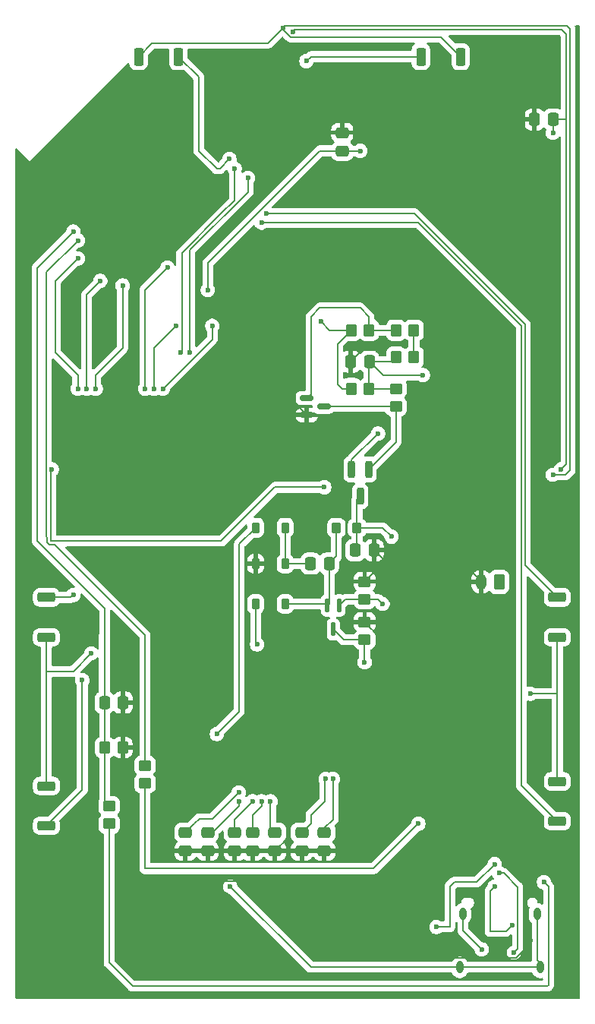
<source format=gbr>
%TF.GenerationSoftware,KiCad,Pcbnew,9.0.6*%
%TF.CreationDate,2025-11-23T22:18:39-05:00*%
%TF.ProjectId,EPD_HUB_ESP32,4550445f-4855-4425-9f45-535033322e6b,rev?*%
%TF.SameCoordinates,Original*%
%TF.FileFunction,Copper,L1,Top*%
%TF.FilePolarity,Positive*%
%FSLAX46Y46*%
G04 Gerber Fmt 4.6, Leading zero omitted, Abs format (unit mm)*
G04 Created by KiCad (PCBNEW 9.0.6) date 2025-11-23 22:18:39*
%MOMM*%
%LPD*%
G01*
G04 APERTURE LIST*
G04 Aperture macros list*
%AMRoundRect*
0 Rectangle with rounded corners*
0 $1 Rounding radius*
0 $2 $3 $4 $5 $6 $7 $8 $9 X,Y pos of 4 corners*
0 Add a 4 corners polygon primitive as box body*
4,1,4,$2,$3,$4,$5,$6,$7,$8,$9,$2,$3,0*
0 Add four circle primitives for the rounded corners*
1,1,$1+$1,$2,$3*
1,1,$1+$1,$4,$5*
1,1,$1+$1,$6,$7*
1,1,$1+$1,$8,$9*
0 Add four rect primitives between the rounded corners*
20,1,$1+$1,$2,$3,$4,$5,0*
20,1,$1+$1,$4,$5,$6,$7,0*
20,1,$1+$1,$6,$7,$8,$9,0*
20,1,$1+$1,$8,$9,$2,$3,0*%
G04 Aperture macros list end*
%TA.AperFunction,HeatsinkPad*%
%ADD10C,0.600000*%
%TD*%
%TA.AperFunction,SMDPad,CuDef*%
%ADD11RoundRect,0.250000X-0.275000X-0.750000X0.275000X-0.750000X0.275000X0.750000X-0.275000X0.750000X0*%
%TD*%
%TA.AperFunction,SMDPad,CuDef*%
%ADD12RoundRect,0.250000X0.750000X-0.275000X0.750000X0.275000X-0.750000X0.275000X-0.750000X-0.275000X0*%
%TD*%
%TA.AperFunction,SMDPad,CuDef*%
%ADD13RoundRect,0.250000X-0.750000X0.275000X-0.750000X-0.275000X0.750000X-0.275000X0.750000X0.275000X0*%
%TD*%
%TA.AperFunction,SMDPad,CuDef*%
%ADD14RoundRect,0.250000X0.275000X0.750000X-0.275000X0.750000X-0.275000X-0.750000X0.275000X-0.750000X0*%
%TD*%
%TA.AperFunction,ComponentPad*%
%ADD15O,1.200000X1.750000*%
%TD*%
%TA.AperFunction,ComponentPad*%
%ADD16RoundRect,0.250000X0.350000X0.625000X-0.350000X0.625000X-0.350000X-0.625000X0.350000X-0.625000X0*%
%TD*%
%TA.AperFunction,HeatsinkPad*%
%ADD17O,0.800000X1.400000*%
%TD*%
%TA.AperFunction,SMDPad,CuDef*%
%ADD18RoundRect,0.250000X-0.450000X0.350000X-0.450000X-0.350000X0.450000X-0.350000X0.450000X0.350000X0*%
%TD*%
%TA.AperFunction,SMDPad,CuDef*%
%ADD19RoundRect,0.250000X0.337500X0.475000X-0.337500X0.475000X-0.337500X-0.475000X0.337500X-0.475000X0*%
%TD*%
%TA.AperFunction,SMDPad,CuDef*%
%ADD20RoundRect,0.225000X0.225000X0.375000X-0.225000X0.375000X-0.225000X-0.375000X0.225000X-0.375000X0*%
%TD*%
%TA.AperFunction,SMDPad,CuDef*%
%ADD21RoundRect,0.112500X0.112500X0.637500X-0.112500X0.637500X-0.112500X-0.637500X0.112500X-0.637500X0*%
%TD*%
%TA.AperFunction,SMDPad,CuDef*%
%ADD22RoundRect,0.200000X-0.200000X0.750000X-0.200000X-0.750000X0.200000X-0.750000X0.200000X0.750000X0*%
%TD*%
%TA.AperFunction,SMDPad,CuDef*%
%ADD23RoundRect,0.150000X-0.587500X-0.150000X0.587500X-0.150000X0.587500X0.150000X-0.587500X0.150000X0*%
%TD*%
%TA.AperFunction,SMDPad,CuDef*%
%ADD24RoundRect,0.225000X-0.225000X-0.375000X0.225000X-0.375000X0.225000X0.375000X-0.225000X0.375000X0*%
%TD*%
%TA.AperFunction,SMDPad,CuDef*%
%ADD25RoundRect,0.250000X-0.337500X-0.475000X0.337500X-0.475000X0.337500X0.475000X-0.337500X0.475000X0*%
%TD*%
%TA.AperFunction,SMDPad,CuDef*%
%ADD26RoundRect,0.250000X0.350000X0.450000X-0.350000X0.450000X-0.350000X-0.450000X0.350000X-0.450000X0*%
%TD*%
%TA.AperFunction,SMDPad,CuDef*%
%ADD27RoundRect,0.250000X-0.350000X-0.450000X0.350000X-0.450000X0.350000X0.450000X-0.350000X0.450000X0*%
%TD*%
%TA.AperFunction,SMDPad,CuDef*%
%ADD28RoundRect,0.250000X0.275000X0.350000X-0.275000X0.350000X-0.275000X-0.350000X0.275000X-0.350000X0*%
%TD*%
%TA.AperFunction,SMDPad,CuDef*%
%ADD29RoundRect,0.250000X0.450000X-0.350000X0.450000X0.350000X-0.450000X0.350000X-0.450000X-0.350000X0*%
%TD*%
%TA.AperFunction,SMDPad,CuDef*%
%ADD30RoundRect,0.250000X0.475000X-0.337500X0.475000X0.337500X-0.475000X0.337500X-0.475000X-0.337500X0*%
%TD*%
%TA.AperFunction,SMDPad,CuDef*%
%ADD31RoundRect,0.250000X-0.475000X0.337500X-0.475000X-0.337500X0.475000X-0.337500X0.475000X0.337500X0*%
%TD*%
%TA.AperFunction,ViaPad*%
%ADD32C,0.600000*%
%TD*%
%TA.AperFunction,Conductor*%
%ADD33C,0.200000*%
%TD*%
G04 APERTURE END LIST*
D10*
%TO.P,U4,41,GND*%
%TO.N,GND*%
X126953916Y-62474873D03*
X127943865Y-63464823D03*
X126953916Y-61484924D03*
X127943865Y-62474873D03*
X128933815Y-63464823D03*
X127943865Y-61484924D03*
X128933815Y-62474873D03*
X127943865Y-60494974D03*
X128933815Y-61484924D03*
X129923764Y-62474873D03*
X128933815Y-60494974D03*
X129923764Y-61484924D03*
%TD*%
D11*
%TO.P,SW3,1,1*%
%TO.N,3V3*%
X121713840Y-47000000D03*
%TO.P,SW3,2,2*%
%TO.N,DPAD_RIGHT*%
X126163840Y-47000000D03*
%TD*%
D12*
%TO.P,SW7,1,1*%
%TO.N,3V3*%
X111438840Y-111725000D03*
%TO.P,SW7,2,2*%
%TO.N,BUTTON_B*%
X111438840Y-107275000D03*
%TD*%
D13*
%TO.P,SW5,1,1*%
%TO.N,3V3*%
X111438840Y-128275000D03*
%TO.P,SW5,2,2*%
%TO.N,BUTTON_A*%
X111438840Y-132725000D03*
%TD*%
D12*
%TO.P,SW4,1,1*%
%TO.N,3V3*%
X168438840Y-111725000D03*
%TO.P,SW4,2,2*%
%TO.N,DPAD_DOWN*%
X168438840Y-107275000D03*
%TD*%
D14*
%TO.P,SW2,1,1*%
%TO.N,3V3*%
X157663840Y-47000000D03*
%TO.P,SW2,2,2*%
%TO.N,DPAD_LEFT*%
X153213840Y-47000000D03*
%TD*%
D13*
%TO.P,SW1,1,1*%
%TO.N,3V3*%
X168438840Y-127775000D03*
%TO.P,SW1,2,2*%
%TO.N,DPAD_UP*%
X168438840Y-132225000D03*
%TD*%
D15*
%TO.P,J5,2,Pin_2*%
%TO.N,GND*%
X159938840Y-105550000D03*
D16*
%TO.P,J5,1,Pin_1*%
%TO.N,Net-(J5-Pin_1)*%
X161938840Y-105550000D03*
%TD*%
D17*
%TO.P,J1,S1,SHIELD*%
%TO.N,Net-(J1-SHIELD)*%
X166529840Y-148500000D03*
X166169840Y-142550000D03*
X157909840Y-142550000D03*
X157549840Y-148500000D03*
%TD*%
D18*
%TO.P,R15,2*%
%TO.N,/E_ink_HAT/GDR*%
X146938840Y-107500000D03*
%TO.P,R15,1*%
%TO.N,GND*%
X146938840Y-105500000D03*
%TD*%
D19*
%TO.P,C12,2*%
%TO.N,GND*%
X145401340Y-81000000D03*
%TO.P,C12,1*%
%TO.N,3V3*%
X147476340Y-81000000D03*
%TD*%
D20*
%TO.P,D4,2,A*%
%TO.N,/E_ink_HAT/PREVGL*%
X134788840Y-99500000D03*
%TO.P,D4,1,K*%
%TO.N,Net-(D4-K)*%
X138088840Y-99500000D03*
%TD*%
D21*
%TO.P,Q4,3,D*%
%TO.N,/E_ink_HAT/RESE*%
X143438840Y-110830000D03*
%TO.P,Q4,2,S*%
%TO.N,Net-(D5-K)*%
X142788840Y-108170000D03*
%TO.P,Q4,1,G*%
%TO.N,/E_ink_HAT/GDR*%
X144088840Y-108170000D03*
%TD*%
D18*
%TO.P,R14,2*%
%TO.N,/E_ink_HAT/RESE*%
X146938840Y-112000000D03*
%TO.P,R14,1*%
%TO.N,GND*%
X146938840Y-110000000D03*
%TD*%
D22*
%TO.P,Q5,3,D*%
%TO.N,/E_ink_HAT/VCC_EPD_OUT*%
X146438840Y-96000000D03*
%TO.P,Q5,2,S*%
%TO.N,3V3*%
X145488840Y-93000000D03*
%TO.P,Q5,1,G*%
%TO.N,Net-(Q5-G)*%
X147388840Y-93000000D03*
%TD*%
D18*
%TO.P,R20,2*%
%TO.N,Net-(Q5-G)*%
X150438840Y-86000000D03*
%TO.P,R20,1*%
%TO.N,3V3*%
X150438840Y-84000000D03*
%TD*%
D23*
%TO.P,Q6,3,C*%
%TO.N,Net-(Q5-G)*%
X142376340Y-86000000D03*
%TO.P,Q6,2,E*%
%TO.N,GND*%
X140501340Y-86950000D03*
%TO.P,Q6,1,B*%
%TO.N,Net-(Q6-B)*%
X140501340Y-85050000D03*
%TD*%
D24*
%TO.P,D6,1,K*%
%TO.N,GND*%
X134788840Y-103500000D03*
%TO.P,D6,2,A*%
%TO.N,Net-(D4-K)*%
X138088840Y-103500000D03*
%TD*%
D25*
%TO.P,C11,2*%
%TO.N,Net-(D5-K)*%
X142976340Y-103500000D03*
%TO.P,C11,1*%
%TO.N,Net-(D4-K)*%
X140901340Y-103500000D03*
%TD*%
D26*
%TO.P,R18,2*%
%TO.N,3V3*%
X150438840Y-80500000D03*
%TO.P,R18,1*%
%TO.N,Net-(R18-Pad1)*%
X152438840Y-80500000D03*
%TD*%
%TO.P,R17,2*%
%TO.N,EPD_RST*%
X145438840Y-77500000D03*
%TO.P,R17,1*%
%TO.N,Net-(Q6-B)*%
X147438840Y-77500000D03*
%TD*%
D19*
%TO.P,C10,2*%
%TO.N,/E_ink_HAT/VCC_EPD_OUT*%
X145901340Y-102000000D03*
%TO.P,C10,1*%
%TO.N,GND*%
X147976340Y-102000000D03*
%TD*%
D27*
%TO.P,R16,2*%
%TO.N,3V3*%
X147438840Y-84000000D03*
%TO.P,R16,1*%
%TO.N,EPD_RST*%
X145438840Y-84000000D03*
%TD*%
D20*
%TO.P,D5,2,A*%
%TO.N,/E_ink_HAT/PREVGH*%
X134788840Y-108000000D03*
%TO.P,D5,1,K*%
%TO.N,Net-(D5-K)*%
X138088840Y-108000000D03*
%TD*%
D27*
%TO.P,R19,2*%
%TO.N,Net-(R18-Pad1)*%
X152438840Y-77500000D03*
%TO.P,R19,1*%
%TO.N,Net-(Q6-B)*%
X150438840Y-77500000D03*
%TD*%
D28*
%TO.P,L1,2,2*%
%TO.N,Net-(D5-K)*%
X143788840Y-99500000D03*
%TO.P,L1,1,1*%
%TO.N,/E_ink_HAT/VCC_EPD_OUT*%
X146088840Y-99500000D03*
%TD*%
D27*
%TO.P,R10,2*%
%TO.N,GND*%
X119938840Y-124000000D03*
%TO.P,R10,1*%
%TO.N,BAT_MONIT*%
X117938840Y-124000000D03*
%TD*%
D29*
%TO.P,R12,2*%
%TO.N,BAT_MONIT*%
X118438840Y-130500000D03*
%TO.P,R12,1*%
%TO.N,VBat+*%
X118438840Y-132500000D03*
%TD*%
D25*
%TO.P,C8,2*%
%TO.N,GND*%
X119976340Y-119000000D03*
%TO.P,C8,1*%
%TO.N,BAT_MONIT*%
X117901340Y-119000000D03*
%TD*%
D29*
%TO.P,R11,2*%
%TO.N,CHG_STATUS*%
X122438840Y-126000000D03*
%TO.P,R11,1*%
%TO.N,Net-(U2-~{CHG})*%
X122438840Y-128000000D03*
%TD*%
D30*
%TO.P,C18,1*%
%TO.N,GND*%
X136938840Y-135537500D03*
%TO.P,C18,2*%
%TO.N,Net-(J3-Pin_18)*%
X136938840Y-133462500D03*
%TD*%
%TO.P,C15,2*%
%TO.N,Net-(J3-Pin_22)*%
X129438840Y-133462500D03*
%TO.P,C15,1*%
%TO.N,GND*%
X129438840Y-135537500D03*
%TD*%
D31*
%TO.P,C34,1*%
%TO.N,GND*%
X144438840Y-55462500D03*
%TO.P,C34,2*%
%TO.N,ESP32_IO0*%
X144438840Y-57537500D03*
%TD*%
D30*
%TO.P,C13,1*%
%TO.N,GND*%
X132438840Y-135537500D03*
%TO.P,C13,2*%
%TO.N,Net-(J3-Pin_20)*%
X132438840Y-133462500D03*
%TD*%
%TO.P,C20,1*%
%TO.N,GND*%
X126938840Y-135537500D03*
%TO.P,C20,2*%
%TO.N,Net-(J3-Pin_24)*%
X126938840Y-133462500D03*
%TD*%
%TO.P,C19,1*%
%TO.N,GND*%
X134438840Y-135537500D03*
%TO.P,C19,2*%
%TO.N,Net-(J3-Pin_19)*%
X134438840Y-133462500D03*
%TD*%
D25*
%TO.P,C35,1*%
%TO.N,GND*%
X165901340Y-54000000D03*
%TO.P,C35,2*%
%TO.N,ESP32_EN*%
X167976340Y-54000000D03*
%TD*%
D30*
%TO.P,C21,1*%
%TO.N,GND*%
X142438840Y-135537500D03*
%TO.P,C21,2*%
%TO.N,Net-(J3-Pin_4)*%
X142438840Y-133462500D03*
%TD*%
%TO.P,C17,1*%
%TO.N,GND*%
X139938840Y-135537500D03*
%TO.P,C17,2*%
%TO.N,Net-(J3-Pin_5)*%
X139938840Y-133462500D03*
%TD*%
D32*
%TO.N,GND*%
X167500000Y-134000000D03*
X152000000Y-110000000D03*
X155500000Y-91000000D03*
X151500000Y-137000000D03*
X162500000Y-64000000D03*
X149000000Y-79500000D03*
X134000000Y-67500000D03*
%TO.N,Net-(J1-SHIELD)*%
X160000000Y-146500000D03*
%TO.N,GND*%
X165438840Y-145500000D03*
X158438840Y-117500000D03*
X154438840Y-124500000D03*
X154938840Y-131000000D03*
X152438840Y-124000000D03*
X137438840Y-128500000D03*
X141438840Y-127500000D03*
%TO.N,EPD_RST*%
X142038840Y-76500000D03*
%TO.N,BUTTON_A*%
X133938840Y-60500000D03*
X127438840Y-80000000D03*
X115438840Y-116500000D03*
%TO.N,BUTTON_B*%
X132438840Y-59500000D03*
X126438840Y-80000000D03*
X114438840Y-107000000D03*
%TO.N,3V3*%
X116438840Y-113500000D03*
%TO.N,DPAD_DOWN*%
X135938840Y-64500000D03*
%TO.N,DPAD_UP*%
X135438840Y-65500000D03*
%TO.N,3V3*%
X165438840Y-118000000D03*
%TO.N,DPAD_LEFT*%
X140438840Y-47500000D03*
%TO.N,DPAD_RIGHT*%
X131858078Y-58419238D03*
%TO.N,SD_DAT0*%
X125938840Y-77000000D03*
%TO.N,SD_CMD*%
X119938840Y-72500000D03*
%TO.N,SD_DAT3*%
X117438840Y-72000000D03*
%TO.N,SD_DAT2*%
X114938840Y-69500000D03*
%TO.N,SD_CLK*%
X124938840Y-70500000D03*
X122438840Y-84000000D03*
%TO.N,SD_DAT1*%
X129938840Y-77000000D03*
X124438840Y-84000000D03*
%TO.N,SD_DAT0*%
X123438840Y-84000000D03*
%TO.N,Net-(J7-VDD)*%
X112038840Y-93000000D03*
X142438840Y-95000000D03*
%TO.N,SD_CMD*%
X116938840Y-84000000D03*
%TO.N,SD_DAT3*%
X115938840Y-84000000D03*
%TO.N,SD_DAT2*%
X114938840Y-84000000D03*
%TO.N,Net-(J1-CC1)*%
X154938840Y-144000000D03*
X161438840Y-137000000D03*
%TO.N,ESP32_DP*%
X163588658Y-146850182D03*
X161938840Y-138000000D03*
%TO.N,ESP32_DN*%
X163397840Y-143800000D03*
X161438840Y-139500000D03*
%TO.N,Net-(J1-SHIELD)*%
X131938840Y-139500000D03*
%TO.N,VBat+*%
X166938840Y-139000000D03*
%TO.N,Net-(U2-~{CHG})*%
X152938840Y-132500000D03*
%TO.N,/E_ink_HAT/PREVGL*%
X130438840Y-122500000D03*
%TO.N,/E_ink_HAT/PREVGH*%
X134938840Y-112500000D03*
%TO.N,/E_ink_HAT/VCC_EPD_OUT*%
X149938840Y-100500000D03*
%TO.N,/E_ink_HAT/RESE*%
X146938840Y-114500000D03*
%TO.N,/E_ink_HAT/GDR*%
X148938840Y-108000000D03*
%TO.N,Net-(J3-Pin_24)*%
X132888842Y-129000000D03*
%TO.N,Net-(J3-Pin_22)*%
X132938840Y-130000000D03*
%TO.N,Net-(J3-Pin_20)*%
X134438840Y-130000000D03*
%TO.N,Net-(J3-Pin_19)*%
X135438840Y-130000000D03*
%TO.N,Net-(J3-Pin_18)*%
X136438840Y-130000000D03*
%TO.N,Net-(J3-Pin_5)*%
X142588840Y-127500000D03*
%TO.N,Net-(J3-Pin_4)*%
X143388843Y-127500000D03*
%TO.N,ESP32_EN*%
X167938840Y-55500000D03*
%TO.N,ESP32_IO0*%
X146438840Y-57500000D03*
X129438840Y-73000000D03*
%TO.N,3V3*%
X137837840Y-43800000D03*
X167938840Y-93600000D03*
%TO.N,ESP32_EN*%
X138936840Y-44201000D03*
X168836840Y-93000000D03*
%TO.N,CHG_STATUS*%
X114938840Y-67500000D03*
%TO.N,BAT_MONIT*%
X114438840Y-66500000D03*
%TO.N,3V3*%
X148438840Y-89000000D03*
X153438840Y-82500000D03*
%TD*%
D33*
%TO.N,GND*%
X158438840Y-126938840D02*
X158438840Y-117500000D01*
X165500000Y-134000000D02*
X158438840Y-126938840D01*
X167500000Y-134000000D02*
X165500000Y-134000000D01*
X152000000Y-110000000D02*
X151469420Y-110530580D01*
X151469420Y-110530580D02*
X150938840Y-110000000D01*
X155500000Y-92000000D02*
X155500000Y-91000000D01*
X155500000Y-101000000D02*
X155500000Y-92000000D01*
X159938840Y-105438840D02*
X156000000Y-101500000D01*
X156000000Y-101500000D02*
X155500000Y-101000000D01*
X159938840Y-105550000D02*
X159938840Y-105438840D01*
X151111160Y-105550000D02*
X159938840Y-105550000D01*
X149000000Y-103438840D02*
X151111160Y-105550000D01*
X149000000Y-103023660D02*
X149000000Y-103438840D01*
X149000000Y-103438840D02*
X146938840Y-105500000D01*
X147976340Y-102000000D02*
X149000000Y-103023660D01*
X151500000Y-137000000D02*
X147969420Y-140530580D01*
X143390022Y-147451182D02*
X136469420Y-140530580D01*
X147969420Y-140530580D02*
X136469420Y-140530580D01*
X162500000Y-64000000D02*
X165901340Y-60598660D01*
X165901340Y-60598660D02*
X165901340Y-54000000D01*
X146901340Y-79500000D02*
X149000000Y-79500000D01*
X145401340Y-81000000D02*
X146901340Y-79500000D01*
X137000000Y-72000000D02*
X137000000Y-83448660D01*
X134000000Y-67500000D02*
X134000000Y-69000000D01*
X134000000Y-69000000D02*
X137000000Y-72000000D01*
X137000000Y-83448660D02*
X140501340Y-86950000D01*
%TO.N,Net-(J1-SHIELD)*%
X166169840Y-147669840D02*
X166169840Y-142550000D01*
X166529840Y-148500000D02*
X166529840Y-148029840D01*
X166529840Y-148029840D02*
X166169840Y-147669840D01*
X157549840Y-148500000D02*
X166529840Y-148500000D01*
X157909840Y-144409840D02*
X160000000Y-146500000D01*
X157909840Y-142550000D02*
X157909840Y-144409840D01*
%TO.N,GND*%
X119938840Y-138798000D02*
X119938840Y-124000000D01*
X120039840Y-138899000D02*
X119938840Y-138798000D01*
X134837840Y-138899000D02*
X120039840Y-138899000D01*
X136469420Y-140530580D02*
X134837840Y-138899000D01*
X163837601Y-147451182D02*
X143390022Y-147451182D01*
X165438840Y-145849943D02*
X163837601Y-147451182D01*
X165438840Y-145500000D02*
X165438840Y-145849943D01*
X150938840Y-110000000D02*
X146938840Y-110000000D01*
X158438840Y-117500000D02*
X151469420Y-110530580D01*
X153938840Y-124000000D02*
X152438840Y-124000000D01*
X154438840Y-124500000D02*
X153938840Y-124000000D01*
X144401340Y-135537500D02*
X142438840Y-135537500D01*
X144438840Y-135500000D02*
X144401340Y-135537500D01*
X146500000Y-131000000D02*
X144438840Y-133061160D01*
X154938840Y-131000000D02*
X146500000Y-131000000D01*
X144438840Y-133061160D02*
X144438840Y-135500000D01*
X149438840Y-121000000D02*
X148938840Y-121000000D01*
X148938840Y-121000000D02*
X148938840Y-112000000D01*
X148938840Y-112000000D02*
X146938840Y-110000000D01*
X152438840Y-124000000D02*
X149438840Y-121000000D01*
X138438840Y-129500000D02*
X138438840Y-130500000D01*
X137438840Y-128500000D02*
X138438840Y-129500000D01*
X138438840Y-134037500D02*
X136938840Y-135537500D01*
X138438840Y-130500000D02*
X138438840Y-134037500D01*
X141438840Y-127500000D02*
X138438840Y-130500000D01*
%TO.N,3V3*%
X147438840Y-81037500D02*
X147476340Y-81000000D01*
X147438840Y-84000000D02*
X147438840Y-81037500D01*
X138687897Y-44802000D02*
X137837840Y-43951943D01*
X155465840Y-44802000D02*
X138687897Y-44802000D01*
X137837840Y-43951943D02*
X137837840Y-43800000D01*
X157663840Y-47000000D02*
X155465840Y-44802000D01*
X123213840Y-45500000D02*
X121713840Y-47000000D01*
X136137840Y-45500000D02*
X123213840Y-45500000D01*
X137837840Y-43800000D02*
X136137840Y-45500000D01*
%TO.N,Net-(Q6-B)*%
X140938840Y-76000000D02*
X140938840Y-84612500D01*
X141938840Y-75000000D02*
X140938840Y-76000000D01*
X146438840Y-75000000D02*
X141938840Y-75000000D01*
X147438840Y-76000000D02*
X146438840Y-75000000D01*
X147438840Y-77500000D02*
X147438840Y-76000000D01*
X140938840Y-84612500D02*
X140501340Y-85050000D01*
%TO.N,EPD_RST*%
X143038840Y-77500000D02*
X142038840Y-76500000D01*
X145438840Y-77500000D02*
X143038840Y-77500000D01*
%TO.N,Net-(J3-Pin_4)*%
X143438840Y-132000000D02*
X142438840Y-133000000D01*
X143388843Y-128600003D02*
X143438840Y-128650000D01*
X143388843Y-127500000D02*
X143388843Y-128600003D01*
X143438840Y-128650000D02*
X143438840Y-132000000D01*
%TO.N,Net-(J3-Pin_5)*%
X140938840Y-131500000D02*
X140938840Y-132462500D01*
X142465227Y-129973613D02*
X140938840Y-131500000D01*
X142465227Y-127623613D02*
X142465227Y-129973613D01*
X142588840Y-127500000D02*
X142465227Y-127623613D01*
X140938840Y-132462500D02*
X139938840Y-133462500D01*
%TO.N,BUTTON_A*%
X133938840Y-62067100D02*
X133938840Y-60500000D01*
X127438840Y-68567100D02*
X133938840Y-62067100D01*
X127438840Y-80000000D02*
X127438840Y-68567100D01*
X115438840Y-128725000D02*
X115438840Y-116500000D01*
X111438840Y-132725000D02*
X115438840Y-128725000D01*
%TO.N,BUTTON_B*%
X132438840Y-63000000D02*
X132438840Y-59500000D01*
X130938840Y-64500000D02*
X132438840Y-63000000D01*
X126539840Y-68899000D02*
X130938840Y-64500000D01*
X126539840Y-79899000D02*
X126539840Y-68899000D01*
X126438840Y-80000000D02*
X126539840Y-79899000D01*
X114163840Y-107275000D02*
X114438840Y-107000000D01*
X111438840Y-107275000D02*
X114163840Y-107275000D01*
%TO.N,3V3*%
X114438840Y-115500000D02*
X116438840Y-113500000D01*
X111438840Y-115500000D02*
X114438840Y-115500000D01*
X111438840Y-115500000D02*
X111438840Y-111725000D01*
X111438840Y-128275000D02*
X111438840Y-115500000D01*
%TO.N,BAT_MONIT*%
X117901340Y-111537500D02*
X117901340Y-119000000D01*
X117938840Y-108500000D02*
X117938840Y-111500000D01*
X110401340Y-100962500D02*
X117938840Y-108500000D01*
X117938840Y-111500000D02*
X117901340Y-111537500D01*
X110401340Y-70537500D02*
X110401340Y-100962500D01*
X114438840Y-66500000D02*
X110401340Y-70537500D01*
%TO.N,CHG_STATUS*%
X111438840Y-71000000D02*
X114938840Y-67500000D01*
X111438840Y-92750057D02*
X111438840Y-71000000D01*
X111437840Y-92751057D02*
X111438840Y-92750057D01*
X111437840Y-93248943D02*
X111437840Y-92751057D01*
X111438840Y-93249943D02*
X111437840Y-93248943D01*
X111537840Y-100599000D02*
X111438840Y-100500000D01*
X111438840Y-100500000D02*
X111438840Y-93249943D01*
X111537840Y-101166100D02*
X111537840Y-100599000D01*
X111772740Y-101401000D02*
X111537840Y-101166100D01*
X122438840Y-111500000D02*
X112339840Y-101401000D01*
X122438840Y-126000000D02*
X122438840Y-111500000D01*
X112339840Y-101401000D02*
X111772740Y-101401000D01*
%TO.N,DPAD_RIGHT*%
X128438840Y-57500000D02*
X128438840Y-49275000D01*
X130777316Y-59500000D02*
X130438840Y-59500000D01*
X130438840Y-59500000D02*
X128438840Y-57500000D01*
X131858078Y-58419238D02*
X130777316Y-59500000D01*
X128438840Y-49275000D02*
X126163840Y-47000000D01*
%TO.N,DPAD_DOWN*%
X152505940Y-64500000D02*
X135938840Y-64500000D01*
X164839840Y-76833900D02*
X152505940Y-64500000D01*
X168438840Y-107275000D02*
X164839840Y-103676000D01*
X164839840Y-103676000D02*
X164839840Y-76833900D01*
%TO.N,DPAD_UP*%
X150438840Y-65500000D02*
X135438840Y-65500000D01*
%TO.N,ESP32_IO0*%
X129438840Y-70000000D02*
X129438840Y-73000000D01*
X144401340Y-57500000D02*
X141938840Y-57500000D01*
X141938840Y-57500000D02*
X129438840Y-70000000D01*
%TO.N,DPAD_UP*%
X164438840Y-77000000D02*
X152938840Y-65500000D01*
X164438840Y-128225000D02*
X164438840Y-77000000D01*
X152938840Y-65500000D02*
X150438840Y-65500000D01*
X168438840Y-132225000D02*
X164438840Y-128225000D01*
%TO.N,3V3*%
X168438840Y-118000000D02*
X165438840Y-118000000D01*
X168438840Y-118000000D02*
X168438840Y-127775000D01*
X168438840Y-111725000D02*
X168438840Y-118000000D01*
%TO.N,VBat+*%
X167438840Y-150500000D02*
X167438840Y-139500000D01*
X121039840Y-150601000D02*
X167337840Y-150601000D01*
X167337840Y-150601000D02*
X167438840Y-150500000D01*
X167438840Y-139500000D02*
X166938840Y-139000000D01*
X118438840Y-148000000D02*
X121039840Y-150601000D01*
X118438840Y-132500000D02*
X118438840Y-148000000D01*
%TO.N,BAT_MONIT*%
X117938840Y-130000000D02*
X118438840Y-130500000D01*
X117938840Y-124000000D02*
X117938840Y-130000000D01*
X117938840Y-119037500D02*
X117901340Y-119000000D01*
X117938840Y-124000000D02*
X117938840Y-119037500D01*
%TO.N,Net-(U2-~{CHG})*%
X122438840Y-137500000D02*
X122438840Y-128000000D01*
X147938840Y-137500000D02*
X122438840Y-137500000D01*
X152938840Y-132500000D02*
X147938840Y-137500000D01*
%TO.N,DPAD_LEFT*%
X140938840Y-47000000D02*
X140438840Y-47500000D01*
X153213840Y-47000000D02*
X140938840Y-47000000D01*
%TO.N,SD_DAT0*%
X123438840Y-79500000D02*
X125938840Y-77000000D01*
X123438840Y-82500000D02*
X123438840Y-79500000D01*
%TO.N,SD_CMD*%
X119938840Y-79500000D02*
X119938840Y-72500000D01*
X116938840Y-82500000D02*
X119938840Y-79500000D01*
%TO.N,SD_DAT3*%
X115938840Y-73500000D02*
X117438840Y-72000000D01*
X115938840Y-82500000D02*
X115938840Y-73500000D01*
%TO.N,SD_DAT2*%
X112438840Y-72000000D02*
X114938840Y-69500000D01*
X112438840Y-73500000D02*
X112438840Y-72000000D01*
X112438840Y-80000000D02*
X112438840Y-73500000D01*
X114938840Y-82500000D02*
X112438840Y-80000000D01*
%TO.N,SD_CLK*%
X122438840Y-73000000D02*
X124938840Y-70500000D01*
X122438840Y-84000000D02*
X122438840Y-73000000D01*
%TO.N,SD_DAT1*%
X129938840Y-78500000D02*
X129938840Y-77000000D01*
X124438840Y-84000000D02*
X129938840Y-78500000D01*
%TO.N,SD_DAT0*%
X123438840Y-84000000D02*
X123438840Y-82500000D01*
%TO.N,Net-(J7-VDD)*%
X111938840Y-101000000D02*
X111938840Y-93100000D01*
X142438840Y-95000000D02*
X136938840Y-95000000D01*
X130938840Y-101000000D02*
X111938840Y-101000000D01*
X136938840Y-95000000D02*
X130938840Y-101000000D01*
X111938840Y-93100000D02*
X112038840Y-93000000D01*
%TO.N,SD_CMD*%
X116938840Y-84000000D02*
X116938840Y-82500000D01*
%TO.N,SD_DAT3*%
X115938840Y-84000000D02*
X115938840Y-82500000D01*
%TO.N,SD_DAT2*%
X114938840Y-84000000D02*
X114938840Y-82500000D01*
%TO.N,Net-(J1-CC1)*%
X156438840Y-144000000D02*
X154938840Y-144000000D01*
X156438840Y-139500000D02*
X156438840Y-144000000D01*
X159438840Y-139000000D02*
X156938840Y-139000000D01*
X161438840Y-137000000D02*
X159438840Y-139000000D01*
X156938840Y-139000000D02*
X156438840Y-139500000D01*
%TO.N,ESP32_DP*%
X163998840Y-139560000D02*
X163998840Y-146440000D01*
X163998840Y-146440000D02*
X163588658Y-146850182D01*
X162438840Y-138000000D02*
X163998840Y-139560000D01*
X161938840Y-138000000D02*
X162438840Y-138000000D01*
%TO.N,ESP32_DN*%
X162697840Y-144500000D02*
X163397840Y-143800000D01*
X160938840Y-144500000D02*
X162697840Y-144500000D01*
X161438840Y-139500000D02*
X160938840Y-140000000D01*
X160938840Y-140000000D02*
X160938840Y-144500000D01*
%TO.N,Net-(J1-SHIELD)*%
X131938840Y-139500000D02*
X140938840Y-148500000D01*
X140938840Y-148500000D02*
X157549840Y-148500000D01*
%TO.N,/E_ink_HAT/PREVGL*%
X132938840Y-101350000D02*
X132938840Y-120000000D01*
X134788840Y-99500000D02*
X132938840Y-101350000D01*
X132938840Y-120000000D02*
X130438840Y-122500000D01*
%TO.N,/E_ink_HAT/PREVGH*%
X134788840Y-112350000D02*
X134788840Y-108000000D01*
X134938840Y-112500000D02*
X134788840Y-112350000D01*
%TO.N,/E_ink_HAT/VCC_EPD_OUT*%
X149938840Y-100500000D02*
X148938840Y-99500000D01*
X148938840Y-99500000D02*
X146088840Y-99500000D01*
%TO.N,/E_ink_HAT/GDR*%
X148438840Y-107500000D02*
X146938840Y-107500000D01*
X148938840Y-108000000D02*
X148438840Y-107500000D01*
%TO.N,/E_ink_HAT/RESE*%
X146938840Y-114500000D02*
X146938840Y-112000000D01*
%TO.N,Net-(D5-K)*%
X143788840Y-99500000D02*
X143788840Y-102687500D01*
X142976340Y-103500000D02*
X142976340Y-107982500D01*
X142976340Y-107982500D02*
X142788840Y-108170000D01*
%TO.N,Net-(D4-K)*%
X140901340Y-103500000D02*
X138088840Y-103500000D01*
X138088840Y-99500000D02*
X138088840Y-103500000D01*
%TO.N,/E_ink_HAT/VCC_EPD_OUT*%
X146088840Y-101812500D02*
X145901340Y-102000000D01*
X146088840Y-99500000D02*
X146088840Y-101812500D01*
%TO.N,Net-(D5-K)*%
X143788840Y-102687500D02*
X142976340Y-103500000D01*
%TO.N,/E_ink_HAT/RESE*%
X144608840Y-112000000D02*
X146938840Y-112000000D01*
X143438840Y-110830000D02*
X144608840Y-112000000D01*
%TO.N,/E_ink_HAT/VCC_EPD_OUT*%
X146088840Y-99500000D02*
X146088840Y-96350000D01*
%TO.N,EPD_RST*%
X143938840Y-83500000D02*
X144438840Y-84000000D01*
%TO.N,/E_ink_HAT/VCC_EPD_OUT*%
X146088840Y-96350000D02*
X146438840Y-96000000D01*
%TO.N,EPD_RST*%
X144438840Y-84000000D02*
X145438840Y-84000000D01*
%TO.N,Net-(D5-K)*%
X142618840Y-108000000D02*
X142788840Y-108170000D01*
X138088840Y-108000000D02*
X142618840Y-108000000D01*
%TO.N,Net-(Q5-G)*%
X150438840Y-86000000D02*
X150438840Y-89950000D01*
%TO.N,EPD_RST*%
X143938840Y-79000000D02*
X143938840Y-83500000D01*
%TO.N,Net-(Q5-G)*%
X150438840Y-89950000D02*
X147388840Y-93000000D01*
%TO.N,EPD_RST*%
X145438840Y-77500000D02*
X143938840Y-79000000D01*
%TO.N,Net-(R18-Pad1)*%
X152438840Y-77500000D02*
X152438840Y-80500000D01*
%TO.N,Net-(Q6-B)*%
X150438840Y-77500000D02*
X147438840Y-77500000D01*
%TO.N,3V3*%
X147476340Y-81000000D02*
X149938840Y-81000000D01*
%TO.N,/E_ink_HAT/GDR*%
X144758840Y-107500000D02*
X146938840Y-107500000D01*
%TO.N,3V3*%
X149938840Y-81000000D02*
X150438840Y-80500000D01*
X147438840Y-84000000D02*
X150438840Y-84000000D01*
%TO.N,Net-(Q5-G)*%
X142376340Y-86000000D02*
X150438840Y-86000000D01*
%TO.N,/E_ink_HAT/GDR*%
X144088840Y-108170000D02*
X144758840Y-107500000D01*
%TO.N,Net-(J3-Pin_24)*%
X127901340Y-132500000D02*
X126938840Y-133462500D01*
X128488838Y-131950002D02*
X127938840Y-132500000D01*
X129938840Y-131950002D02*
X128488838Y-131950002D01*
X132888842Y-129000000D02*
X129938840Y-131950002D01*
X127938840Y-132500000D02*
X127901340Y-132500000D01*
%TO.N,Net-(J3-Pin_22)*%
X129976340Y-133462500D02*
X129438840Y-133462500D01*
X132938840Y-130500000D02*
X129976340Y-133462500D01*
X132938840Y-130000000D02*
X132938840Y-130500000D01*
%TO.N,Net-(J3-Pin_20)*%
X132438840Y-132000000D02*
X132438840Y-133462500D01*
X134438840Y-130000000D02*
X132438840Y-132000000D01*
%TO.N,Net-(J3-Pin_19)*%
X134438840Y-131500000D02*
X134438840Y-133462500D01*
X135438840Y-130000000D02*
X135438840Y-130500000D01*
X135438840Y-130500000D02*
X134438840Y-131500000D01*
X134438840Y-133462500D02*
X134901340Y-133000000D01*
%TO.N,Net-(J3-Pin_18)*%
X136438840Y-130000000D02*
X136438840Y-133000000D01*
%TO.N,ESP32_EN*%
X167976340Y-55462500D02*
X167938840Y-55500000D01*
X167976340Y-54000000D02*
X167976340Y-55462500D01*
%TO.N,ESP32_IO0*%
X146401340Y-57537500D02*
X146438840Y-57500000D01*
X144438840Y-57537500D02*
X146401340Y-57537500D01*
%TO.N,ESP32_EN*%
X167976340Y-54000000D02*
X169436840Y-54000000D01*
X169436840Y-54000000D02*
X169436840Y-92400000D01*
X169436840Y-92400000D02*
X168836840Y-93000000D01*
X169436840Y-44500000D02*
X169436840Y-54000000D01*
X168938840Y-44002000D02*
X169436840Y-44500000D01*
X139135840Y-44002000D02*
X168938840Y-44002000D01*
X138936840Y-44201000D02*
X139135840Y-44002000D01*
%TO.N,3V3*%
X169338840Y-93600000D02*
X167938840Y-93600000D01*
X169837840Y-93101000D02*
X169338840Y-93600000D01*
X169837840Y-43899000D02*
X169837840Y-93101000D01*
X169539840Y-43601000D02*
X169837840Y-43899000D01*
X138036840Y-43601000D02*
X169539840Y-43601000D01*
X137837840Y-43800000D02*
X138036840Y-43601000D01*
X145488840Y-93000000D02*
X145488840Y-91950000D01*
X145488840Y-91950000D02*
X148438840Y-89000000D01*
X148976340Y-82500000D02*
X147476340Y-81000000D01*
X153438840Y-82500000D02*
X148976340Y-82500000D01*
%TD*%
%TA.AperFunction,Conductor*%
%TO.N,GND*%
G36*
X149325578Y-78120185D02*
G01*
X149371333Y-78172989D01*
X149376243Y-78185492D01*
X149404026Y-78269334D01*
X149496128Y-78418656D01*
X149620184Y-78542712D01*
X149769506Y-78634814D01*
X149936043Y-78689999D01*
X150038831Y-78700500D01*
X150838848Y-78700499D01*
X150838856Y-78700498D01*
X150838859Y-78700498D01*
X150895142Y-78694748D01*
X150941637Y-78689999D01*
X151108174Y-78634814D01*
X151257496Y-78542712D01*
X151351159Y-78449049D01*
X151412482Y-78415564D01*
X151482174Y-78420548D01*
X151526521Y-78449049D01*
X151620184Y-78542712D01*
X151769506Y-78634814D01*
X151769507Y-78634814D01*
X151775653Y-78638605D01*
X151774546Y-78640399D01*
X151819177Y-78679687D01*
X151838340Y-78745908D01*
X151838340Y-79254091D01*
X151818655Y-79321130D01*
X151774571Y-79359641D01*
X151775653Y-79361395D01*
X151769507Y-79365185D01*
X151769506Y-79365186D01*
X151740466Y-79383098D01*
X151620182Y-79457289D01*
X151526521Y-79550951D01*
X151465198Y-79584436D01*
X151395506Y-79579452D01*
X151351159Y-79550951D01*
X151257497Y-79457289D01*
X151257496Y-79457288D01*
X151119332Y-79372068D01*
X151108176Y-79365187D01*
X151108171Y-79365185D01*
X151106702Y-79364698D01*
X150941637Y-79310001D01*
X150941635Y-79310000D01*
X150838850Y-79299500D01*
X150038838Y-79299500D01*
X150038820Y-79299501D01*
X149936043Y-79310000D01*
X149936040Y-79310001D01*
X149769508Y-79365185D01*
X149769503Y-79365187D01*
X149620182Y-79457289D01*
X149496129Y-79581342D01*
X149404027Y-79730663D01*
X149404025Y-79730668D01*
X149381019Y-79800097D01*
X149348841Y-79897203D01*
X149348841Y-79897204D01*
X149348840Y-79897204D01*
X149338340Y-79999983D01*
X149338340Y-80275500D01*
X149318655Y-80342539D01*
X149265851Y-80388294D01*
X149214340Y-80399500D01*
X148652425Y-80399500D01*
X148585386Y-80379815D01*
X148539631Y-80327011D01*
X148534719Y-80314504D01*
X148498654Y-80205666D01*
X148406552Y-80056344D01*
X148282496Y-79932288D01*
X148146167Y-79848200D01*
X148133176Y-79840187D01*
X148133171Y-79840185D01*
X148131702Y-79839698D01*
X147966637Y-79785001D01*
X147966635Y-79785000D01*
X147863850Y-79774500D01*
X147088838Y-79774500D01*
X147088820Y-79774501D01*
X146986043Y-79785000D01*
X146986040Y-79785001D01*
X146819508Y-79840185D01*
X146819503Y-79840187D01*
X146670182Y-79932289D01*
X146546128Y-80056343D01*
X146546123Y-80056349D01*
X146544081Y-80059661D01*
X146542087Y-80061453D01*
X146541647Y-80062011D01*
X146541551Y-80061935D01*
X146492131Y-80106383D01*
X146423168Y-80117602D01*
X146359087Y-80089755D01*
X146333008Y-80059656D01*
X146331159Y-80056659D01*
X146331156Y-80056655D01*
X146207185Y-79932684D01*
X146057964Y-79840643D01*
X146057959Y-79840641D01*
X145891537Y-79785494D01*
X145891530Y-79785493D01*
X145788826Y-79775000D01*
X145651340Y-79775000D01*
X145651340Y-82224999D01*
X145788812Y-82224999D01*
X145788826Y-82224998D01*
X145891537Y-82214505D01*
X146057959Y-82159358D01*
X146057964Y-82159356D01*
X146207185Y-82067315D01*
X146331158Y-81943342D01*
X146333005Y-81940348D01*
X146334809Y-81938724D01*
X146335638Y-81937677D01*
X146335816Y-81937818D01*
X146384950Y-81893621D01*
X146453913Y-81882396D01*
X146517996Y-81910236D01*
X146544083Y-81940341D01*
X146546128Y-81943656D01*
X146670184Y-82067712D01*
X146779437Y-82135099D01*
X146826161Y-82187047D01*
X146838340Y-82240638D01*
X146838340Y-82754091D01*
X146818655Y-82821130D01*
X146774571Y-82859641D01*
X146775653Y-82861395D01*
X146769507Y-82865185D01*
X146769506Y-82865186D01*
X146671259Y-82925784D01*
X146620182Y-82957289D01*
X146526521Y-83050951D01*
X146465198Y-83084436D01*
X146395506Y-83079452D01*
X146351159Y-83050951D01*
X146257497Y-82957289D01*
X146257496Y-82957288D01*
X146130870Y-82879185D01*
X146108176Y-82865187D01*
X146108171Y-82865185D01*
X146106702Y-82864698D01*
X145941637Y-82810001D01*
X145941635Y-82810000D01*
X145838850Y-82799500D01*
X145038838Y-82799500D01*
X145038820Y-82799501D01*
X144936043Y-82810000D01*
X144936040Y-82810001D01*
X144769508Y-82865185D01*
X144769506Y-82865185D01*
X144769506Y-82865186D01*
X144769502Y-82865187D01*
X144769501Y-82865189D01*
X144728435Y-82890518D01*
X144661042Y-82908957D01*
X144594379Y-82888033D01*
X144549611Y-82834391D01*
X144539340Y-82784978D01*
X144539340Y-82254854D01*
X144559025Y-82187815D01*
X144611829Y-82142060D01*
X144680987Y-82132116D01*
X144728438Y-82149316D01*
X144744713Y-82159355D01*
X144744720Y-82159358D01*
X144911142Y-82214505D01*
X144911149Y-82214506D01*
X145013859Y-82224999D01*
X145151339Y-82224999D01*
X145151340Y-82224998D01*
X145151340Y-79775000D01*
X145013867Y-79775000D01*
X145013852Y-79775001D01*
X144911142Y-79785494D01*
X144744720Y-79840641D01*
X144744708Y-79840647D01*
X144728434Y-79850685D01*
X144661042Y-79869124D01*
X144594378Y-79848200D01*
X144549610Y-79794557D01*
X144539340Y-79745145D01*
X144539340Y-79300096D01*
X144559025Y-79233057D01*
X144575655Y-79212419D01*
X145051256Y-78736817D01*
X145112579Y-78703333D01*
X145138937Y-78700499D01*
X145838842Y-78700499D01*
X145838848Y-78700499D01*
X145941637Y-78689999D01*
X146108174Y-78634814D01*
X146257496Y-78542712D01*
X146351159Y-78449049D01*
X146412482Y-78415564D01*
X146482174Y-78420548D01*
X146526521Y-78449049D01*
X146620184Y-78542712D01*
X146769506Y-78634814D01*
X146936043Y-78689999D01*
X147038831Y-78700500D01*
X147838848Y-78700499D01*
X147838856Y-78700498D01*
X147838859Y-78700498D01*
X147895142Y-78694748D01*
X147941637Y-78689999D01*
X148108174Y-78634814D01*
X148257496Y-78542712D01*
X148381552Y-78418656D01*
X148473654Y-78269334D01*
X148501435Y-78185495D01*
X148541208Y-78128051D01*
X148605724Y-78101228D01*
X148619141Y-78100500D01*
X149258539Y-78100500D01*
X149325578Y-78120185D01*
G37*
%TD.AperFunction*%
%TA.AperFunction,Conductor*%
G36*
X170881379Y-43520185D02*
G01*
X170927134Y-43572989D01*
X170938340Y-43624500D01*
X170938340Y-151875500D01*
X170918655Y-151942539D01*
X170865851Y-151988294D01*
X170814340Y-151999500D01*
X108063340Y-151999500D01*
X107996301Y-151979815D01*
X107950546Y-151927011D01*
X107939340Y-151875500D01*
X107939340Y-101041554D01*
X109800838Y-101041554D01*
X109841763Y-101194286D01*
X109841764Y-101194287D01*
X109863413Y-101231784D01*
X109886021Y-101270943D01*
X109920821Y-101331217D01*
X110039689Y-101450085D01*
X110039695Y-101450090D01*
X114577424Y-105987819D01*
X114610909Y-106049142D01*
X114605925Y-106118834D01*
X114564053Y-106174767D01*
X114498589Y-106199184D01*
X114489743Y-106199500D01*
X114359995Y-106199500D01*
X114205350Y-106230261D01*
X114205338Y-106230264D01*
X114059667Y-106290602D01*
X114059654Y-106290609D01*
X113928551Y-106378210D01*
X113928547Y-106378213D01*
X113817053Y-106489707D01*
X113817050Y-106489711D01*
X113730401Y-106619391D01*
X113676789Y-106664196D01*
X113627299Y-106674500D01*
X112939058Y-106674500D01*
X112872019Y-106654815D01*
X112833519Y-106615597D01*
X112816082Y-106587327D01*
X112781552Y-106531344D01*
X112657496Y-106407288D01*
X112508174Y-106315186D01*
X112341637Y-106260001D01*
X112341635Y-106260000D01*
X112238850Y-106249500D01*
X110638838Y-106249500D01*
X110638821Y-106249501D01*
X110536043Y-106260000D01*
X110536040Y-106260001D01*
X110369508Y-106315185D01*
X110369503Y-106315187D01*
X110220182Y-106407289D01*
X110096129Y-106531342D01*
X110004027Y-106680663D01*
X110004026Y-106680666D01*
X109948841Y-106847203D01*
X109948841Y-106847204D01*
X109948840Y-106847204D01*
X109938340Y-106949983D01*
X109938340Y-107600001D01*
X109938341Y-107600019D01*
X109948840Y-107702796D01*
X109948841Y-107702799D01*
X109992508Y-107834575D01*
X110004026Y-107869334D01*
X110096128Y-108018656D01*
X110220184Y-108142712D01*
X110369506Y-108234814D01*
X110536043Y-108289999D01*
X110638831Y-108300500D01*
X112238848Y-108300499D01*
X112341637Y-108289999D01*
X112508174Y-108234814D01*
X112657496Y-108142712D01*
X112781552Y-108018656D01*
X112833520Y-107934402D01*
X112885467Y-107887679D01*
X112939058Y-107875500D01*
X114077171Y-107875500D01*
X114077187Y-107875501D01*
X114084783Y-107875501D01*
X114242894Y-107875501D01*
X114242897Y-107875501D01*
X114395625Y-107834577D01*
X114425873Y-107817112D01*
X114487874Y-107800500D01*
X114517684Y-107800500D01*
X114517685Y-107800499D01*
X114672337Y-107769737D01*
X114818019Y-107709394D01*
X114949129Y-107621789D01*
X115060629Y-107510289D01*
X115148234Y-107379179D01*
X115208577Y-107233497D01*
X115239340Y-107078842D01*
X115239340Y-106949097D01*
X115259025Y-106882058D01*
X115311829Y-106836303D01*
X115380987Y-106826359D01*
X115444543Y-106855384D01*
X115451021Y-106861416D01*
X117302021Y-108712416D01*
X117335506Y-108773739D01*
X117338340Y-108800097D01*
X117338340Y-111302163D01*
X117334115Y-111334256D01*
X117300839Y-111458443D01*
X117300839Y-111626546D01*
X117300840Y-111626559D01*
X117300840Y-112940438D01*
X117281155Y-113007477D01*
X117228351Y-113053232D01*
X117159193Y-113063176D01*
X117095637Y-113034151D01*
X117073738Y-113009330D01*
X117060626Y-112989707D01*
X116949132Y-112878213D01*
X116949128Y-112878210D01*
X116818025Y-112790609D01*
X116818012Y-112790602D01*
X116672341Y-112730264D01*
X116672329Y-112730261D01*
X116517685Y-112699500D01*
X116517682Y-112699500D01*
X116359998Y-112699500D01*
X116359995Y-112699500D01*
X116205350Y-112730261D01*
X116205338Y-112730264D01*
X116059667Y-112790602D01*
X116059654Y-112790609D01*
X115928551Y-112878210D01*
X115928547Y-112878213D01*
X115817053Y-112989707D01*
X115817050Y-112989711D01*
X115729449Y-113120814D01*
X115729442Y-113120827D01*
X115669104Y-113266498D01*
X115669101Y-113266508D01*
X115638201Y-113421850D01*
X115605816Y-113483761D01*
X115604265Y-113485339D01*
X114226424Y-114863181D01*
X114165101Y-114896666D01*
X114138743Y-114899500D01*
X112163340Y-114899500D01*
X112096301Y-114879815D01*
X112050546Y-114827011D01*
X112039340Y-114775500D01*
X112039340Y-112874499D01*
X112059025Y-112807460D01*
X112111829Y-112761705D01*
X112163340Y-112750499D01*
X112238842Y-112750499D01*
X112238848Y-112750499D01*
X112341637Y-112739999D01*
X112508174Y-112684814D01*
X112657496Y-112592712D01*
X112781552Y-112468656D01*
X112873654Y-112319334D01*
X112928839Y-112152797D01*
X112939340Y-112050009D01*
X112939339Y-111399992D01*
X112932257Y-111330668D01*
X112928839Y-111297203D01*
X112928838Y-111297200D01*
X112890446Y-111181342D01*
X112873654Y-111130666D01*
X112781552Y-110981344D01*
X112657496Y-110857288D01*
X112508174Y-110765186D01*
X112341637Y-110710001D01*
X112341635Y-110710000D01*
X112238850Y-110699500D01*
X110638838Y-110699500D01*
X110638821Y-110699501D01*
X110536043Y-110710000D01*
X110536040Y-110710001D01*
X110369508Y-110765185D01*
X110369503Y-110765187D01*
X110220182Y-110857289D01*
X110096129Y-110981342D01*
X110004027Y-111130663D01*
X110004025Y-111130668D01*
X109976189Y-111214670D01*
X109948841Y-111297203D01*
X109948841Y-111297204D01*
X109948840Y-111297204D01*
X109938340Y-111399983D01*
X109938340Y-112050001D01*
X109938341Y-112050019D01*
X109948840Y-112152796D01*
X109948841Y-112152799D01*
X110004025Y-112319331D01*
X110004027Y-112319336D01*
X110034483Y-112368713D01*
X110096128Y-112468656D01*
X110220184Y-112592712D01*
X110369506Y-112684814D01*
X110536043Y-112739999D01*
X110638831Y-112750500D01*
X110714340Y-112750499D01*
X110781378Y-112770183D01*
X110827134Y-112822986D01*
X110838340Y-112874499D01*
X110838340Y-127125500D01*
X110818655Y-127192539D01*
X110765851Y-127238294D01*
X110714342Y-127249500D01*
X110638839Y-127249500D01*
X110638820Y-127249501D01*
X110536043Y-127260000D01*
X110536040Y-127260001D01*
X110369508Y-127315185D01*
X110369503Y-127315187D01*
X110220182Y-127407289D01*
X110096129Y-127531342D01*
X110004027Y-127680663D01*
X110004025Y-127680668D01*
X109986518Y-127733501D01*
X109948841Y-127847203D01*
X109948841Y-127847204D01*
X109948840Y-127847204D01*
X109938340Y-127949983D01*
X109938340Y-128600001D01*
X109938341Y-128600019D01*
X109948840Y-128702796D01*
X109948841Y-128702799D01*
X109987233Y-128818656D01*
X110004026Y-128869334D01*
X110096128Y-129018656D01*
X110220184Y-129142712D01*
X110369506Y-129234814D01*
X110536043Y-129289999D01*
X110638831Y-129300500D01*
X112238848Y-129300499D01*
X112341637Y-129289999D01*
X112508174Y-129234814D01*
X112657496Y-129142712D01*
X112781552Y-129018656D01*
X112873654Y-128869334D01*
X112928839Y-128702797D01*
X112939340Y-128600009D01*
X112939339Y-127949992D01*
X112928839Y-127847203D01*
X112873654Y-127680666D01*
X112781552Y-127531344D01*
X112657496Y-127407288D01*
X112560077Y-127347200D01*
X112508176Y-127315187D01*
X112508171Y-127315185D01*
X112506702Y-127314698D01*
X112341637Y-127260001D01*
X112341635Y-127260000D01*
X112238856Y-127249500D01*
X112238849Y-127249500D01*
X112163340Y-127249500D01*
X112096301Y-127229815D01*
X112050546Y-127177011D01*
X112039340Y-127125500D01*
X112039340Y-116224500D01*
X112059025Y-116157461D01*
X112111829Y-116111706D01*
X112163340Y-116100500D01*
X114359779Y-116100500D01*
X114359783Y-116100501D01*
X114517897Y-116100501D01*
X114536581Y-116095494D01*
X114551204Y-116095101D01*
X114571402Y-116100445D01*
X114592289Y-116100942D01*
X114604497Y-116109203D01*
X114618749Y-116112975D01*
X114632850Y-116128390D01*
X114650154Y-116140101D01*
X114655958Y-116153653D01*
X114665907Y-116164530D01*
X114669435Y-116185121D01*
X114677661Y-116204328D01*
X114675462Y-116220299D01*
X114677707Y-116233396D01*
X114671719Y-116247498D01*
X114669944Y-116260394D01*
X114670871Y-116260676D01*
X114669101Y-116266510D01*
X114638340Y-116421153D01*
X114638340Y-116578846D01*
X114669101Y-116733489D01*
X114669104Y-116733501D01*
X114729442Y-116879172D01*
X114729449Y-116879185D01*
X114817442Y-117010874D01*
X114838320Y-117077551D01*
X114838340Y-117079765D01*
X114838340Y-128424902D01*
X114818655Y-128491941D01*
X114802021Y-128512583D01*
X111651422Y-131663181D01*
X111590099Y-131696666D01*
X111563741Y-131699500D01*
X110638838Y-131699500D01*
X110638820Y-131699501D01*
X110536043Y-131710000D01*
X110536040Y-131710001D01*
X110369508Y-131765185D01*
X110369503Y-131765187D01*
X110220182Y-131857289D01*
X110096129Y-131981342D01*
X110004027Y-132130663D01*
X110004025Y-132130668D01*
X109980342Y-132202139D01*
X109948841Y-132297203D01*
X109948841Y-132297204D01*
X109948840Y-132297204D01*
X109938340Y-132399983D01*
X109938340Y-133050001D01*
X109938341Y-133050019D01*
X109948840Y-133152796D01*
X109948841Y-133152799D01*
X109982022Y-133252930D01*
X110004026Y-133319334D01*
X110096128Y-133468656D01*
X110220184Y-133592712D01*
X110369506Y-133684814D01*
X110536043Y-133739999D01*
X110638831Y-133750500D01*
X112238848Y-133750499D01*
X112341637Y-133739999D01*
X112508174Y-133684814D01*
X112657496Y-133592712D01*
X112781552Y-133468656D01*
X112873654Y-133319334D01*
X112928839Y-133152797D01*
X112939340Y-133050009D01*
X112939339Y-132399992D01*
X112938082Y-132387690D01*
X112928839Y-132297203D01*
X112918668Y-132266510D01*
X112899889Y-132209840D01*
X112897488Y-132140016D01*
X112929913Y-132083160D01*
X115807553Y-129205521D01*
X115807556Y-129205520D01*
X115919360Y-129093716D01*
X115969479Y-129006904D01*
X115998417Y-128956785D01*
X116039340Y-128804058D01*
X116039340Y-128645943D01*
X116039340Y-117079765D01*
X116059025Y-117012726D01*
X116060238Y-117010874D01*
X116148230Y-116879185D01*
X116148230Y-116879184D01*
X116148234Y-116879179D01*
X116208577Y-116733497D01*
X116239340Y-116578842D01*
X116239340Y-116421158D01*
X116239340Y-116421155D01*
X116239339Y-116421153D01*
X116208578Y-116266510D01*
X116208577Y-116266503D01*
X116189439Y-116220299D01*
X116148237Y-116120827D01*
X116148230Y-116120814D01*
X116060629Y-115989711D01*
X116060626Y-115989707D01*
X115949132Y-115878213D01*
X115949128Y-115878210D01*
X115818025Y-115790609D01*
X115818012Y-115790602D01*
X115672341Y-115730264D01*
X115672329Y-115730261D01*
X115517685Y-115699500D01*
X115517682Y-115699500D01*
X115387936Y-115699500D01*
X115320897Y-115679815D01*
X115275142Y-115627011D01*
X115265198Y-115557853D01*
X115294223Y-115494297D01*
X115300255Y-115487819D01*
X115666288Y-115121786D01*
X116453502Y-114334572D01*
X116514823Y-114301089D01*
X116516990Y-114300638D01*
X116574925Y-114289113D01*
X116672337Y-114269737D01*
X116818019Y-114209394D01*
X116949129Y-114121789D01*
X117060629Y-114010289D01*
X117073737Y-113990670D01*
X117127349Y-113945866D01*
X117196674Y-113937157D01*
X117259702Y-113967312D01*
X117296421Y-114026754D01*
X117300840Y-114059561D01*
X117300840Y-117736232D01*
X117281155Y-117803271D01*
X117241938Y-117841769D01*
X117146263Y-117900781D01*
X117095182Y-117932289D01*
X116971129Y-118056342D01*
X116879027Y-118205663D01*
X116879025Y-118205668D01*
X116878955Y-118205880D01*
X116823841Y-118372203D01*
X116823841Y-118372204D01*
X116823840Y-118372204D01*
X116813340Y-118474983D01*
X116813340Y-119525001D01*
X116813341Y-119525019D01*
X116823840Y-119627796D01*
X116823841Y-119627799D01*
X116864754Y-119751265D01*
X116879026Y-119794334D01*
X116971128Y-119943656D01*
X117095184Y-120067712D01*
X117244506Y-120159814D01*
X117253338Y-120162740D01*
X117310784Y-120202508D01*
X117337611Y-120267022D01*
X117338340Y-120280448D01*
X117338340Y-122754091D01*
X117318655Y-122821130D01*
X117274571Y-122859641D01*
X117275653Y-122861395D01*
X117269507Y-122865185D01*
X117269506Y-122865186D01*
X117246820Y-122879179D01*
X117120182Y-122957289D01*
X116996129Y-123081342D01*
X116904027Y-123230663D01*
X116904025Y-123230668D01*
X116903955Y-123230880D01*
X116848841Y-123397203D01*
X116848841Y-123397204D01*
X116848840Y-123397204D01*
X116838340Y-123499983D01*
X116838340Y-124500001D01*
X116838341Y-124500019D01*
X116848840Y-124602796D01*
X116848841Y-124602799D01*
X116903955Y-124769119D01*
X116904026Y-124769334D01*
X116996128Y-124918656D01*
X117120184Y-125042712D01*
X117269506Y-125134814D01*
X117269507Y-125134814D01*
X117275653Y-125138605D01*
X117274546Y-125140399D01*
X117319177Y-125179687D01*
X117338340Y-125245908D01*
X117338340Y-129739867D01*
X117319880Y-129804961D01*
X117304027Y-129830663D01*
X117304026Y-129830665D01*
X117304026Y-129830666D01*
X117248841Y-129997203D01*
X117248841Y-129997204D01*
X117248840Y-129997204D01*
X117238340Y-130099983D01*
X117238340Y-130900001D01*
X117238341Y-130900019D01*
X117248840Y-131002796D01*
X117248841Y-131002799D01*
X117254369Y-131019480D01*
X117304026Y-131169334D01*
X117392752Y-131313183D01*
X117396129Y-131318657D01*
X117489791Y-131412319D01*
X117523276Y-131473642D01*
X117518292Y-131543334D01*
X117489791Y-131587681D01*
X117396129Y-131681342D01*
X117304027Y-131830663D01*
X117304026Y-131830666D01*
X117248841Y-131997203D01*
X117248841Y-131997204D01*
X117248840Y-131997204D01*
X117238340Y-132099983D01*
X117238340Y-132900001D01*
X117238341Y-132900019D01*
X117248840Y-133002796D01*
X117248841Y-133002799D01*
X117298546Y-133152796D01*
X117304026Y-133169334D01*
X117396128Y-133318656D01*
X117520184Y-133442712D01*
X117669506Y-133534814D01*
X117753345Y-133562595D01*
X117810788Y-133602366D01*
X117837612Y-133666882D01*
X117838340Y-133680300D01*
X117838340Y-147913330D01*
X117838339Y-147913348D01*
X117838339Y-148079054D01*
X117838338Y-148079054D01*
X117879264Y-148231789D01*
X117879265Y-148231790D01*
X117900295Y-148268214D01*
X117900296Y-148268216D01*
X117958315Y-148368709D01*
X117958321Y-148368717D01*
X118077189Y-148487585D01*
X118077195Y-148487590D01*
X120554979Y-150965374D01*
X120554989Y-150965385D01*
X120559319Y-150969715D01*
X120559320Y-150969716D01*
X120671124Y-151081520D01*
X120671126Y-151081521D01*
X120671130Y-151081524D01*
X120808049Y-151160573D01*
X120808056Y-151160577D01*
X120919859Y-151190534D01*
X120960782Y-151201500D01*
X120960783Y-151201500D01*
X167251171Y-151201500D01*
X167251187Y-151201501D01*
X167258783Y-151201501D01*
X167416894Y-151201501D01*
X167416897Y-151201501D01*
X167569625Y-151160577D01*
X167619744Y-151131639D01*
X167706556Y-151081520D01*
X167818360Y-150969716D01*
X167919360Y-150868716D01*
X167998417Y-150731784D01*
X168039341Y-150579057D01*
X168039341Y-150420942D01*
X168039341Y-150413347D01*
X168039340Y-150413329D01*
X168039340Y-139589060D01*
X168039341Y-139589047D01*
X168039341Y-139420944D01*
X168037660Y-139414669D01*
X167998417Y-139268216D01*
X167983425Y-139242248D01*
X167919364Y-139131290D01*
X167919358Y-139131282D01*
X167773413Y-138985337D01*
X167739928Y-138924014D01*
X167739477Y-138921847D01*
X167726173Y-138854965D01*
X167708577Y-138766503D01*
X167697269Y-138739202D01*
X167648237Y-138620827D01*
X167648230Y-138620814D01*
X167560629Y-138489711D01*
X167560626Y-138489707D01*
X167449132Y-138378213D01*
X167449128Y-138378210D01*
X167318025Y-138290609D01*
X167318012Y-138290602D01*
X167172341Y-138230264D01*
X167172329Y-138230261D01*
X167017685Y-138199500D01*
X167017682Y-138199500D01*
X166859998Y-138199500D01*
X166859995Y-138199500D01*
X166705350Y-138230261D01*
X166705338Y-138230264D01*
X166559667Y-138290602D01*
X166559654Y-138290609D01*
X166428551Y-138378210D01*
X166428547Y-138378213D01*
X166317053Y-138489707D01*
X166317050Y-138489711D01*
X166229449Y-138620814D01*
X166229442Y-138620827D01*
X166169104Y-138766498D01*
X166169101Y-138766510D01*
X166138340Y-138921153D01*
X166138340Y-139078846D01*
X166169101Y-139233489D01*
X166169104Y-139233501D01*
X166229442Y-139379172D01*
X166229449Y-139379185D01*
X166317050Y-139510288D01*
X166317053Y-139510292D01*
X166428547Y-139621786D01*
X166428551Y-139621789D01*
X166559654Y-139709390D01*
X166559667Y-139709397D01*
X166647070Y-139745599D01*
X166705343Y-139769737D01*
X166738531Y-139776338D01*
X166800440Y-139808721D01*
X166835016Y-139869436D01*
X166838340Y-139897955D01*
X166838340Y-141381666D01*
X166818655Y-141448705D01*
X166765851Y-141494460D01*
X166696693Y-141504404D01*
X166645450Y-141484769D01*
X166596391Y-141451989D01*
X166596380Y-141451983D01*
X166432507Y-141384106D01*
X166432499Y-141384104D01*
X166315148Y-141360761D01*
X166253237Y-141328376D01*
X166218663Y-141267660D01*
X166215340Y-141239144D01*
X166215340Y-141224236D01*
X166215340Y-141224234D01*
X166176121Y-141077865D01*
X166100355Y-140946635D01*
X165993205Y-140839485D01*
X165927590Y-140801602D01*
X165861976Y-140763719D01*
X165788790Y-140744109D01*
X165715606Y-140724500D01*
X165564074Y-140724500D01*
X165417703Y-140763719D01*
X165286475Y-140839485D01*
X165286472Y-140839487D01*
X165179327Y-140946632D01*
X165179325Y-140946635D01*
X165103559Y-141077863D01*
X165064340Y-141224234D01*
X165064340Y-141375765D01*
X165103559Y-141522136D01*
X165123390Y-141556484D01*
X165179325Y-141653365D01*
X165286475Y-141760515D01*
X165286477Y-141760516D01*
X165292926Y-141765465D01*
X165291300Y-141767583D01*
X165330432Y-141808623D01*
X165343656Y-141877230D01*
X165334779Y-141912895D01*
X165303945Y-141987337D01*
X165303943Y-141987341D01*
X165269340Y-142161304D01*
X165269340Y-142938695D01*
X165303943Y-143112658D01*
X165303946Y-143112667D01*
X165371823Y-143276540D01*
X165371830Y-143276553D01*
X165470374Y-143424033D01*
X165470375Y-143424034D01*
X165470376Y-143424035D01*
X165533022Y-143486681D01*
X165566506Y-143548002D01*
X165569340Y-143574361D01*
X165569340Y-147583170D01*
X165569339Y-147583188D01*
X165569339Y-147748896D01*
X165570400Y-147756954D01*
X165567537Y-147757330D01*
X165566204Y-147813261D01*
X165527039Y-147871122D01*
X165462810Y-147898624D01*
X165448093Y-147899500D01*
X158482917Y-147899500D01*
X158415878Y-147879815D01*
X158370123Y-147827011D01*
X158368367Y-147822978D01*
X158347853Y-147773453D01*
X158347849Y-147773446D01*
X158249304Y-147625965D01*
X158249301Y-147625961D01*
X158123878Y-147500538D01*
X158123874Y-147500535D01*
X157976393Y-147401990D01*
X157976380Y-147401983D01*
X157812507Y-147334106D01*
X157812498Y-147334103D01*
X157638534Y-147299500D01*
X157638531Y-147299500D01*
X157461149Y-147299500D01*
X157461146Y-147299500D01*
X157287181Y-147334103D01*
X157287172Y-147334106D01*
X157123299Y-147401983D01*
X157123286Y-147401990D01*
X156975805Y-147500535D01*
X156975801Y-147500538D01*
X156850378Y-147625961D01*
X156850375Y-147625965D01*
X156751830Y-147773446D01*
X156751826Y-147773453D01*
X156738971Y-147804488D01*
X156731323Y-147822952D01*
X156687484Y-147877355D01*
X156621190Y-147899421D01*
X156616763Y-147899500D01*
X141238937Y-147899500D01*
X141171898Y-147879815D01*
X141151256Y-147863181D01*
X137209228Y-143921153D01*
X154138340Y-143921153D01*
X154138340Y-144078846D01*
X154169101Y-144233489D01*
X154169104Y-144233501D01*
X154229442Y-144379172D01*
X154229449Y-144379185D01*
X154317050Y-144510288D01*
X154317053Y-144510292D01*
X154428547Y-144621786D01*
X154428551Y-144621789D01*
X154559654Y-144709390D01*
X154559667Y-144709397D01*
X154705338Y-144769735D01*
X154705343Y-144769737D01*
X154859993Y-144800499D01*
X154859996Y-144800500D01*
X154859998Y-144800500D01*
X155017684Y-144800500D01*
X155017685Y-144800499D01*
X155172337Y-144769737D01*
X155318019Y-144709394D01*
X155408802Y-144648735D01*
X155449715Y-144621398D01*
X155516393Y-144600520D01*
X155518606Y-144600500D01*
X156517895Y-144600500D01*
X156517897Y-144600500D01*
X156670624Y-144559577D01*
X156807556Y-144480520D01*
X156919360Y-144368716D01*
X156998417Y-144231784D01*
X157039340Y-144079057D01*
X157039340Y-143552361D01*
X157045578Y-143531115D01*
X157047158Y-143509027D01*
X157055230Y-143498243D01*
X157059025Y-143485322D01*
X157075758Y-143470822D01*
X157089030Y-143453094D01*
X157101650Y-143448386D01*
X157111829Y-143439567D01*
X157133746Y-143436415D01*
X157154494Y-143428677D01*
X157167654Y-143431539D01*
X157180987Y-143429623D01*
X157201130Y-143438822D01*
X157222767Y-143443529D01*
X157240492Y-143456797D01*
X157244543Y-143458648D01*
X157251021Y-143464680D01*
X157273021Y-143486680D01*
X157306506Y-143548003D01*
X157309340Y-143574361D01*
X157309340Y-144323170D01*
X157309339Y-144323188D01*
X157309339Y-144488894D01*
X157309338Y-144488894D01*
X157350263Y-144641625D01*
X157379198Y-144691740D01*
X157379199Y-144691744D01*
X157379200Y-144691744D01*
X157424228Y-144769737D01*
X157429319Y-144778554D01*
X157429321Y-144778557D01*
X157548189Y-144897425D01*
X157548195Y-144897430D01*
X159165425Y-146514660D01*
X159198910Y-146575983D01*
X159199361Y-146578149D01*
X159230261Y-146733491D01*
X159230264Y-146733501D01*
X159290602Y-146879172D01*
X159290609Y-146879185D01*
X159378210Y-147010288D01*
X159378213Y-147010292D01*
X159489707Y-147121786D01*
X159489711Y-147121789D01*
X159620814Y-147209390D01*
X159620827Y-147209397D01*
X159669040Y-147229367D01*
X159766503Y-147269737D01*
X159916131Y-147299500D01*
X159921153Y-147300499D01*
X159921156Y-147300500D01*
X159921158Y-147300500D01*
X160078844Y-147300500D01*
X160078845Y-147300499D01*
X160233497Y-147269737D01*
X160379179Y-147209394D01*
X160510289Y-147121789D01*
X160621789Y-147010289D01*
X160709394Y-146879179D01*
X160769737Y-146733497D01*
X160800500Y-146578842D01*
X160800500Y-146421158D01*
X160800500Y-146421155D01*
X160800499Y-146421153D01*
X160788522Y-146360943D01*
X160769737Y-146266503D01*
X160753952Y-146228395D01*
X160709397Y-146120827D01*
X160709390Y-146120814D01*
X160621789Y-145989711D01*
X160621786Y-145989707D01*
X160510292Y-145878213D01*
X160510288Y-145878210D01*
X160379185Y-145790609D01*
X160379172Y-145790602D01*
X160233501Y-145730264D01*
X160233491Y-145730261D01*
X160078151Y-145699362D01*
X160016241Y-145666977D01*
X160014662Y-145665426D01*
X158546659Y-144197423D01*
X158513174Y-144136100D01*
X158510340Y-144109742D01*
X158510340Y-143574361D01*
X158530025Y-143507322D01*
X158546654Y-143486684D01*
X158609304Y-143424035D01*
X158707853Y-143276547D01*
X158775734Y-143112666D01*
X158780122Y-143090609D01*
X158810339Y-142938695D01*
X158810340Y-142938693D01*
X158810340Y-142161306D01*
X158810339Y-142161304D01*
X158775736Y-141987341D01*
X158775735Y-141987339D01*
X158775734Y-141987338D01*
X158775734Y-141987334D01*
X158773850Y-141982786D01*
X158766379Y-141913322D01*
X158797651Y-141850841D01*
X158826405Y-141827949D01*
X158943205Y-141760515D01*
X159050355Y-141653365D01*
X159126121Y-141522135D01*
X159165340Y-141375766D01*
X159165340Y-141224234D01*
X159126121Y-141077865D01*
X159050355Y-140946635D01*
X158943205Y-140839485D01*
X158877590Y-140801602D01*
X158811976Y-140763719D01*
X158738790Y-140744109D01*
X158665606Y-140724500D01*
X158214074Y-140724500D01*
X158067703Y-140763719D01*
X157936475Y-140839485D01*
X157936472Y-140839487D01*
X157829327Y-140946632D01*
X157829325Y-140946635D01*
X157753559Y-141077863D01*
X157714340Y-141224234D01*
X157714340Y-141273430D01*
X157694655Y-141340469D01*
X157641851Y-141386224D01*
X157637793Y-141387991D01*
X157483295Y-141451985D01*
X157483286Y-141451990D01*
X157335805Y-141550535D01*
X157335801Y-141550538D01*
X157251021Y-141635319D01*
X157189698Y-141668804D01*
X157120006Y-141663820D01*
X157064073Y-141621948D01*
X157039656Y-141556484D01*
X157039340Y-141547638D01*
X157039340Y-139800098D01*
X157047984Y-139770660D01*
X157054508Y-139740670D01*
X157058263Y-139735653D01*
X157059025Y-139733059D01*
X157075659Y-139712416D01*
X157151258Y-139636818D01*
X157212582Y-139603334D01*
X157238939Y-139600500D01*
X159352171Y-139600500D01*
X159352187Y-139600501D01*
X159359783Y-139600501D01*
X159517894Y-139600501D01*
X159517897Y-139600501D01*
X159670625Y-139559577D01*
X159720744Y-139530639D01*
X159807556Y-139480520D01*
X159919360Y-139368716D01*
X159919360Y-139368714D01*
X159929568Y-139358507D01*
X159929570Y-139358504D01*
X161004336Y-138283737D01*
X161065657Y-138250254D01*
X161135349Y-138255238D01*
X161191282Y-138297110D01*
X161206576Y-138323967D01*
X161229444Y-138379175D01*
X161229449Y-138379185D01*
X161317050Y-138510288D01*
X161317053Y-138510292D01*
X161317954Y-138511193D01*
X161318275Y-138511780D01*
X161320916Y-138514999D01*
X161320305Y-138515499D01*
X161351439Y-138572516D01*
X161346455Y-138642208D01*
X161304583Y-138698141D01*
X161254466Y-138720491D01*
X161205347Y-138730261D01*
X161205338Y-138730264D01*
X161059667Y-138790602D01*
X161059654Y-138790609D01*
X160928551Y-138878210D01*
X160928547Y-138878213D01*
X160817053Y-138989707D01*
X160817050Y-138989711D01*
X160729449Y-139120814D01*
X160729442Y-139120827D01*
X160669104Y-139266498D01*
X160669101Y-139266508D01*
X160638202Y-139421847D01*
X160629437Y-139438602D01*
X160625418Y-139457081D01*
X160606674Y-139482118D01*
X160605817Y-139483758D01*
X160604267Y-139485335D01*
X160563064Y-139526538D01*
X160563052Y-139526552D01*
X160458318Y-139631286D01*
X160413225Y-139709392D01*
X160413224Y-139709393D01*
X160379263Y-139768214D01*
X160379263Y-139768215D01*
X160338339Y-139920943D01*
X160338339Y-139920945D01*
X160338339Y-140089046D01*
X160338340Y-140089059D01*
X160338340Y-144579057D01*
X160373265Y-144709397D01*
X160379263Y-144731783D01*
X160379266Y-144731790D01*
X160458315Y-144868709D01*
X160458318Y-144868713D01*
X160458320Y-144868716D01*
X160570124Y-144980520D01*
X160570126Y-144980521D01*
X160570130Y-144980524D01*
X160707049Y-145059573D01*
X160707056Y-145059577D01*
X160859783Y-145100500D01*
X161017897Y-145100500D01*
X162611171Y-145100500D01*
X162611187Y-145100501D01*
X162618783Y-145100501D01*
X162776894Y-145100501D01*
X162776897Y-145100501D01*
X162929625Y-145059577D01*
X162979744Y-145030639D01*
X163066556Y-144980520D01*
X163178360Y-144868716D01*
X163178360Y-144868714D01*
X163186658Y-144860417D01*
X163247981Y-144826932D01*
X163317673Y-144831916D01*
X163373607Y-144873787D01*
X163398024Y-144939251D01*
X163398340Y-144948098D01*
X163398340Y-145979705D01*
X163378655Y-146046744D01*
X163325851Y-146092499D01*
X163321793Y-146094266D01*
X163209481Y-146140786D01*
X163209472Y-146140791D01*
X163078369Y-146228392D01*
X163078365Y-146228395D01*
X162966871Y-146339889D01*
X162966868Y-146339893D01*
X162879267Y-146470996D01*
X162879260Y-146471009D01*
X162818922Y-146616680D01*
X162818919Y-146616692D01*
X162788158Y-146771335D01*
X162788158Y-146929028D01*
X162818919Y-147083671D01*
X162818922Y-147083683D01*
X162879260Y-147229354D01*
X162879267Y-147229367D01*
X162966868Y-147360470D01*
X162966871Y-147360474D01*
X163078365Y-147471968D01*
X163078369Y-147471971D01*
X163209472Y-147559572D01*
X163209485Y-147559579D01*
X163355156Y-147619917D01*
X163355161Y-147619919D01*
X163509811Y-147650681D01*
X163509814Y-147650682D01*
X163509816Y-147650682D01*
X163667502Y-147650682D01*
X163667503Y-147650681D01*
X163822155Y-147619919D01*
X163967837Y-147559576D01*
X164098947Y-147471971D01*
X164210447Y-147360471D01*
X164298052Y-147229361D01*
X164358395Y-147083679D01*
X164389158Y-146929024D01*
X164389158Y-146929022D01*
X164389295Y-146928334D01*
X164410273Y-146880084D01*
X164416132Y-146871943D01*
X164479360Y-146808716D01*
X164548048Y-146689744D01*
X164558417Y-146671785D01*
X164599341Y-146519057D01*
X164599341Y-146360943D01*
X164599341Y-146353348D01*
X164599340Y-146353330D01*
X164599340Y-139480945D01*
X164599340Y-139480943D01*
X164581582Y-139414669D01*
X164558417Y-139328215D01*
X164502742Y-139231784D01*
X164479360Y-139191284D01*
X164367556Y-139079480D01*
X164367553Y-139079478D01*
X162926430Y-137638355D01*
X162926428Y-137638352D01*
X162807557Y-137519481D01*
X162807556Y-137519480D01*
X162720744Y-137469360D01*
X162720744Y-137469359D01*
X162720740Y-137469358D01*
X162670625Y-137440423D01*
X162597926Y-137420943D01*
X162517894Y-137399498D01*
X162509837Y-137398438D01*
X162510021Y-137397036D01*
X162501853Y-137394693D01*
X162485151Y-137394901D01*
X162456266Y-137381615D01*
X162452867Y-137380640D01*
X162449374Y-137378456D01*
X162449129Y-137378211D01*
X162318019Y-137290606D01*
X162290898Y-137279372D01*
X162282146Y-137273900D01*
X162265519Y-137255187D01*
X162246026Y-137239478D01*
X162242710Y-137229516D01*
X162235738Y-137221669D01*
X162231867Y-137196937D01*
X162223962Y-137173184D01*
X162225384Y-137155512D01*
X162224935Y-137152639D01*
X162225767Y-137150753D01*
X162226265Y-137144571D01*
X162239340Y-137078842D01*
X162239340Y-136921158D01*
X162239340Y-136921155D01*
X162239339Y-136921153D01*
X162231116Y-136879815D01*
X162208577Y-136766503D01*
X162149965Y-136624999D01*
X162148237Y-136620827D01*
X162148230Y-136620814D01*
X162060629Y-136489711D01*
X162060626Y-136489707D01*
X161949132Y-136378213D01*
X161949128Y-136378210D01*
X161818025Y-136290609D01*
X161818012Y-136290602D01*
X161672341Y-136230264D01*
X161672329Y-136230261D01*
X161517685Y-136199500D01*
X161517682Y-136199500D01*
X161359998Y-136199500D01*
X161359995Y-136199500D01*
X161205350Y-136230261D01*
X161205338Y-136230264D01*
X161059667Y-136290602D01*
X161059654Y-136290609D01*
X160928551Y-136378210D01*
X160928547Y-136378213D01*
X160817053Y-136489707D01*
X160817050Y-136489711D01*
X160729449Y-136620814D01*
X160729442Y-136620827D01*
X160669104Y-136766498D01*
X160669101Y-136766508D01*
X160638201Y-136921850D01*
X160605816Y-136983761D01*
X160604265Y-136985339D01*
X159226424Y-138363181D01*
X159165101Y-138396666D01*
X159138743Y-138399500D01*
X157025510Y-138399500D01*
X157025494Y-138399499D01*
X157017898Y-138399499D01*
X156859783Y-138399499D01*
X156783419Y-138419961D01*
X156707054Y-138440423D01*
X156707049Y-138440426D01*
X156570130Y-138519475D01*
X156570122Y-138519481D01*
X156063057Y-139026546D01*
X156063054Y-139026548D01*
X156063055Y-139026549D01*
X155958318Y-139131286D01*
X155908201Y-139218094D01*
X155908199Y-139218096D01*
X155879265Y-139268209D01*
X155879264Y-139268210D01*
X155863384Y-139327472D01*
X155838339Y-139420943D01*
X155838339Y-139420944D01*
X155838339Y-139420945D01*
X155838339Y-139589046D01*
X155838340Y-139589059D01*
X155838340Y-143275500D01*
X155835789Y-143284185D01*
X155837078Y-143293147D01*
X155826099Y-143317187D01*
X155818655Y-143342539D01*
X155811814Y-143348466D01*
X155808053Y-143356703D01*
X155785818Y-143370992D01*
X155765851Y-143388294D01*
X155755336Y-143390581D01*
X155749275Y-143394477D01*
X155714340Y-143399500D01*
X155518606Y-143399500D01*
X155451567Y-143379815D01*
X155449715Y-143378602D01*
X155318025Y-143290609D01*
X155318012Y-143290602D01*
X155172341Y-143230264D01*
X155172329Y-143230261D01*
X155017685Y-143199500D01*
X155017682Y-143199500D01*
X154859998Y-143199500D01*
X154859995Y-143199500D01*
X154705350Y-143230261D01*
X154705338Y-143230264D01*
X154559667Y-143290602D01*
X154559654Y-143290609D01*
X154428551Y-143378210D01*
X154428547Y-143378213D01*
X154317053Y-143489707D01*
X154317050Y-143489711D01*
X154229449Y-143620814D01*
X154229442Y-143620827D01*
X154169104Y-143766498D01*
X154169101Y-143766510D01*
X154138340Y-143921153D01*
X137209228Y-143921153D01*
X132773414Y-139485339D01*
X132739929Y-139424016D01*
X132739478Y-139421849D01*
X132720852Y-139328213D01*
X132708577Y-139266503D01*
X132694196Y-139231784D01*
X132648237Y-139120827D01*
X132648230Y-139120814D01*
X132560629Y-138989711D01*
X132560626Y-138989707D01*
X132449132Y-138878213D01*
X132449128Y-138878210D01*
X132318025Y-138790609D01*
X132318012Y-138790602D01*
X132172341Y-138730264D01*
X132172329Y-138730261D01*
X132017685Y-138699500D01*
X132017682Y-138699500D01*
X131859998Y-138699500D01*
X131859995Y-138699500D01*
X131705350Y-138730261D01*
X131705338Y-138730264D01*
X131559667Y-138790602D01*
X131559654Y-138790609D01*
X131428551Y-138878210D01*
X131428547Y-138878213D01*
X131317053Y-138989707D01*
X131317050Y-138989711D01*
X131229449Y-139120814D01*
X131229442Y-139120827D01*
X131169104Y-139266498D01*
X131169101Y-139266510D01*
X131138340Y-139421153D01*
X131138340Y-139578846D01*
X131169101Y-139733489D01*
X131169104Y-139733501D01*
X131229442Y-139879172D01*
X131229449Y-139879185D01*
X131317050Y-140010288D01*
X131317053Y-140010292D01*
X131428547Y-140121786D01*
X131428551Y-140121789D01*
X131559654Y-140209390D01*
X131559667Y-140209397D01*
X131705338Y-140269735D01*
X131705343Y-140269737D01*
X131769987Y-140282595D01*
X131860689Y-140300638D01*
X131922600Y-140333023D01*
X131924179Y-140334574D01*
X140453979Y-148864374D01*
X140453989Y-148864385D01*
X140458319Y-148868715D01*
X140458320Y-148868716D01*
X140570124Y-148980520D01*
X140656935Y-149030639D01*
X140656937Y-149030641D01*
X140694991Y-149052611D01*
X140707055Y-149059577D01*
X140859783Y-149100500D01*
X156616763Y-149100500D01*
X156683802Y-149120185D01*
X156729557Y-149172989D01*
X156731312Y-149177021D01*
X156741654Y-149201988D01*
X156751826Y-149226546D01*
X156751830Y-149226553D01*
X156850375Y-149374034D01*
X156850378Y-149374038D01*
X156975801Y-149499461D01*
X156975805Y-149499464D01*
X157123286Y-149598009D01*
X157123299Y-149598016D01*
X157241340Y-149646909D01*
X157287174Y-149665894D01*
X157287176Y-149665894D01*
X157287181Y-149665896D01*
X157461144Y-149700499D01*
X157461147Y-149700500D01*
X157461149Y-149700500D01*
X157638533Y-149700500D01*
X157638534Y-149700499D01*
X157710150Y-149686254D01*
X157812498Y-149665896D01*
X157812501Y-149665894D01*
X157812506Y-149665894D01*
X157976387Y-149598013D01*
X158123875Y-149499464D01*
X158249304Y-149374035D01*
X158347853Y-149226547D01*
X158368356Y-149177047D01*
X158412196Y-149122645D01*
X158478490Y-149100579D01*
X158482917Y-149100500D01*
X165596763Y-149100500D01*
X165663802Y-149120185D01*
X165709557Y-149172989D01*
X165711312Y-149177021D01*
X165721654Y-149201988D01*
X165731826Y-149226546D01*
X165731830Y-149226553D01*
X165830375Y-149374034D01*
X165830378Y-149374038D01*
X165955801Y-149499461D01*
X165955805Y-149499464D01*
X166103286Y-149598009D01*
X166103299Y-149598016D01*
X166221340Y-149646909D01*
X166267174Y-149665894D01*
X166267176Y-149665894D01*
X166267181Y-149665896D01*
X166441144Y-149700499D01*
X166441147Y-149700500D01*
X166441149Y-149700500D01*
X166618532Y-149700500D01*
X166636341Y-149696957D01*
X166690149Y-149686254D01*
X166759739Y-149692481D01*
X166814917Y-149735343D01*
X166838162Y-149801232D01*
X166838340Y-149807871D01*
X166838340Y-149876500D01*
X166818655Y-149943539D01*
X166765851Y-149989294D01*
X166714340Y-150000500D01*
X121339937Y-150000500D01*
X121272898Y-149980815D01*
X121252256Y-149964181D01*
X119075659Y-147787584D01*
X119042174Y-147726261D01*
X119039340Y-147699903D01*
X119039340Y-133680300D01*
X119059025Y-133613261D01*
X119111829Y-133567506D01*
X119124322Y-133562599D01*
X119208174Y-133534814D01*
X119357496Y-133442712D01*
X119481552Y-133318656D01*
X119573654Y-133169334D01*
X119628839Y-133002797D01*
X119639340Y-132900009D01*
X119639339Y-132099992D01*
X119637619Y-132083158D01*
X119628839Y-131997203D01*
X119628838Y-131997200D01*
X119615421Y-131956710D01*
X119573654Y-131830666D01*
X119481552Y-131681344D01*
X119387889Y-131587681D01*
X119354404Y-131526358D01*
X119359388Y-131456666D01*
X119387889Y-131412319D01*
X119409783Y-131390425D01*
X119481552Y-131318656D01*
X119573654Y-131169334D01*
X119628839Y-131002797D01*
X119639340Y-130900009D01*
X119639339Y-130099992D01*
X119628839Y-129997203D01*
X119573654Y-129830666D01*
X119481552Y-129681344D01*
X119357496Y-129557288D01*
X119247929Y-129489707D01*
X119208176Y-129465187D01*
X119208171Y-129465185D01*
X119156666Y-129448118D01*
X119041637Y-129410001D01*
X119041635Y-129410000D01*
X118938856Y-129399500D01*
X118938849Y-129399500D01*
X118663340Y-129399500D01*
X118596301Y-129379815D01*
X118550546Y-129327011D01*
X118539340Y-129275500D01*
X118539340Y-125245908D01*
X118559025Y-125178869D01*
X118603111Y-125140363D01*
X118602027Y-125138605D01*
X118608172Y-125134814D01*
X118608174Y-125134814D01*
X118757496Y-125042712D01*
X118851515Y-124948692D01*
X118912834Y-124915210D01*
X118982526Y-124920194D01*
X119026874Y-124948695D01*
X119120494Y-125042315D01*
X119269715Y-125134356D01*
X119269720Y-125134358D01*
X119436142Y-125189505D01*
X119436149Y-125189506D01*
X119538859Y-125199999D01*
X119688839Y-125199999D01*
X120188840Y-125199999D01*
X120338812Y-125199999D01*
X120338826Y-125199998D01*
X120441537Y-125189505D01*
X120607959Y-125134358D01*
X120607964Y-125134356D01*
X120757185Y-125042315D01*
X120881155Y-124918345D01*
X120973196Y-124769124D01*
X120973198Y-124769119D01*
X121028345Y-124602697D01*
X121028346Y-124602690D01*
X121038839Y-124499986D01*
X121038840Y-124499973D01*
X121038840Y-124250000D01*
X120188840Y-124250000D01*
X120188840Y-125199999D01*
X119688839Y-125199999D01*
X119688840Y-125199998D01*
X119688840Y-123750000D01*
X120188840Y-123750000D01*
X121038839Y-123750000D01*
X121038839Y-123500028D01*
X121038838Y-123500013D01*
X121028345Y-123397302D01*
X120973198Y-123230880D01*
X120973196Y-123230875D01*
X120881155Y-123081654D01*
X120757185Y-122957684D01*
X120607964Y-122865643D01*
X120607959Y-122865641D01*
X120441537Y-122810494D01*
X120441530Y-122810493D01*
X120338826Y-122800000D01*
X120188840Y-122800000D01*
X120188840Y-123750000D01*
X119688840Y-123750000D01*
X119688840Y-122800000D01*
X119538867Y-122800000D01*
X119538852Y-122800001D01*
X119436142Y-122810494D01*
X119269720Y-122865641D01*
X119269715Y-122865643D01*
X119120497Y-122957682D01*
X119026874Y-123051305D01*
X118965550Y-123084789D01*
X118895859Y-123079805D01*
X118851512Y-123051304D01*
X118757497Y-122957289D01*
X118757496Y-122957288D01*
X118608174Y-122865186D01*
X118608172Y-122865185D01*
X118602027Y-122861395D01*
X118603130Y-122859605D01*
X118558489Y-122820290D01*
X118539340Y-122754091D01*
X118539340Y-120240638D01*
X118559025Y-120173599D01*
X118598241Y-120135100D01*
X118707496Y-120067712D01*
X118831552Y-119943656D01*
X118833592Y-119940347D01*
X118835585Y-119938555D01*
X118836033Y-119937989D01*
X118836129Y-119938065D01*
X118885534Y-119893623D01*
X118954496Y-119882395D01*
X119018580Y-119910234D01*
X119044669Y-119940339D01*
X119046521Y-119943341D01*
X119046523Y-119943344D01*
X119170494Y-120067315D01*
X119319715Y-120159356D01*
X119319720Y-120159358D01*
X119486142Y-120214505D01*
X119486149Y-120214506D01*
X119588859Y-120224999D01*
X119726339Y-120224999D01*
X120226340Y-120224999D01*
X120363812Y-120224999D01*
X120363826Y-120224998D01*
X120466537Y-120214505D01*
X120632959Y-120159358D01*
X120632964Y-120159356D01*
X120782185Y-120067315D01*
X120906155Y-119943345D01*
X120998196Y-119794124D01*
X120998198Y-119794119D01*
X121053345Y-119627697D01*
X121053346Y-119627690D01*
X121063839Y-119524986D01*
X121063840Y-119524973D01*
X121063840Y-119250000D01*
X120226340Y-119250000D01*
X120226340Y-120224999D01*
X119726339Y-120224999D01*
X119726340Y-120224998D01*
X119726340Y-118750000D01*
X120226340Y-118750000D01*
X121063839Y-118750000D01*
X121063839Y-118475028D01*
X121063838Y-118475013D01*
X121053345Y-118372302D01*
X120998198Y-118205880D01*
X120998196Y-118205875D01*
X120906155Y-118056654D01*
X120782185Y-117932684D01*
X120632964Y-117840643D01*
X120632959Y-117840641D01*
X120466537Y-117785494D01*
X120466530Y-117785493D01*
X120363826Y-117775000D01*
X120226340Y-117775000D01*
X120226340Y-118750000D01*
X119726340Y-118750000D01*
X119726340Y-117775000D01*
X119588867Y-117775000D01*
X119588852Y-117775001D01*
X119486142Y-117785494D01*
X119319720Y-117840641D01*
X119319715Y-117840643D01*
X119170494Y-117932684D01*
X119046523Y-118056655D01*
X119046519Y-118056660D01*
X119044666Y-118059665D01*
X119042858Y-118061290D01*
X119042042Y-118062323D01*
X119041865Y-118062183D01*
X118992714Y-118106385D01*
X118923751Y-118117601D01*
X118859671Y-118089752D01*
X118833593Y-118059653D01*
X118833577Y-118059628D01*
X118831552Y-118056344D01*
X118707496Y-117932288D01*
X118560742Y-117841770D01*
X118514019Y-117789823D01*
X118501840Y-117736232D01*
X118501840Y-111735336D01*
X118506065Y-111703242D01*
X118539341Y-111579057D01*
X118539341Y-111420943D01*
X118539341Y-111413348D01*
X118539340Y-111413330D01*
X118539340Y-108749097D01*
X118559025Y-108682058D01*
X118611829Y-108636303D01*
X118680987Y-108626359D01*
X118744543Y-108655384D01*
X118751021Y-108661416D01*
X121802021Y-111712416D01*
X121835506Y-111773739D01*
X121838340Y-111800097D01*
X121838340Y-124819699D01*
X121818655Y-124886738D01*
X121765851Y-124932493D01*
X121753347Y-124937403D01*
X121720802Y-124948188D01*
X121669508Y-124965185D01*
X121669503Y-124965187D01*
X121520182Y-125057289D01*
X121396129Y-125181342D01*
X121304027Y-125330663D01*
X121304026Y-125330666D01*
X121248841Y-125497203D01*
X121248841Y-125497204D01*
X121248840Y-125497204D01*
X121238340Y-125599983D01*
X121238340Y-126400001D01*
X121238341Y-126400019D01*
X121248840Y-126502796D01*
X121248841Y-126502799D01*
X121289501Y-126625500D01*
X121304026Y-126669334D01*
X121393988Y-126815187D01*
X121396129Y-126818657D01*
X121489791Y-126912319D01*
X121523276Y-126973642D01*
X121518292Y-127043334D01*
X121489791Y-127087681D01*
X121396129Y-127181342D01*
X121304027Y-127330663D01*
X121304026Y-127330666D01*
X121248841Y-127497203D01*
X121248841Y-127497204D01*
X121248840Y-127497204D01*
X121238340Y-127599983D01*
X121238340Y-128400001D01*
X121238341Y-128400019D01*
X121248840Y-128502796D01*
X121248841Y-128502799D01*
X121304025Y-128669331D01*
X121304027Y-128669336D01*
X121326346Y-128705521D01*
X121396128Y-128818656D01*
X121520184Y-128942712D01*
X121669506Y-129034814D01*
X121753345Y-129062595D01*
X121810788Y-129102366D01*
X121837612Y-129166882D01*
X121838340Y-129180300D01*
X121838340Y-137579056D01*
X121879263Y-137731783D01*
X121879266Y-137731790D01*
X121958315Y-137868709D01*
X121958318Y-137868713D01*
X121958320Y-137868716D01*
X122070124Y-137980520D01*
X122070126Y-137980521D01*
X122070130Y-137980524D01*
X122207049Y-138059573D01*
X122207056Y-138059577D01*
X122359783Y-138100500D01*
X147852171Y-138100500D01*
X147852187Y-138100501D01*
X147859783Y-138100501D01*
X148017894Y-138100501D01*
X148017897Y-138100501D01*
X148170625Y-138059577D01*
X148220744Y-138030639D01*
X148307556Y-137980520D01*
X148419360Y-137868716D01*
X148419360Y-137868714D01*
X148429568Y-137858507D01*
X148429569Y-137858504D01*
X152953502Y-133334572D01*
X153014823Y-133301089D01*
X153016990Y-133300638D01*
X153074925Y-133289113D01*
X153172337Y-133269737D01*
X153318019Y-133209394D01*
X153449129Y-133121789D01*
X153560629Y-133010289D01*
X153648234Y-132879179D01*
X153708577Y-132733497D01*
X153739340Y-132578842D01*
X153739340Y-132421158D01*
X153739340Y-132421155D01*
X153739339Y-132421153D01*
X153729495Y-132371666D01*
X153708577Y-132266503D01*
X153708575Y-132266498D01*
X153648237Y-132120827D01*
X153648230Y-132120814D01*
X153560629Y-131989711D01*
X153560626Y-131989707D01*
X153449132Y-131878213D01*
X153449128Y-131878210D01*
X153318025Y-131790609D01*
X153318012Y-131790602D01*
X153172341Y-131730264D01*
X153172329Y-131730261D01*
X153017685Y-131699500D01*
X153017682Y-131699500D01*
X152859998Y-131699500D01*
X152859995Y-131699500D01*
X152705350Y-131730261D01*
X152705338Y-131730264D01*
X152559667Y-131790602D01*
X152559654Y-131790609D01*
X152428551Y-131878210D01*
X152428547Y-131878213D01*
X152317053Y-131989707D01*
X152317050Y-131989711D01*
X152229449Y-132120814D01*
X152229442Y-132120827D01*
X152169104Y-132266498D01*
X152169101Y-132266508D01*
X152138201Y-132421850D01*
X152105816Y-132483761D01*
X152104265Y-132485339D01*
X147726424Y-136863181D01*
X147665101Y-136896666D01*
X147638743Y-136899500D01*
X123163340Y-136899500D01*
X123096301Y-136879815D01*
X123050546Y-136827011D01*
X123039340Y-136775500D01*
X123039340Y-135924986D01*
X125713841Y-135924986D01*
X125724334Y-136027697D01*
X125779481Y-136194119D01*
X125779483Y-136194124D01*
X125871524Y-136343345D01*
X125995494Y-136467315D01*
X126144715Y-136559356D01*
X126144720Y-136559358D01*
X126311142Y-136614505D01*
X126311149Y-136614506D01*
X126413859Y-136624999D01*
X126688839Y-136624999D01*
X127188840Y-136624999D01*
X127463812Y-136624999D01*
X127463826Y-136624998D01*
X127566537Y-136614505D01*
X127732959Y-136559358D01*
X127732964Y-136559356D01*
X127882185Y-136467315D01*
X128006155Y-136343345D01*
X128083301Y-136218273D01*
X128135249Y-136171549D01*
X128204212Y-136160326D01*
X128268294Y-136188170D01*
X128294379Y-136218273D01*
X128371524Y-136343345D01*
X128495494Y-136467315D01*
X128644715Y-136559356D01*
X128644720Y-136559358D01*
X128811142Y-136614505D01*
X128811149Y-136614506D01*
X128913859Y-136624999D01*
X129188839Y-136624999D01*
X129688840Y-136624999D01*
X129963812Y-136624999D01*
X129963826Y-136624998D01*
X130066537Y-136614505D01*
X130232959Y-136559358D01*
X130232964Y-136559356D01*
X130382185Y-136467315D01*
X130506155Y-136343345D01*
X130598196Y-136194124D01*
X130598198Y-136194119D01*
X130653345Y-136027697D01*
X130653346Y-136027690D01*
X130663839Y-135924986D01*
X131213841Y-135924986D01*
X131224334Y-136027697D01*
X131279481Y-136194119D01*
X131279483Y-136194124D01*
X131371524Y-136343345D01*
X131495494Y-136467315D01*
X131644715Y-136559356D01*
X131644720Y-136559358D01*
X131811142Y-136614505D01*
X131811149Y-136614506D01*
X131913859Y-136624999D01*
X132188839Y-136624999D01*
X132688840Y-136624999D01*
X132963812Y-136624999D01*
X132963826Y-136624998D01*
X133066537Y-136614505D01*
X133232959Y-136559358D01*
X133232970Y-136559353D01*
X133373743Y-136472523D01*
X133441135Y-136454082D01*
X133503937Y-136472523D01*
X133644709Y-136559353D01*
X133644720Y-136559358D01*
X133811142Y-136614505D01*
X133811149Y-136614506D01*
X133913859Y-136624999D01*
X134188839Y-136624999D01*
X134688840Y-136624999D01*
X134963812Y-136624999D01*
X134963826Y-136624998D01*
X135066537Y-136614505D01*
X135232959Y-136559358D01*
X135232964Y-136559356D01*
X135382185Y-136467315D01*
X135506155Y-136343345D01*
X135583301Y-136218273D01*
X135635249Y-136171549D01*
X135704212Y-136160326D01*
X135768294Y-136188170D01*
X135794379Y-136218273D01*
X135871524Y-136343345D01*
X135995494Y-136467315D01*
X136144715Y-136559356D01*
X136144720Y-136559358D01*
X136311142Y-136614505D01*
X136311149Y-136614506D01*
X136413859Y-136624999D01*
X136688839Y-136624999D01*
X137188840Y-136624999D01*
X137463812Y-136624999D01*
X137463826Y-136624998D01*
X137566537Y-136614505D01*
X137732959Y-136559358D01*
X137732964Y-136559356D01*
X137882185Y-136467315D01*
X138006155Y-136343345D01*
X138098196Y-136194124D01*
X138098198Y-136194119D01*
X138153345Y-136027697D01*
X138153346Y-136027690D01*
X138163839Y-135924986D01*
X138713841Y-135924986D01*
X138724334Y-136027697D01*
X138779481Y-136194119D01*
X138779483Y-136194124D01*
X138871524Y-136343345D01*
X138995494Y-136467315D01*
X139144715Y-136559356D01*
X139144720Y-136559358D01*
X139311142Y-136614505D01*
X139311149Y-136614506D01*
X139413859Y-136624999D01*
X139688839Y-136624999D01*
X140188840Y-136624999D01*
X140463812Y-136624999D01*
X140463826Y-136624998D01*
X140566537Y-136614505D01*
X140732959Y-136559358D01*
X140732964Y-136559356D01*
X140882185Y-136467315D01*
X141006155Y-136343345D01*
X141083301Y-136218273D01*
X141135249Y-136171549D01*
X141204212Y-136160326D01*
X141268294Y-136188170D01*
X141294379Y-136218273D01*
X141371524Y-136343345D01*
X141495494Y-136467315D01*
X141644715Y-136559356D01*
X141644720Y-136559358D01*
X141811142Y-136614505D01*
X141811149Y-136614506D01*
X141913859Y-136624999D01*
X142188839Y-136624999D01*
X142688840Y-136624999D01*
X142963812Y-136624999D01*
X142963826Y-136624998D01*
X143066537Y-136614505D01*
X143232959Y-136559358D01*
X143232964Y-136559356D01*
X143382185Y-136467315D01*
X143506155Y-136343345D01*
X143598196Y-136194124D01*
X143598198Y-136194119D01*
X143653345Y-136027697D01*
X143653346Y-136027690D01*
X143663839Y-135924986D01*
X143663840Y-135924973D01*
X143663840Y-135787500D01*
X142688840Y-135787500D01*
X142688840Y-136624999D01*
X142188839Y-136624999D01*
X142188840Y-136624998D01*
X142188840Y-135787500D01*
X140188840Y-135787500D01*
X140188840Y-136624999D01*
X139688839Y-136624999D01*
X139688840Y-136624998D01*
X139688840Y-135787500D01*
X138713841Y-135787500D01*
X138713841Y-135924986D01*
X138163839Y-135924986D01*
X138163840Y-135924973D01*
X138163840Y-135787500D01*
X137188840Y-135787500D01*
X137188840Y-136624999D01*
X136688839Y-136624999D01*
X136688840Y-136624998D01*
X136688840Y-135787500D01*
X134688840Y-135787500D01*
X134688840Y-136624999D01*
X134188839Y-136624999D01*
X134188840Y-136624998D01*
X134188840Y-135787500D01*
X132688840Y-135787500D01*
X132688840Y-136624999D01*
X132188839Y-136624999D01*
X132188840Y-136624998D01*
X132188840Y-135787500D01*
X131213841Y-135787500D01*
X131213841Y-135924986D01*
X130663839Y-135924986D01*
X130663840Y-135924973D01*
X130663840Y-135787500D01*
X129688840Y-135787500D01*
X129688840Y-136624999D01*
X129188839Y-136624999D01*
X129188840Y-136624998D01*
X129188840Y-135787500D01*
X127188840Y-135787500D01*
X127188840Y-136624999D01*
X126688839Y-136624999D01*
X126688840Y-136624998D01*
X126688840Y-135787500D01*
X125713841Y-135787500D01*
X125713841Y-135924986D01*
X123039340Y-135924986D01*
X123039340Y-133074983D01*
X125713340Y-133074983D01*
X125713340Y-133850001D01*
X125713341Y-133850019D01*
X125723840Y-133952796D01*
X125723841Y-133952799D01*
X125768072Y-134086277D01*
X125779026Y-134119334D01*
X125871128Y-134268656D01*
X125995184Y-134392712D01*
X125998468Y-134394737D01*
X125998493Y-134394753D01*
X126000285Y-134396746D01*
X126000851Y-134397193D01*
X126000774Y-134397289D01*
X126045219Y-134446699D01*
X126056443Y-134515661D01*
X126028601Y-134579744D01*
X125998505Y-134605826D01*
X125995500Y-134607679D01*
X125995495Y-134607683D01*
X125871524Y-134731654D01*
X125779483Y-134880875D01*
X125779481Y-134880880D01*
X125724334Y-135047302D01*
X125724333Y-135047309D01*
X125713840Y-135150013D01*
X125713840Y-135287500D01*
X130663839Y-135287500D01*
X130663839Y-135150028D01*
X130663838Y-135150013D01*
X130653345Y-135047302D01*
X130598198Y-134880880D01*
X130598196Y-134880875D01*
X130506155Y-134731654D01*
X130382184Y-134607683D01*
X130382181Y-134607681D01*
X130379179Y-134605829D01*
X130377553Y-134604021D01*
X130376517Y-134603202D01*
X130376657Y-134603024D01*
X130332457Y-134553880D01*
X130321237Y-134484917D01*
X130349083Y-134420836D01*
X130379184Y-134394754D01*
X130382496Y-134392712D01*
X130506552Y-134268656D01*
X130598654Y-134119334D01*
X130653839Y-133952797D01*
X130664340Y-133850009D01*
X130664339Y-133675096D01*
X130684023Y-133608057D01*
X130700653Y-133587420D01*
X131001660Y-133286414D01*
X131062982Y-133252930D01*
X131132674Y-133257914D01*
X131188607Y-133299786D01*
X131213024Y-133365250D01*
X131213340Y-133374096D01*
X131213340Y-133850001D01*
X131213341Y-133850019D01*
X131223840Y-133952796D01*
X131223841Y-133952799D01*
X131268072Y-134086277D01*
X131279026Y-134119334D01*
X131371128Y-134268656D01*
X131495184Y-134392712D01*
X131498468Y-134394737D01*
X131498493Y-134394753D01*
X131500285Y-134396746D01*
X131500851Y-134397193D01*
X131500774Y-134397289D01*
X131545219Y-134446699D01*
X131556443Y-134515661D01*
X131528601Y-134579744D01*
X131498505Y-134605826D01*
X131495500Y-134607679D01*
X131495495Y-134607683D01*
X131371524Y-134731654D01*
X131279483Y-134880875D01*
X131279481Y-134880880D01*
X131224334Y-135047302D01*
X131224333Y-135047309D01*
X131213840Y-135150013D01*
X131213840Y-135287500D01*
X138163839Y-135287500D01*
X138163839Y-135150028D01*
X138163838Y-135150013D01*
X138153345Y-135047302D01*
X138098198Y-134880880D01*
X138098196Y-134880875D01*
X138006155Y-134731654D01*
X137882184Y-134607683D01*
X137882181Y-134607681D01*
X137879179Y-134605829D01*
X137877553Y-134604021D01*
X137876517Y-134603202D01*
X137876657Y-134603024D01*
X137832457Y-134553880D01*
X137821237Y-134484917D01*
X137849083Y-134420836D01*
X137879184Y-134394754D01*
X137882496Y-134392712D01*
X138006552Y-134268656D01*
X138098654Y-134119334D01*
X138153839Y-133952797D01*
X138164340Y-133850009D01*
X138164339Y-133074992D01*
X138164338Y-133074983D01*
X138713340Y-133074983D01*
X138713340Y-133850001D01*
X138713341Y-133850019D01*
X138723840Y-133952796D01*
X138723841Y-133952799D01*
X138768072Y-134086277D01*
X138779026Y-134119334D01*
X138871128Y-134268656D01*
X138995184Y-134392712D01*
X138998468Y-134394737D01*
X138998493Y-134394753D01*
X139000285Y-134396746D01*
X139000851Y-134397193D01*
X139000774Y-134397289D01*
X139045219Y-134446699D01*
X139056443Y-134515661D01*
X139028601Y-134579744D01*
X138998505Y-134605826D01*
X138995500Y-134607679D01*
X138995495Y-134607683D01*
X138871524Y-134731654D01*
X138779483Y-134880875D01*
X138779481Y-134880880D01*
X138724334Y-135047302D01*
X138724333Y-135047309D01*
X138713840Y-135150013D01*
X138713840Y-135287500D01*
X143663839Y-135287500D01*
X143663839Y-135150028D01*
X143663838Y-135150013D01*
X143653345Y-135047302D01*
X143598198Y-134880880D01*
X143598196Y-134880875D01*
X143506155Y-134731654D01*
X143382184Y-134607683D01*
X143382181Y-134607681D01*
X143379179Y-134605829D01*
X143377553Y-134604021D01*
X143376517Y-134603202D01*
X143376657Y-134603024D01*
X143332457Y-134553880D01*
X143321237Y-134484917D01*
X143349083Y-134420836D01*
X143379184Y-134394754D01*
X143382496Y-134392712D01*
X143506552Y-134268656D01*
X143598654Y-134119334D01*
X143653839Y-133952797D01*
X143664340Y-133850009D01*
X143664339Y-133074992D01*
X143657729Y-133010288D01*
X143653839Y-132972203D01*
X143653838Y-132972200D01*
X143652664Y-132968656D01*
X143598654Y-132805666D01*
X143598653Y-132805664D01*
X143598652Y-132805661D01*
X143598379Y-132805076D01*
X143598312Y-132804635D01*
X143596382Y-132798811D01*
X143597377Y-132798481D01*
X143587888Y-132735999D01*
X143616409Y-132672215D01*
X143623054Y-132665020D01*
X143919360Y-132368716D01*
X143998417Y-132231784D01*
X144039341Y-132079057D01*
X144039341Y-131920942D01*
X144039341Y-131913347D01*
X144039340Y-131913329D01*
X144039340Y-128570945D01*
X144039340Y-128570943D01*
X143998417Y-128418216D01*
X143998416Y-128418214D01*
X143996313Y-128410365D01*
X143997006Y-128410179D01*
X143989343Y-128371644D01*
X143989343Y-128079765D01*
X144009028Y-128012726D01*
X144010241Y-128010874D01*
X144098233Y-127879185D01*
X144098233Y-127879184D01*
X144098237Y-127879179D01*
X144158580Y-127733497D01*
X144189343Y-127578842D01*
X144189343Y-127421158D01*
X144189343Y-127421155D01*
X144189342Y-127421153D01*
X144186584Y-127407288D01*
X144158580Y-127266503D01*
X144146896Y-127238294D01*
X144098240Y-127120827D01*
X144098233Y-127120814D01*
X144010632Y-126989711D01*
X144010629Y-126989707D01*
X143899135Y-126878213D01*
X143899131Y-126878210D01*
X143768028Y-126790609D01*
X143768015Y-126790602D01*
X143622344Y-126730264D01*
X143622332Y-126730261D01*
X143467688Y-126699500D01*
X143467685Y-126699500D01*
X143310001Y-126699500D01*
X143309998Y-126699500D01*
X143155353Y-126730261D01*
X143155341Y-126730264D01*
X143036293Y-126779575D01*
X142966823Y-126787044D01*
X142941389Y-126779575D01*
X142822341Y-126730264D01*
X142822329Y-126730261D01*
X142667685Y-126699500D01*
X142667682Y-126699500D01*
X142509998Y-126699500D01*
X142509995Y-126699500D01*
X142355350Y-126730261D01*
X142355338Y-126730264D01*
X142209667Y-126790602D01*
X142209654Y-126790609D01*
X142078551Y-126878210D01*
X142078547Y-126878213D01*
X141967053Y-126989707D01*
X141967050Y-126989711D01*
X141879449Y-127120814D01*
X141879442Y-127120827D01*
X141819104Y-127266498D01*
X141819101Y-127266510D01*
X141788340Y-127421153D01*
X141788340Y-127578846D01*
X141819101Y-127733489D01*
X141819103Y-127733497D01*
X141855288Y-127820855D01*
X141864727Y-127868308D01*
X141864727Y-129673515D01*
X141845042Y-129740554D01*
X141828408Y-129761196D01*
X140458321Y-131131282D01*
X140458319Y-131131284D01*
X140436354Y-131169331D01*
X140418936Y-131199500D01*
X140379263Y-131268215D01*
X140338339Y-131420943D01*
X140338339Y-131420945D01*
X140338339Y-131589046D01*
X140338340Y-131589059D01*
X140338340Y-132162402D01*
X140329695Y-132191841D01*
X140323172Y-132221829D01*
X140319417Y-132226844D01*
X140318655Y-132229441D01*
X140302025Y-132250078D01*
X140254901Y-132297203D01*
X140213922Y-132338182D01*
X140152598Y-132371666D01*
X140126241Y-132374500D01*
X139413838Y-132374500D01*
X139413820Y-132374501D01*
X139311043Y-132385000D01*
X139311040Y-132385001D01*
X139144508Y-132440185D01*
X139144503Y-132440187D01*
X138995182Y-132532289D01*
X138871129Y-132656342D01*
X138779027Y-132805663D01*
X138779026Y-132805666D01*
X138723841Y-132972203D01*
X138723841Y-132972204D01*
X138723840Y-132972204D01*
X138713340Y-133074983D01*
X138164338Y-133074983D01*
X138157729Y-133010288D01*
X138153839Y-132972203D01*
X138153838Y-132972200D01*
X138152664Y-132968656D01*
X138098654Y-132805666D01*
X138006552Y-132656344D01*
X137882496Y-132532288D01*
X137733174Y-132440186D01*
X137566637Y-132385001D01*
X137566635Y-132385000D01*
X137463856Y-132374500D01*
X137463849Y-132374500D01*
X137163340Y-132374500D01*
X137096301Y-132354815D01*
X137050546Y-132302011D01*
X137039340Y-132250500D01*
X137039340Y-130579765D01*
X137059025Y-130512726D01*
X137060238Y-130510874D01*
X137148230Y-130379185D01*
X137148230Y-130379184D01*
X137148234Y-130379179D01*
X137208577Y-130233497D01*
X137239340Y-130078842D01*
X137239340Y-129921158D01*
X137239340Y-129921155D01*
X137239339Y-129921153D01*
X137221340Y-129830666D01*
X137208577Y-129766503D01*
X137197544Y-129739867D01*
X137148237Y-129620827D01*
X137148230Y-129620814D01*
X137060629Y-129489711D01*
X137060626Y-129489707D01*
X136949132Y-129378213D01*
X136949128Y-129378210D01*
X136818025Y-129290609D01*
X136818012Y-129290602D01*
X136672341Y-129230264D01*
X136672329Y-129230261D01*
X136517685Y-129199500D01*
X136517682Y-129199500D01*
X136359998Y-129199500D01*
X136359995Y-129199500D01*
X136205350Y-129230261D01*
X136205338Y-129230264D01*
X136059667Y-129290602D01*
X136059654Y-129290609D01*
X136007731Y-129325304D01*
X135941054Y-129346182D01*
X135873673Y-129327698D01*
X135869949Y-129325304D01*
X135818025Y-129290609D01*
X135818012Y-129290602D01*
X135672341Y-129230264D01*
X135672329Y-129230261D01*
X135517685Y-129199500D01*
X135517682Y-129199500D01*
X135359998Y-129199500D01*
X135359995Y-129199500D01*
X135205350Y-129230261D01*
X135205338Y-129230264D01*
X135059667Y-129290602D01*
X135059654Y-129290609D01*
X135007731Y-129325304D01*
X134941054Y-129346182D01*
X134873673Y-129327698D01*
X134869949Y-129325304D01*
X134818025Y-129290609D01*
X134818012Y-129290602D01*
X134672341Y-129230264D01*
X134672329Y-129230261D01*
X134517685Y-129199500D01*
X134517682Y-129199500D01*
X134359998Y-129199500D01*
X134359995Y-129199500D01*
X134205350Y-129230261D01*
X134205338Y-129230264D01*
X134059667Y-129290602D01*
X134059654Y-129290609D01*
X133928551Y-129378210D01*
X133928547Y-129378213D01*
X133817053Y-129489707D01*
X133813187Y-129494419D01*
X133811060Y-129492673D01*
X133766207Y-129529802D01*
X133696842Y-129538184D01*
X133633957Y-129507733D01*
X133597517Y-129448118D01*
X133599093Y-129378266D01*
X133602686Y-129368435D01*
X133658579Y-129233497D01*
X133689342Y-129078842D01*
X133689342Y-128921158D01*
X133689342Y-128921155D01*
X133689341Y-128921153D01*
X133665341Y-128800498D01*
X133658579Y-128766503D01*
X133632192Y-128702799D01*
X133598239Y-128620827D01*
X133598232Y-128620814D01*
X133510630Y-128489709D01*
X133399134Y-128378213D01*
X133399130Y-128378210D01*
X133268027Y-128290609D01*
X133268014Y-128290602D01*
X133122343Y-128230264D01*
X133122331Y-128230261D01*
X132967687Y-128199500D01*
X132967684Y-128199500D01*
X132810000Y-128199500D01*
X132809997Y-128199500D01*
X132655352Y-128230261D01*
X132655340Y-128230264D01*
X132509669Y-128290602D01*
X132509656Y-128290609D01*
X132378553Y-128378210D01*
X132378549Y-128378213D01*
X132267055Y-128489707D01*
X132267054Y-128489709D01*
X132179451Y-128620814D01*
X132179444Y-128620827D01*
X132119106Y-128766498D01*
X132119103Y-128766508D01*
X132088203Y-128921850D01*
X132055818Y-128983761D01*
X132054267Y-128985339D01*
X129726424Y-131313183D01*
X129665101Y-131346668D01*
X129638743Y-131349502D01*
X128575508Y-131349502D01*
X128575492Y-131349501D01*
X128567896Y-131349501D01*
X128409781Y-131349501D01*
X128333417Y-131369963D01*
X128257052Y-131390425D01*
X128257047Y-131390428D01*
X128120128Y-131469477D01*
X128120120Y-131469483D01*
X127632893Y-131956710D01*
X127607213Y-131976416D01*
X127532624Y-132019480D01*
X127532621Y-132019482D01*
X127213922Y-132338181D01*
X127152599Y-132371666D01*
X127126241Y-132374500D01*
X126413838Y-132374500D01*
X126413820Y-132374501D01*
X126311043Y-132385000D01*
X126311040Y-132385001D01*
X126144508Y-132440185D01*
X126144503Y-132440187D01*
X125995182Y-132532289D01*
X125871129Y-132656342D01*
X125779027Y-132805663D01*
X125779026Y-132805666D01*
X125723841Y-132972203D01*
X125723841Y-132972204D01*
X125723840Y-132972204D01*
X125713340Y-133074983D01*
X123039340Y-133074983D01*
X123039340Y-129180300D01*
X123059025Y-129113261D01*
X123111829Y-129067506D01*
X123124322Y-129062599D01*
X123208174Y-129034814D01*
X123357496Y-128942712D01*
X123481552Y-128818656D01*
X123573654Y-128669334D01*
X123628839Y-128502797D01*
X123639340Y-128400009D01*
X123639339Y-127599992D01*
X123628839Y-127497203D01*
X123573654Y-127330666D01*
X123481552Y-127181344D01*
X123387889Y-127087681D01*
X123354404Y-127026358D01*
X123359388Y-126956666D01*
X123387889Y-126912319D01*
X123421998Y-126878210D01*
X123481552Y-126818656D01*
X123573654Y-126669334D01*
X123628839Y-126502797D01*
X123639340Y-126400009D01*
X123639339Y-125599992D01*
X123628839Y-125497203D01*
X123573654Y-125330666D01*
X123481552Y-125181344D01*
X123357496Y-125057288D01*
X123208174Y-124965186D01*
X123124335Y-124937404D01*
X123066891Y-124897632D01*
X123040068Y-124833116D01*
X123039340Y-124819699D01*
X123039340Y-111589060D01*
X123039341Y-111589047D01*
X123039341Y-111420944D01*
X123037301Y-111413330D01*
X122998417Y-111268216D01*
X122998413Y-111268209D01*
X122919364Y-111131290D01*
X122919358Y-111131282D01*
X118261364Y-106473288D01*
X113600255Y-101812180D01*
X113566771Y-101750858D01*
X113571755Y-101681166D01*
X113613627Y-101625233D01*
X113679091Y-101600816D01*
X113687937Y-101600500D01*
X130852171Y-101600500D01*
X130852187Y-101600501D01*
X130859783Y-101600501D01*
X131017894Y-101600501D01*
X131017897Y-101600501D01*
X131170625Y-101559577D01*
X131220744Y-101530639D01*
X131307556Y-101480520D01*
X131419360Y-101368716D01*
X131419360Y-101368714D01*
X131429568Y-101358507D01*
X131429570Y-101358504D01*
X133626659Y-99161415D01*
X133687982Y-99127930D01*
X133757674Y-99132914D01*
X133813607Y-99174786D01*
X133838024Y-99240250D01*
X133838340Y-99249096D01*
X133838340Y-99549902D01*
X133818655Y-99616941D01*
X133802021Y-99637583D01*
X132458321Y-100981282D01*
X132458320Y-100981284D01*
X132414803Y-101056660D01*
X132413119Y-101059576D01*
X132413117Y-101059578D01*
X132379265Y-101118209D01*
X132379264Y-101118210D01*
X132379263Y-101118215D01*
X132338339Y-101270943D01*
X132338339Y-101270945D01*
X132338339Y-101439046D01*
X132338340Y-101439059D01*
X132338340Y-119699903D01*
X132318655Y-119766942D01*
X132302021Y-119787584D01*
X130424179Y-121665425D01*
X130362856Y-121698910D01*
X130360690Y-121699361D01*
X130205348Y-121730261D01*
X130205338Y-121730264D01*
X130059667Y-121790602D01*
X130059654Y-121790609D01*
X129928551Y-121878210D01*
X129928547Y-121878213D01*
X129817053Y-121989707D01*
X129817050Y-121989711D01*
X129729449Y-122120814D01*
X129729442Y-122120827D01*
X129669104Y-122266498D01*
X129669101Y-122266510D01*
X129638340Y-122421153D01*
X129638340Y-122578846D01*
X129669101Y-122733489D01*
X129669104Y-122733501D01*
X129729442Y-122879172D01*
X129729449Y-122879185D01*
X129817050Y-123010288D01*
X129817053Y-123010292D01*
X129928547Y-123121786D01*
X129928551Y-123121789D01*
X130059654Y-123209390D01*
X130059667Y-123209397D01*
X130205338Y-123269735D01*
X130205343Y-123269737D01*
X130359993Y-123300499D01*
X130359996Y-123300500D01*
X130359998Y-123300500D01*
X130517684Y-123300500D01*
X130517685Y-123300499D01*
X130672337Y-123269737D01*
X130818019Y-123209394D01*
X130949129Y-123121789D01*
X131060629Y-123010289D01*
X131148234Y-122879179D01*
X131208577Y-122733497D01*
X131227953Y-122636085D01*
X131239478Y-122578150D01*
X131271863Y-122516239D01*
X131273359Y-122514715D01*
X133307553Y-120480521D01*
X133307556Y-120480520D01*
X133419360Y-120368716D01*
X133469479Y-120281904D01*
X133498417Y-120231785D01*
X133539341Y-120079057D01*
X133539341Y-119920943D01*
X133539341Y-119913348D01*
X133539340Y-119913330D01*
X133539340Y-107576647D01*
X133838340Y-107576647D01*
X133838340Y-108423337D01*
X133838341Y-108423355D01*
X133848490Y-108522707D01*
X133848491Y-108522710D01*
X133901836Y-108683694D01*
X133901841Y-108683705D01*
X133990869Y-108828040D01*
X133990871Y-108828043D01*
X133990872Y-108828044D01*
X134110796Y-108947968D01*
X134129436Y-108959465D01*
X134176161Y-109011412D01*
X134188340Y-109065004D01*
X134188340Y-112195396D01*
X134178902Y-112242844D01*
X134169105Y-112266498D01*
X134169102Y-112266506D01*
X134169100Y-112266511D01*
X134138340Y-112421153D01*
X134138340Y-112578846D01*
X134169101Y-112733489D01*
X134169104Y-112733501D01*
X134229442Y-112879172D01*
X134229449Y-112879185D01*
X134317050Y-113010288D01*
X134317053Y-113010292D01*
X134428547Y-113121786D01*
X134428551Y-113121789D01*
X134559654Y-113209390D01*
X134559667Y-113209397D01*
X134697523Y-113266498D01*
X134705343Y-113269737D01*
X134859993Y-113300499D01*
X134859996Y-113300500D01*
X134859998Y-113300500D01*
X135017684Y-113300500D01*
X135017685Y-113300499D01*
X135172337Y-113269737D01*
X135318019Y-113209394D01*
X135449129Y-113121789D01*
X135560629Y-113010289D01*
X135648234Y-112879179D01*
X135708577Y-112733497D01*
X135739340Y-112578842D01*
X135739340Y-112421158D01*
X135739340Y-112421155D01*
X135739339Y-112421153D01*
X135735133Y-112400009D01*
X135708577Y-112266503D01*
X135708575Y-112266498D01*
X135648237Y-112120827D01*
X135648230Y-112120814D01*
X135560629Y-111989711D01*
X135560626Y-111989707D01*
X135449132Y-111878213D01*
X135449124Y-111878207D01*
X135444445Y-111875080D01*
X135399642Y-111821466D01*
X135389340Y-111771981D01*
X135389340Y-109065004D01*
X135409025Y-108997965D01*
X135448243Y-108959465D01*
X135466884Y-108947968D01*
X135586808Y-108828044D01*
X135675843Y-108683697D01*
X135729189Y-108522708D01*
X135739340Y-108423345D01*
X135739339Y-107576656D01*
X135729189Y-107477292D01*
X135675843Y-107316303D01*
X135675839Y-107316297D01*
X135675838Y-107316294D01*
X135586810Y-107171959D01*
X135586807Y-107171955D01*
X135466884Y-107052032D01*
X135466880Y-107052029D01*
X135322545Y-106963001D01*
X135322539Y-106962998D01*
X135322537Y-106962997D01*
X135306968Y-106957838D01*
X135161549Y-106909651D01*
X135062186Y-106899500D01*
X134515502Y-106899500D01*
X134515484Y-106899501D01*
X134416132Y-106909650D01*
X134416129Y-106909651D01*
X134255145Y-106962996D01*
X134255134Y-106963001D01*
X134110799Y-107052029D01*
X134110795Y-107052032D01*
X133990872Y-107171955D01*
X133990869Y-107171959D01*
X133901841Y-107316294D01*
X133901836Y-107316305D01*
X133848491Y-107477290D01*
X133838340Y-107576647D01*
X133539340Y-107576647D01*
X133539340Y-103923322D01*
X133838841Y-103923322D01*
X133848984Y-104022607D01*
X133902292Y-104183481D01*
X133902297Y-104183492D01*
X133991264Y-104327728D01*
X133991267Y-104327732D01*
X134111107Y-104447572D01*
X134111111Y-104447575D01*
X134255347Y-104536542D01*
X134255358Y-104536547D01*
X134416233Y-104589855D01*
X134515523Y-104599999D01*
X135038840Y-104599999D01*
X135062148Y-104599999D01*
X135062162Y-104599998D01*
X135161447Y-104589855D01*
X135322321Y-104536547D01*
X135322332Y-104536542D01*
X135466568Y-104447575D01*
X135466572Y-104447572D01*
X135586412Y-104327732D01*
X135586415Y-104327728D01*
X135675382Y-104183492D01*
X135675387Y-104183481D01*
X135728695Y-104022606D01*
X135738839Y-103923322D01*
X135738840Y-103923309D01*
X135738840Y-103750000D01*
X135038840Y-103750000D01*
X135038840Y-104599999D01*
X134515523Y-104599999D01*
X134538840Y-104599998D01*
X134538840Y-103750000D01*
X133838841Y-103750000D01*
X133838841Y-103923322D01*
X133539340Y-103923322D01*
X133539340Y-103076677D01*
X133838840Y-103076677D01*
X133838840Y-103250000D01*
X134538840Y-103250000D01*
X135038840Y-103250000D01*
X135738839Y-103250000D01*
X135738839Y-103076692D01*
X135738838Y-103076677D01*
X135728695Y-102977392D01*
X135675387Y-102816518D01*
X135675382Y-102816507D01*
X135586415Y-102672271D01*
X135586412Y-102672267D01*
X135466572Y-102552427D01*
X135466568Y-102552424D01*
X135322332Y-102463457D01*
X135322321Y-102463452D01*
X135161446Y-102410144D01*
X135062162Y-102400000D01*
X135038840Y-102400000D01*
X135038840Y-103250000D01*
X134538840Y-103250000D01*
X134538840Y-102399999D01*
X134515533Y-102400000D01*
X134515514Y-102400001D01*
X134416232Y-102410144D01*
X134255358Y-102463452D01*
X134255347Y-102463457D01*
X134111111Y-102552424D01*
X134111107Y-102552427D01*
X133991267Y-102672267D01*
X133991264Y-102672271D01*
X133902297Y-102816507D01*
X133902292Y-102816518D01*
X133848984Y-102977393D01*
X133838840Y-103076677D01*
X133539340Y-103076677D01*
X133539340Y-101650096D01*
X133559025Y-101583057D01*
X133575655Y-101562419D01*
X134501256Y-100636817D01*
X134562579Y-100603333D01*
X134588937Y-100600499D01*
X135062178Y-100600499D01*
X135062184Y-100600499D01*
X135062192Y-100600498D01*
X135062195Y-100600498D01*
X135116600Y-100594940D01*
X135161548Y-100590349D01*
X135322537Y-100537003D01*
X135466884Y-100447968D01*
X135586808Y-100328044D01*
X135675843Y-100183697D01*
X135729189Y-100022708D01*
X135739340Y-99923345D01*
X135739339Y-99076656D01*
X135739338Y-99076647D01*
X137138340Y-99076647D01*
X137138340Y-99923337D01*
X137138341Y-99923355D01*
X137148490Y-100022707D01*
X137148491Y-100022710D01*
X137201836Y-100183694D01*
X137201841Y-100183705D01*
X137290869Y-100328040D01*
X137290872Y-100328044D01*
X137410796Y-100447968D01*
X137429436Y-100459465D01*
X137476161Y-100511412D01*
X137488340Y-100565004D01*
X137488340Y-102434995D01*
X137468655Y-102502034D01*
X137429440Y-102540532D01*
X137410794Y-102552033D01*
X137290869Y-102671959D01*
X137201841Y-102816294D01*
X137201836Y-102816305D01*
X137148491Y-102977290D01*
X137138340Y-103076647D01*
X137138340Y-103923337D01*
X137138341Y-103923355D01*
X137148490Y-104022707D01*
X137148491Y-104022710D01*
X137201836Y-104183694D01*
X137201841Y-104183705D01*
X137290869Y-104328040D01*
X137290872Y-104328044D01*
X137410795Y-104447967D01*
X137410799Y-104447970D01*
X137555134Y-104536998D01*
X137555137Y-104536999D01*
X137555143Y-104537003D01*
X137716132Y-104590349D01*
X137815495Y-104600500D01*
X138362184Y-104600499D01*
X138362192Y-104600498D01*
X138362195Y-104600498D01*
X138416600Y-104594940D01*
X138461548Y-104590349D01*
X138622537Y-104537003D01*
X138766884Y-104447968D01*
X138886808Y-104328044D01*
X138975843Y-104183697D01*
X138975844Y-104183692D01*
X138978893Y-104177155D01*
X138980501Y-104177904D01*
X139015024Y-104128047D01*
X139079541Y-104101227D01*
X139092953Y-104100500D01*
X139725255Y-104100500D01*
X139792294Y-104120185D01*
X139838049Y-104172989D01*
X139842958Y-104185489D01*
X139879026Y-104294334D01*
X139971128Y-104443656D01*
X140095184Y-104567712D01*
X140244506Y-104659814D01*
X140411043Y-104714999D01*
X140513831Y-104725500D01*
X141288848Y-104725499D01*
X141288856Y-104725498D01*
X141288859Y-104725498D01*
X141345142Y-104719748D01*
X141391637Y-104714999D01*
X141558174Y-104659814D01*
X141707496Y-104567712D01*
X141831552Y-104443656D01*
X141833301Y-104440819D01*
X141835009Y-104439283D01*
X141836033Y-104437989D01*
X141836254Y-104438163D01*
X141885246Y-104394096D01*
X141954208Y-104382872D01*
X142018291Y-104410713D01*
X142044377Y-104440817D01*
X142046128Y-104443656D01*
X142170184Y-104567712D01*
X142316937Y-104658229D01*
X142363661Y-104710175D01*
X142375840Y-104763767D01*
X142375840Y-106927310D01*
X142356155Y-106994349D01*
X142314965Y-107034039D01*
X142297642Y-107044285D01*
X142297637Y-107044288D01*
X142188129Y-107153796D01*
X142188122Y-107153805D01*
X142109285Y-107287112D01*
X142109285Y-107287113D01*
X142102608Y-107310095D01*
X142065003Y-107368980D01*
X142001530Y-107398187D01*
X141983532Y-107399500D01*
X139092953Y-107399500D01*
X139025914Y-107379815D01*
X138980159Y-107327011D01*
X138976544Y-107317807D01*
X138975840Y-107316297D01*
X138886808Y-107171956D01*
X138766884Y-107052032D01*
X138766880Y-107052029D01*
X138622545Y-106963001D01*
X138622539Y-106962998D01*
X138622537Y-106962997D01*
X138606968Y-106957838D01*
X138461549Y-106909651D01*
X138362186Y-106899500D01*
X137815502Y-106899500D01*
X137815484Y-106899501D01*
X137716132Y-106909650D01*
X137716129Y-106909651D01*
X137555145Y-106962996D01*
X137555134Y-106963001D01*
X137410799Y-107052029D01*
X137410795Y-107052032D01*
X137290872Y-107171955D01*
X137290869Y-107171959D01*
X137201841Y-107316294D01*
X137201836Y-107316305D01*
X137148491Y-107477290D01*
X137138340Y-107576647D01*
X137138340Y-108423337D01*
X137138341Y-108423355D01*
X137148490Y-108522707D01*
X137148491Y-108522710D01*
X137201836Y-108683694D01*
X137201841Y-108683705D01*
X137290869Y-108828040D01*
X137290872Y-108828044D01*
X137410795Y-108947967D01*
X137410799Y-108947970D01*
X137555134Y-109036998D01*
X137555137Y-109036999D01*
X137555143Y-109037003D01*
X137716132Y-109090349D01*
X137815495Y-109100500D01*
X138362184Y-109100499D01*
X138362192Y-109100498D01*
X138362195Y-109100498D01*
X138416600Y-109094940D01*
X138461548Y-109090349D01*
X138622537Y-109037003D01*
X138766884Y-108947968D01*
X138886808Y-108828044D01*
X138975843Y-108683697D01*
X138975844Y-108683692D01*
X138978893Y-108677155D01*
X138980501Y-108677904D01*
X139015024Y-108628047D01*
X139079541Y-108601227D01*
X139092953Y-108600500D01*
X141939341Y-108600500D01*
X142006380Y-108620185D01*
X142052135Y-108672989D01*
X142063341Y-108724500D01*
X142063341Y-108869415D01*
X142066074Y-108904152D01*
X142066074Y-108904155D01*
X142066075Y-108904156D01*
X142109285Y-109052887D01*
X142131440Y-109090349D01*
X142188122Y-109186194D01*
X142188129Y-109186203D01*
X142297636Y-109295710D01*
X142297640Y-109295713D01*
X142297642Y-109295715D01*
X142430953Y-109374555D01*
X142579684Y-109417765D01*
X142614435Y-109420500D01*
X142963244Y-109420499D01*
X142965440Y-109420326D01*
X143033816Y-109434690D01*
X143083573Y-109483741D01*
X143098912Y-109551907D01*
X143074963Y-109617544D01*
X143038289Y-109650676D01*
X142947645Y-109704282D01*
X142947636Y-109704289D01*
X142838129Y-109813796D01*
X142838122Y-109813805D01*
X142759286Y-109947111D01*
X142716074Y-110095847D01*
X142716074Y-110095849D01*
X142713340Y-110130589D01*
X142713340Y-111529393D01*
X142713341Y-111529415D01*
X142716074Y-111564152D01*
X142716074Y-111564155D01*
X142716075Y-111564156D01*
X142759285Y-111712887D01*
X142790170Y-111765111D01*
X142838122Y-111846194D01*
X142838129Y-111846203D01*
X142947636Y-111955710D01*
X142947640Y-111955713D01*
X142947642Y-111955715D01*
X143080953Y-112034555D01*
X143229684Y-112077765D01*
X143264435Y-112080500D01*
X143613244Y-112080499D01*
X143647996Y-112077765D01*
X143724317Y-112055591D01*
X143794183Y-112055790D01*
X143846591Y-112086986D01*
X144123979Y-112364374D01*
X144123989Y-112364385D01*
X144128319Y-112368715D01*
X144128320Y-112368716D01*
X144240124Y-112480520D01*
X144278710Y-112502797D01*
X144326935Y-112530639D01*
X144326937Y-112530641D01*
X144364991Y-112552611D01*
X144377055Y-112559577D01*
X144529783Y-112600501D01*
X144529786Y-112600501D01*
X144695493Y-112600501D01*
X144695509Y-112600500D01*
X145692932Y-112600500D01*
X145759971Y-112620185D01*
X145798476Y-112664271D01*
X145800235Y-112663187D01*
X145804025Y-112669331D01*
X145804026Y-112669334D01*
X145896128Y-112818656D01*
X146020184Y-112942712D01*
X146169506Y-113034814D01*
X146253345Y-113062595D01*
X146310788Y-113102366D01*
X146337612Y-113166882D01*
X146338340Y-113180300D01*
X146338340Y-113920234D01*
X146318655Y-113987273D01*
X146317442Y-113989125D01*
X146229449Y-114120814D01*
X146229442Y-114120827D01*
X146169104Y-114266498D01*
X146169101Y-114266510D01*
X146138340Y-114421153D01*
X146138340Y-114578846D01*
X146169101Y-114733489D01*
X146169104Y-114733501D01*
X146229442Y-114879172D01*
X146229449Y-114879185D01*
X146317050Y-115010288D01*
X146317053Y-115010292D01*
X146428547Y-115121786D01*
X146428551Y-115121789D01*
X146559654Y-115209390D01*
X146559667Y-115209397D01*
X146705338Y-115269735D01*
X146705343Y-115269737D01*
X146859993Y-115300499D01*
X146859996Y-115300500D01*
X146859998Y-115300500D01*
X147017684Y-115300500D01*
X147017685Y-115300499D01*
X147172337Y-115269737D01*
X147318019Y-115209394D01*
X147449129Y-115121789D01*
X147560629Y-115010289D01*
X147648234Y-114879179D01*
X147708577Y-114733497D01*
X147739340Y-114578842D01*
X147739340Y-114421158D01*
X147739340Y-114421155D01*
X147739339Y-114421153D01*
X147722117Y-114334574D01*
X147708577Y-114266503D01*
X147648634Y-114121786D01*
X147648237Y-114120827D01*
X147648230Y-114120814D01*
X147560238Y-113989125D01*
X147539360Y-113922447D01*
X147539340Y-113920234D01*
X147539340Y-113180300D01*
X147559025Y-113113261D01*
X147611829Y-113067506D01*
X147624322Y-113062599D01*
X147708174Y-113034814D01*
X147857496Y-112942712D01*
X147981552Y-112818656D01*
X148073654Y-112669334D01*
X148128839Y-112502797D01*
X148139340Y-112400009D01*
X148139339Y-111599992D01*
X148137200Y-111579057D01*
X148128839Y-111497203D01*
X148128838Y-111497200D01*
X148103569Y-111420943D01*
X148073654Y-111330666D01*
X147981552Y-111181344D01*
X147887535Y-111087327D01*
X147854050Y-111026004D01*
X147859034Y-110956312D01*
X147887535Y-110911964D01*
X147981157Y-110818342D01*
X148073196Y-110669124D01*
X148073198Y-110669119D01*
X148128345Y-110502697D01*
X148128346Y-110502690D01*
X148138839Y-110399986D01*
X148138840Y-110399973D01*
X148138840Y-110250000D01*
X145738841Y-110250000D01*
X145738841Y-110399986D01*
X145749334Y-110502697D01*
X145804481Y-110669119D01*
X145804483Y-110669124D01*
X145896524Y-110818345D01*
X145990144Y-110911965D01*
X146023629Y-110973288D01*
X146018645Y-111042980D01*
X145990145Y-111087327D01*
X145896128Y-111181344D01*
X145824666Y-111297204D01*
X145800235Y-111336813D01*
X145798440Y-111335706D01*
X145759153Y-111380337D01*
X145692932Y-111399500D01*
X144908937Y-111399500D01*
X144841898Y-111379815D01*
X144821256Y-111363181D01*
X144200658Y-110742583D01*
X144167173Y-110681260D01*
X144164339Y-110654902D01*
X144164339Y-110130606D01*
X144164338Y-110130584D01*
X144161605Y-110095847D01*
X144161605Y-110095844D01*
X144118395Y-109947113D01*
X144039555Y-109813802D01*
X144039553Y-109813800D01*
X144039550Y-109813796D01*
X143930043Y-109704289D01*
X143930034Y-109704282D01*
X143928875Y-109703597D01*
X143928873Y-109703596D01*
X143839392Y-109650677D01*
X143792086Y-109600013D01*
X145738840Y-109600013D01*
X145738840Y-109750000D01*
X146688840Y-109750000D01*
X147188840Y-109750000D01*
X148138839Y-109750000D01*
X148138839Y-109600028D01*
X148138838Y-109600013D01*
X148128345Y-109497302D01*
X148073198Y-109330880D01*
X148073196Y-109330875D01*
X147981155Y-109181654D01*
X147857185Y-109057684D01*
X147707964Y-108965643D01*
X147707959Y-108965641D01*
X147541537Y-108910494D01*
X147541530Y-108910493D01*
X147438826Y-108900000D01*
X147188840Y-108900000D01*
X147188840Y-109750000D01*
X146688840Y-109750000D01*
X146688840Y-108900000D01*
X146438869Y-108900000D01*
X146438852Y-108900001D01*
X146336142Y-108910494D01*
X146169720Y-108965641D01*
X146169715Y-108965643D01*
X146020494Y-109057684D01*
X145896524Y-109181654D01*
X145804483Y-109330875D01*
X145804481Y-109330880D01*
X145749334Y-109497302D01*
X145749333Y-109497309D01*
X145738840Y-109600013D01*
X143792086Y-109600013D01*
X143791708Y-109599608D01*
X143779205Y-109530866D01*
X143805850Y-109466277D01*
X143863186Y-109426347D01*
X143912250Y-109420328D01*
X143914435Y-109420500D01*
X144263244Y-109420499D01*
X144297996Y-109417765D01*
X144446727Y-109374555D01*
X144580038Y-109295715D01*
X144689555Y-109186198D01*
X144768395Y-109052887D01*
X144811605Y-108904156D01*
X144814340Y-108869405D01*
X144814339Y-108345096D01*
X144822985Y-108315650D01*
X144829507Y-108285670D01*
X144833260Y-108280656D01*
X144834023Y-108278058D01*
X144850653Y-108257421D01*
X144971257Y-108136817D01*
X145032579Y-108103334D01*
X145058937Y-108100500D01*
X145692932Y-108100500D01*
X145759971Y-108120185D01*
X145798476Y-108164271D01*
X145800235Y-108163187D01*
X145804025Y-108169332D01*
X145804026Y-108169334D01*
X145896128Y-108318656D01*
X146020184Y-108442712D01*
X146169506Y-108534814D01*
X146336043Y-108589999D01*
X146438831Y-108600500D01*
X147438848Y-108600499D01*
X147438856Y-108600498D01*
X147438859Y-108600498D01*
X147495142Y-108594748D01*
X147541637Y-108589999D01*
X147708174Y-108534814D01*
X147857496Y-108442712D01*
X147981552Y-108318656D01*
X147987554Y-108308924D01*
X148039501Y-108262200D01*
X148108463Y-108250977D01*
X148172546Y-108278820D01*
X148207654Y-108326569D01*
X148229442Y-108379172D01*
X148229449Y-108379185D01*
X148317050Y-108510288D01*
X148317053Y-108510292D01*
X148428547Y-108621786D01*
X148428551Y-108621789D01*
X148559654Y-108709390D01*
X148559667Y-108709397D01*
X148654639Y-108748735D01*
X148705343Y-108769737D01*
X148857972Y-108800097D01*
X148859993Y-108800499D01*
X148859996Y-108800500D01*
X148859998Y-108800500D01*
X149017684Y-108800500D01*
X149017685Y-108800499D01*
X149172337Y-108769737D01*
X149318019Y-108709394D01*
X149449129Y-108621789D01*
X149560629Y-108510289D01*
X149648234Y-108379179D01*
X149708577Y-108233497D01*
X149739340Y-108078842D01*
X149739340Y-107921158D01*
X149739340Y-107921155D01*
X149739339Y-107921153D01*
X149708577Y-107766503D01*
X149682190Y-107702799D01*
X149648237Y-107620827D01*
X149648230Y-107620814D01*
X149560629Y-107489711D01*
X149560626Y-107489707D01*
X149449132Y-107378213D01*
X149449128Y-107378210D01*
X149318025Y-107290609D01*
X149318012Y-107290602D01*
X149172341Y-107230264D01*
X149172331Y-107230261D01*
X149016991Y-107199362D01*
X149000234Y-107190596D01*
X148981756Y-107186577D01*
X148956715Y-107167831D01*
X148955081Y-107166977D01*
X148953504Y-107165428D01*
X148953500Y-107165425D01*
X148941880Y-107153805D01*
X148919361Y-107131285D01*
X148919360Y-107131284D01*
X148807556Y-107019480D01*
X148807554Y-107019479D01*
X148807549Y-107019475D01*
X148709725Y-106962997D01*
X148709723Y-106962996D01*
X148670630Y-106940425D01*
X148670629Y-106940424D01*
X148614932Y-106925500D01*
X148517897Y-106899499D01*
X148359783Y-106899499D01*
X148352187Y-106899499D01*
X148352171Y-106899500D01*
X148184748Y-106899500D01*
X148117709Y-106879815D01*
X148079203Y-106835728D01*
X148077445Y-106836813D01*
X148070997Y-106826359D01*
X147981552Y-106681344D01*
X147887535Y-106587327D01*
X147854050Y-106526004D01*
X147859034Y-106456312D01*
X147887535Y-106411964D01*
X147981157Y-106318342D01*
X148073196Y-106169124D01*
X148073198Y-106169119D01*
X148128345Y-106002697D01*
X148128346Y-106002690D01*
X148138839Y-105899986D01*
X148138840Y-105899973D01*
X148138840Y-105750000D01*
X145738841Y-105750000D01*
X145738841Y-105899986D01*
X145749334Y-106002697D01*
X145804481Y-106169119D01*
X145804483Y-106169124D01*
X145896524Y-106318345D01*
X145990144Y-106411965D01*
X146023629Y-106473288D01*
X146018645Y-106542980D01*
X145990145Y-106587327D01*
X145896127Y-106681345D01*
X145800235Y-106836813D01*
X145798440Y-106835706D01*
X145759153Y-106880337D01*
X145692932Y-106899500D01*
X144837897Y-106899500D01*
X144679783Y-106899500D01*
X144527055Y-106940423D01*
X144527054Y-106940423D01*
X144527052Y-106940424D01*
X144527051Y-106940424D01*
X144517134Y-106946150D01*
X144449234Y-106962620D01*
X144420543Y-106957838D01*
X144297996Y-106922235D01*
X144297994Y-106922234D01*
X144297990Y-106922234D01*
X144267752Y-106919854D01*
X144263245Y-106919500D01*
X144263244Y-106919500D01*
X143914446Y-106919500D01*
X143914424Y-106919501D01*
X143879686Y-106922234D01*
X143735434Y-106964143D01*
X143665565Y-106963943D01*
X143606895Y-106926000D01*
X143578052Y-106862362D01*
X143576840Y-106845066D01*
X143576840Y-105100013D01*
X145738840Y-105100013D01*
X145738840Y-105250000D01*
X146688840Y-105250000D01*
X147188840Y-105250000D01*
X148138839Y-105250000D01*
X148138839Y-105188428D01*
X158838840Y-105188428D01*
X158838840Y-105300000D01*
X159658510Y-105300000D01*
X159638765Y-105319745D01*
X159589396Y-105405255D01*
X159563840Y-105500630D01*
X159563840Y-105599370D01*
X159589396Y-105694745D01*
X159638765Y-105780255D01*
X159658510Y-105800000D01*
X158838840Y-105800000D01*
X158838840Y-105911571D01*
X158865925Y-106082584D01*
X158919431Y-106247257D01*
X158998035Y-106401524D01*
X159099807Y-106541602D01*
X159222237Y-106664032D01*
X159362315Y-106765804D01*
X159516584Y-106844408D01*
X159681255Y-106897914D01*
X159681254Y-106897914D01*
X159688839Y-106899115D01*
X159688840Y-106899114D01*
X159688840Y-105830330D01*
X159708585Y-105850075D01*
X159794095Y-105899444D01*
X159889470Y-105925000D01*
X159988210Y-105925000D01*
X160083585Y-105899444D01*
X160169095Y-105850075D01*
X160188840Y-105830330D01*
X160188840Y-106899115D01*
X160196424Y-106897914D01*
X160361095Y-106844408D01*
X160515364Y-106765804D01*
X160655438Y-106664035D01*
X160763039Y-106556434D01*
X160824362Y-106522949D01*
X160894054Y-106527933D01*
X160949988Y-106569804D01*
X160956258Y-106579016D01*
X160996128Y-106643656D01*
X161120184Y-106767712D01*
X161269506Y-106859814D01*
X161436043Y-106914999D01*
X161538831Y-106925500D01*
X162338848Y-106925499D01*
X162338856Y-106925498D01*
X162338859Y-106925498D01*
X162397575Y-106919500D01*
X162441637Y-106914999D01*
X162608174Y-106859814D01*
X162757496Y-106767712D01*
X162881552Y-106643656D01*
X162973654Y-106494334D01*
X163028839Y-106327797D01*
X163039340Y-106225009D01*
X163039339Y-104874992D01*
X163028839Y-104772203D01*
X162973654Y-104605666D01*
X162881552Y-104456344D01*
X162757496Y-104332288D01*
X162633150Y-104255591D01*
X162608176Y-104240187D01*
X162608171Y-104240185D01*
X162606702Y-104239698D01*
X162441637Y-104185001D01*
X162441635Y-104185000D01*
X162338850Y-104174500D01*
X161538838Y-104174500D01*
X161538820Y-104174501D01*
X161436043Y-104185000D01*
X161436040Y-104185001D01*
X161269508Y-104240185D01*
X161269503Y-104240187D01*
X161120182Y-104332289D01*
X160996129Y-104456342D01*
X160956260Y-104520981D01*
X160904312Y-104567705D01*
X160835349Y-104578928D01*
X160771267Y-104551084D01*
X160763040Y-104543565D01*
X160655442Y-104435967D01*
X160515364Y-104334195D01*
X160361097Y-104255591D01*
X160196429Y-104202087D01*
X160196421Y-104202085D01*
X160188840Y-104200884D01*
X160188840Y-105269670D01*
X160169095Y-105249925D01*
X160083585Y-105200556D01*
X159988210Y-105175000D01*
X159889470Y-105175000D01*
X159794095Y-105200556D01*
X159708585Y-105249925D01*
X159688840Y-105269670D01*
X159688840Y-104200884D01*
X159688839Y-104200884D01*
X159681258Y-104202085D01*
X159681250Y-104202087D01*
X159516582Y-104255591D01*
X159362315Y-104334195D01*
X159222237Y-104435967D01*
X159099807Y-104558397D01*
X158998035Y-104698475D01*
X158919431Y-104852742D01*
X158865925Y-105017415D01*
X158838840Y-105188428D01*
X148138839Y-105188428D01*
X148138839Y-105100028D01*
X148138838Y-105100013D01*
X148128345Y-104997302D01*
X148073198Y-104830880D01*
X148073196Y-104830875D01*
X147981155Y-104681654D01*
X147857185Y-104557684D01*
X147707964Y-104465643D01*
X147707959Y-104465641D01*
X147541537Y-104410494D01*
X147541530Y-104410493D01*
X147438826Y-104400000D01*
X147188840Y-104400000D01*
X147188840Y-105250000D01*
X146688840Y-105250000D01*
X146688840Y-104400000D01*
X146438869Y-104400000D01*
X146438852Y-104400001D01*
X146336142Y-104410494D01*
X146169720Y-104465641D01*
X146169715Y-104465643D01*
X146020494Y-104557684D01*
X145896524Y-104681654D01*
X145804483Y-104830875D01*
X145804481Y-104830880D01*
X145749334Y-104997302D01*
X145749333Y-104997309D01*
X145738840Y-105100013D01*
X143576840Y-105100013D01*
X143576840Y-104763767D01*
X143596525Y-104696728D01*
X143635741Y-104658230D01*
X143782496Y-104567712D01*
X143906552Y-104443656D01*
X143998654Y-104294334D01*
X144053839Y-104127797D01*
X144064340Y-104025009D01*
X144064339Y-103312597D01*
X144084023Y-103245559D01*
X144100658Y-103224917D01*
X144166219Y-103159356D01*
X144269360Y-103056216D01*
X144348417Y-102919284D01*
X144389341Y-102766557D01*
X144389341Y-102608442D01*
X144389341Y-102600847D01*
X144389340Y-102600829D01*
X144389340Y-100600217D01*
X144409025Y-100533178D01*
X144448245Y-100494678D01*
X144523971Y-100447970D01*
X144532496Y-100442712D01*
X144656552Y-100318656D01*
X144748654Y-100169334D01*
X144803839Y-100002797D01*
X144814340Y-99900009D01*
X144814339Y-99099992D01*
X144803839Y-98997203D01*
X144748654Y-98830666D01*
X144656552Y-98681344D01*
X144532496Y-98557288D01*
X144389340Y-98468989D01*
X144383176Y-98465187D01*
X144383171Y-98465185D01*
X144376565Y-98462996D01*
X144216637Y-98410001D01*
X144216635Y-98410000D01*
X144113850Y-98399500D01*
X143463838Y-98399500D01*
X143463820Y-98399501D01*
X143361043Y-98410000D01*
X143361040Y-98410001D01*
X143194508Y-98465185D01*
X143194503Y-98465187D01*
X143045182Y-98557289D01*
X142921129Y-98681342D01*
X142829027Y-98830663D01*
X142829025Y-98830668D01*
X142806217Y-98899499D01*
X142773841Y-98997203D01*
X142773841Y-98997204D01*
X142773840Y-98997204D01*
X142763340Y-99099983D01*
X142763340Y-99900001D01*
X142763341Y-99900019D01*
X142773840Y-100002796D01*
X142773841Y-100002799D01*
X142826989Y-100163187D01*
X142829026Y-100169334D01*
X142894509Y-100275500D01*
X142921129Y-100318657D01*
X143045185Y-100442713D01*
X143045188Y-100442715D01*
X143129435Y-100494678D01*
X143176161Y-100546625D01*
X143188340Y-100600217D01*
X143188340Y-102150500D01*
X143168655Y-102217539D01*
X143115851Y-102263294D01*
X143064340Y-102274500D01*
X142588838Y-102274500D01*
X142588820Y-102274501D01*
X142486043Y-102285000D01*
X142486040Y-102285001D01*
X142319508Y-102340185D01*
X142319503Y-102340187D01*
X142170182Y-102432289D01*
X142046125Y-102556346D01*
X142044377Y-102559182D01*
X142042669Y-102560717D01*
X142041647Y-102562011D01*
X142041425Y-102561836D01*
X141992429Y-102605905D01*
X141923466Y-102617126D01*
X141859384Y-102589282D01*
X141833303Y-102559182D01*
X141831554Y-102556346D01*
X141707497Y-102432289D01*
X141707496Y-102432288D01*
X141558174Y-102340186D01*
X141391637Y-102285001D01*
X141391635Y-102285000D01*
X141288850Y-102274500D01*
X140513838Y-102274500D01*
X140513820Y-102274501D01*
X140411043Y-102285000D01*
X140411040Y-102285001D01*
X140244508Y-102340185D01*
X140244503Y-102340187D01*
X140095182Y-102432289D01*
X139971129Y-102556342D01*
X139879027Y-102705663D01*
X139879026Y-102705666D01*
X139849645Y-102794334D01*
X139842961Y-102814504D01*
X139803188Y-102871949D01*
X139738673Y-102898772D01*
X139725255Y-102899500D01*
X139092953Y-102899500D01*
X139025914Y-102879815D01*
X138980159Y-102827011D01*
X138976544Y-102817807D01*
X138975840Y-102816297D01*
X138886809Y-102671958D01*
X138886808Y-102671956D01*
X138766884Y-102552032D01*
X138748239Y-102540531D01*
X138701517Y-102488582D01*
X138689340Y-102434995D01*
X138689340Y-100565004D01*
X138709025Y-100497965D01*
X138748243Y-100459465D01*
X138766884Y-100447968D01*
X138886808Y-100328044D01*
X138975843Y-100183697D01*
X139029189Y-100022708D01*
X139039340Y-99923345D01*
X139039339Y-99076656D01*
X139033498Y-99019480D01*
X139029189Y-98977292D01*
X139029188Y-98977289D01*
X139010501Y-98920896D01*
X138975843Y-98816303D01*
X138975839Y-98816297D01*
X138975838Y-98816294D01*
X138886810Y-98671959D01*
X138886807Y-98671955D01*
X138766884Y-98552032D01*
X138766880Y-98552029D01*
X138622545Y-98463001D01*
X138622539Y-98462998D01*
X138622537Y-98462997D01*
X138622534Y-98462996D01*
X138461549Y-98409651D01*
X138362186Y-98399500D01*
X137815502Y-98399500D01*
X137815484Y-98399501D01*
X137716132Y-98409650D01*
X137716129Y-98409651D01*
X137555145Y-98462996D01*
X137555134Y-98463001D01*
X137410799Y-98552029D01*
X137410795Y-98552032D01*
X137290872Y-98671955D01*
X137290869Y-98671959D01*
X137201841Y-98816294D01*
X137201836Y-98816305D01*
X137148491Y-98977290D01*
X137138340Y-99076647D01*
X135739338Y-99076647D01*
X135733498Y-99019480D01*
X135729189Y-98977292D01*
X135729188Y-98977289D01*
X135710501Y-98920896D01*
X135675843Y-98816303D01*
X135675839Y-98816297D01*
X135675838Y-98816294D01*
X135586810Y-98671959D01*
X135586807Y-98671955D01*
X135466884Y-98552032D01*
X135466880Y-98552029D01*
X135322545Y-98463001D01*
X135322539Y-98462998D01*
X135322537Y-98462997D01*
X135322534Y-98462996D01*
X135161549Y-98409651D01*
X135062192Y-98399500D01*
X134687935Y-98399500D01*
X134620896Y-98379815D01*
X134575141Y-98327011D01*
X134565197Y-98257853D01*
X134594222Y-98194297D01*
X134600239Y-98187834D01*
X137151256Y-95636819D01*
X137212579Y-95603334D01*
X137238937Y-95600500D01*
X141859074Y-95600500D01*
X141926113Y-95620185D01*
X141927965Y-95621398D01*
X142059654Y-95709390D01*
X142059667Y-95709397D01*
X142205338Y-95769735D01*
X142205343Y-95769737D01*
X142359993Y-95800499D01*
X142359996Y-95800500D01*
X142359998Y-95800500D01*
X142517684Y-95800500D01*
X142517685Y-95800499D01*
X142672337Y-95769737D01*
X142818019Y-95709394D01*
X142949129Y-95621789D01*
X143060629Y-95510289D01*
X143148234Y-95379179D01*
X143208577Y-95233497D01*
X143239340Y-95078842D01*
X143239340Y-94921158D01*
X143239340Y-94921155D01*
X143239339Y-94921153D01*
X143208578Y-94766510D01*
X143208577Y-94766503D01*
X143151152Y-94627865D01*
X143148237Y-94620827D01*
X143148230Y-94620814D01*
X143060629Y-94489711D01*
X143060626Y-94489707D01*
X142949132Y-94378213D01*
X142949128Y-94378210D01*
X142818025Y-94290609D01*
X142818012Y-94290602D01*
X142672341Y-94230264D01*
X142672329Y-94230261D01*
X142517685Y-94199500D01*
X142517682Y-94199500D01*
X142359998Y-94199500D01*
X142359995Y-94199500D01*
X142205350Y-94230261D01*
X142205338Y-94230264D01*
X142059667Y-94290602D01*
X142059654Y-94290609D01*
X141927965Y-94378602D01*
X141861287Y-94399480D01*
X141859074Y-94399500D01*
X136859780Y-94399500D01*
X136818859Y-94410464D01*
X136818859Y-94410465D01*
X136782356Y-94420246D01*
X136707054Y-94440423D01*
X136707049Y-94440426D01*
X136570130Y-94519475D01*
X136570122Y-94519481D01*
X136458318Y-94631286D01*
X130726424Y-100363181D01*
X130665101Y-100396666D01*
X130638743Y-100399500D01*
X112663340Y-100399500D01*
X112596301Y-100379815D01*
X112550546Y-100327011D01*
X112539340Y-100275500D01*
X112539340Y-93682940D01*
X112559025Y-93615901D01*
X112575654Y-93595263D01*
X112660629Y-93510289D01*
X112748234Y-93379179D01*
X112808577Y-93233497D01*
X112839340Y-93078842D01*
X112839340Y-92921158D01*
X112839340Y-92921155D01*
X112839339Y-92921153D01*
X112821259Y-92830261D01*
X112808577Y-92766503D01*
X112790538Y-92722952D01*
X112748237Y-92620827D01*
X112748230Y-92620814D01*
X112660629Y-92489711D01*
X112660626Y-92489707D01*
X112549132Y-92378213D01*
X112549128Y-92378210D01*
X112418025Y-92290609D01*
X112418012Y-92290602D01*
X112272341Y-92230264D01*
X112272331Y-92230261D01*
X112139148Y-92203769D01*
X112077237Y-92171384D01*
X112042663Y-92110668D01*
X112039340Y-92082152D01*
X112039340Y-87200001D01*
X139266544Y-87200001D01*
X139266739Y-87202486D01*
X139312558Y-87360198D01*
X139396154Y-87501552D01*
X139396161Y-87501561D01*
X139512278Y-87617678D01*
X139512287Y-87617685D01*
X139653643Y-87701282D01*
X139653646Y-87701283D01*
X139811344Y-87747099D01*
X139811350Y-87747100D01*
X139848190Y-87749999D01*
X139848206Y-87750000D01*
X140251340Y-87750000D01*
X140751340Y-87750000D01*
X141154474Y-87750000D01*
X141154489Y-87749999D01*
X141191329Y-87747100D01*
X141191335Y-87747099D01*
X141349033Y-87701283D01*
X141349036Y-87701282D01*
X141490392Y-87617685D01*
X141490401Y-87617678D01*
X141606518Y-87501561D01*
X141606525Y-87501552D01*
X141690121Y-87360198D01*
X141735940Y-87202486D01*
X141736135Y-87200001D01*
X141736135Y-87200000D01*
X140751340Y-87200000D01*
X140751340Y-87750000D01*
X140251340Y-87750000D01*
X140251340Y-87200000D01*
X139266545Y-87200000D01*
X139266544Y-87200001D01*
X112039340Y-87200001D01*
X112039340Y-86699998D01*
X139266544Y-86699998D01*
X139266545Y-86700000D01*
X140251340Y-86700000D01*
X140251340Y-86150000D01*
X139848190Y-86150000D01*
X139811350Y-86152899D01*
X139811344Y-86152900D01*
X139653646Y-86198716D01*
X139653643Y-86198717D01*
X139512287Y-86282314D01*
X139512278Y-86282321D01*
X139396161Y-86398438D01*
X139396154Y-86398447D01*
X139312558Y-86539801D01*
X139266739Y-86697513D01*
X139266544Y-86699998D01*
X112039340Y-86699998D01*
X112039340Y-84834298D01*
X139263340Y-84834298D01*
X139263340Y-85265701D01*
X139266241Y-85302567D01*
X139266242Y-85302573D01*
X139312094Y-85460393D01*
X139312095Y-85460396D01*
X139395757Y-85601862D01*
X139395763Y-85601870D01*
X139511969Y-85718076D01*
X139511973Y-85718079D01*
X139511975Y-85718081D01*
X139653442Y-85801744D01*
X139695064Y-85813836D01*
X139811266Y-85847597D01*
X139811269Y-85847597D01*
X139811271Y-85847598D01*
X139848146Y-85850500D01*
X141014340Y-85850500D01*
X141023025Y-85853050D01*
X141031987Y-85851762D01*
X141056027Y-85862740D01*
X141081379Y-85870185D01*
X141087306Y-85877025D01*
X141095543Y-85880787D01*
X141109832Y-85903021D01*
X141127134Y-85922989D01*
X141129421Y-85933503D01*
X141133317Y-85939565D01*
X141138340Y-85974500D01*
X141138340Y-86026000D01*
X141118655Y-86093039D01*
X141065851Y-86138794D01*
X141014340Y-86150000D01*
X140751340Y-86150000D01*
X140751340Y-86700000D01*
X141407025Y-86700000D01*
X141470146Y-86717268D01*
X141528442Y-86751744D01*
X141570064Y-86763836D01*
X141686266Y-86797597D01*
X141686269Y-86797597D01*
X141686271Y-86797598D01*
X141723146Y-86800500D01*
X141723154Y-86800500D01*
X143029526Y-86800500D01*
X143029534Y-86800500D01*
X143066409Y-86797598D01*
X143066411Y-86797597D01*
X143066413Y-86797597D01*
X143108031Y-86785505D01*
X143224238Y-86751744D01*
X143365705Y-86668081D01*
X143396966Y-86636820D01*
X143458288Y-86603334D01*
X143484648Y-86600500D01*
X149192932Y-86600500D01*
X149259971Y-86620185D01*
X149298476Y-86664271D01*
X149300235Y-86663187D01*
X149304025Y-86669331D01*
X149304026Y-86669334D01*
X149396128Y-86818656D01*
X149520184Y-86942712D01*
X149669506Y-87034814D01*
X149753345Y-87062595D01*
X149810788Y-87102366D01*
X149837612Y-87166882D01*
X149838340Y-87180300D01*
X149838340Y-89649902D01*
X149818655Y-89716941D01*
X149802021Y-89737583D01*
X147973106Y-91566497D01*
X147911783Y-91599982D01*
X147848536Y-91597202D01*
X147716036Y-91555914D01*
X147645456Y-91549500D01*
X147132224Y-91549500D01*
X147096934Y-91552707D01*
X147061641Y-91555914D01*
X147055209Y-91557194D01*
X147054879Y-91555535D01*
X146993436Y-91556536D01*
X146934050Y-91519724D01*
X146903995Y-91456649D01*
X146912811Y-91387338D01*
X146938745Y-91349329D01*
X148453502Y-89834572D01*
X148514823Y-89801089D01*
X148516990Y-89800638D01*
X148574925Y-89789113D01*
X148672337Y-89769737D01*
X148818019Y-89709394D01*
X148949129Y-89621789D01*
X149060629Y-89510289D01*
X149148234Y-89379179D01*
X149208577Y-89233497D01*
X149239340Y-89078842D01*
X149239340Y-88921158D01*
X149239340Y-88921155D01*
X149239339Y-88921153D01*
X149208578Y-88766510D01*
X149208578Y-88766508D01*
X149208577Y-88766503D01*
X149208575Y-88766498D01*
X149148237Y-88620827D01*
X149148230Y-88620814D01*
X149060629Y-88489711D01*
X149060626Y-88489707D01*
X148949132Y-88378213D01*
X148949128Y-88378210D01*
X148818025Y-88290609D01*
X148818012Y-88290602D01*
X148672341Y-88230264D01*
X148672329Y-88230261D01*
X148517685Y-88199500D01*
X148517682Y-88199500D01*
X148359998Y-88199500D01*
X148359995Y-88199500D01*
X148205350Y-88230261D01*
X148205338Y-88230264D01*
X148059667Y-88290602D01*
X148059654Y-88290609D01*
X147928551Y-88378210D01*
X147928547Y-88378213D01*
X147817053Y-88489707D01*
X147817050Y-88489711D01*
X147729449Y-88620814D01*
X147729442Y-88620827D01*
X147669104Y-88766498D01*
X147669101Y-88766508D01*
X147638201Y-88921850D01*
X147605816Y-88983761D01*
X147604265Y-88985339D01*
X145121275Y-91468328D01*
X145121256Y-91468347D01*
X145120126Y-91469478D01*
X145120124Y-91469480D01*
X145008320Y-91581284D01*
X144999413Y-91596710D01*
X144989301Y-91607364D01*
X144976665Y-91614697D01*
X144963517Y-91628112D01*
X144853654Y-91694528D01*
X144853650Y-91694531D01*
X144733370Y-91814811D01*
X144645362Y-91960393D01*
X144594753Y-92122807D01*
X144588340Y-92193386D01*
X144588340Y-93806613D01*
X144594753Y-93877192D01*
X144594753Y-93877194D01*
X144594754Y-93877196D01*
X144645362Y-94039606D01*
X144717887Y-94159577D01*
X144733370Y-94185188D01*
X144853651Y-94305469D01*
X144853653Y-94305470D01*
X144853655Y-94305472D01*
X144999234Y-94393478D01*
X145161644Y-94444086D01*
X145232224Y-94450500D01*
X145232227Y-94450500D01*
X145745451Y-94450500D01*
X145745456Y-94450500D01*
X145753319Y-94449785D01*
X145821863Y-94463320D01*
X145872210Y-94511766D01*
X145888372Y-94579740D01*
X145865220Y-94645663D01*
X145828693Y-94679392D01*
X145803651Y-94694530D01*
X145683370Y-94814811D01*
X145595362Y-94960393D01*
X145544753Y-95122807D01*
X145538340Y-95193386D01*
X145538340Y-96071636D01*
X145530674Y-96110179D01*
X145531367Y-96110365D01*
X145529264Y-96118213D01*
X145529263Y-96118215D01*
X145488339Y-96270943D01*
X145488339Y-96270945D01*
X145488339Y-96439046D01*
X145488340Y-96439059D01*
X145488340Y-98399781D01*
X145468655Y-98466820D01*
X145429437Y-98505319D01*
X145345187Y-98557285D01*
X145345183Y-98557288D01*
X145221129Y-98681342D01*
X145129027Y-98830663D01*
X145129025Y-98830668D01*
X145106217Y-98899499D01*
X145073841Y-98997203D01*
X145073841Y-98997204D01*
X145073840Y-98997204D01*
X145063340Y-99099983D01*
X145063340Y-99900001D01*
X145063341Y-99900019D01*
X145073840Y-100002796D01*
X145073841Y-100002799D01*
X145126989Y-100163187D01*
X145129026Y-100169334D01*
X145194509Y-100275500D01*
X145221129Y-100318657D01*
X145345185Y-100442713D01*
X145345188Y-100442715D01*
X145429435Y-100494678D01*
X145436258Y-100502263D01*
X145445543Y-100506504D01*
X145459231Y-100527803D01*
X145476161Y-100546625D01*
X145478805Y-100558261D01*
X145483317Y-100565282D01*
X145488340Y-100600217D01*
X145488340Y-100669845D01*
X145468655Y-100736884D01*
X145415851Y-100782639D01*
X145403345Y-100787551D01*
X145244506Y-100840186D01*
X145244503Y-100840187D01*
X145095182Y-100932289D01*
X144971129Y-101056342D01*
X144879027Y-101205663D01*
X144879025Y-101205668D01*
X144870371Y-101231784D01*
X144823841Y-101372203D01*
X144823841Y-101372204D01*
X144823840Y-101372204D01*
X144813340Y-101474983D01*
X144813340Y-102525001D01*
X144813341Y-102525019D01*
X144823840Y-102627796D01*
X144823841Y-102627799D01*
X144879025Y-102794331D01*
X144879027Y-102794336D01*
X144892578Y-102816305D01*
X144971128Y-102943656D01*
X145095184Y-103067712D01*
X145244506Y-103159814D01*
X145411043Y-103214999D01*
X145513831Y-103225500D01*
X146288848Y-103225499D01*
X146288856Y-103225498D01*
X146288859Y-103225498D01*
X146345142Y-103219748D01*
X146391637Y-103214999D01*
X146558174Y-103159814D01*
X146707496Y-103067712D01*
X146831552Y-102943656D01*
X146833592Y-102940347D01*
X146835585Y-102938555D01*
X146836033Y-102937989D01*
X146836129Y-102938065D01*
X146885534Y-102893623D01*
X146954496Y-102882395D01*
X147018580Y-102910234D01*
X147044669Y-102940339D01*
X147046521Y-102943341D01*
X147046523Y-102943344D01*
X147170494Y-103067315D01*
X147319715Y-103159356D01*
X147319720Y-103159358D01*
X147486142Y-103214505D01*
X147486149Y-103214506D01*
X147588859Y-103224999D01*
X147726339Y-103224999D01*
X148226340Y-103224999D01*
X148363812Y-103224999D01*
X148363826Y-103224998D01*
X148466537Y-103214505D01*
X148632959Y-103159358D01*
X148632964Y-103159356D01*
X148782185Y-103067315D01*
X148906155Y-102943345D01*
X148998196Y-102794124D01*
X148998198Y-102794119D01*
X149053345Y-102627697D01*
X149053346Y-102627690D01*
X149063839Y-102524986D01*
X149063840Y-102524973D01*
X149063840Y-102250000D01*
X148226340Y-102250000D01*
X148226340Y-103224999D01*
X147726339Y-103224999D01*
X147726340Y-103224998D01*
X147726340Y-101750000D01*
X148226340Y-101750000D01*
X149063839Y-101750000D01*
X149063839Y-101475028D01*
X149063838Y-101475013D01*
X149053345Y-101372302D01*
X148998198Y-101205880D01*
X148998196Y-101205875D01*
X148906155Y-101056654D01*
X148782185Y-100932684D01*
X148632964Y-100840643D01*
X148632959Y-100840641D01*
X148466537Y-100785494D01*
X148466530Y-100785493D01*
X148363826Y-100775000D01*
X148226340Y-100775000D01*
X148226340Y-101750000D01*
X147726340Y-101750000D01*
X147726340Y-100775000D01*
X147588867Y-100775000D01*
X147588852Y-100775001D01*
X147486142Y-100785494D01*
X147319720Y-100840641D01*
X147319715Y-100840643D01*
X147170494Y-100932684D01*
X147046523Y-101056655D01*
X147046519Y-101056660D01*
X147044666Y-101059665D01*
X147042858Y-101061290D01*
X147042042Y-101062323D01*
X147041865Y-101062183D01*
X146992714Y-101106385D01*
X146923751Y-101117601D01*
X146859671Y-101089752D01*
X146849435Y-101080176D01*
X146840437Y-101070749D01*
X146831552Y-101056344D01*
X146724648Y-100949440D01*
X146723642Y-100948386D01*
X146708254Y-100918577D01*
X146692174Y-100889127D01*
X146691942Y-100886977D01*
X146691593Y-100886300D01*
X146691722Y-100884931D01*
X146689340Y-100862769D01*
X146689340Y-100600217D01*
X146709025Y-100533178D01*
X146748245Y-100494678D01*
X146823971Y-100447970D01*
X146832496Y-100442712D01*
X146956552Y-100318656D01*
X147048654Y-100169334D01*
X147048655Y-100169331D01*
X147052445Y-100163187D01*
X147054239Y-100164293D01*
X147093527Y-100119663D01*
X147159748Y-100100500D01*
X148638743Y-100100500D01*
X148705782Y-100120185D01*
X148726424Y-100136819D01*
X149104265Y-100514660D01*
X149137750Y-100575983D01*
X149138201Y-100578149D01*
X149169101Y-100733491D01*
X149169104Y-100733501D01*
X149229442Y-100879172D01*
X149229449Y-100879185D01*
X149317050Y-101010288D01*
X149317053Y-101010292D01*
X149428547Y-101121786D01*
X149428551Y-101121789D01*
X149559654Y-101209390D01*
X149559667Y-101209397D01*
X149705338Y-101269735D01*
X149705343Y-101269737D01*
X149859993Y-101300499D01*
X149859996Y-101300500D01*
X149859998Y-101300500D01*
X150017684Y-101300500D01*
X150017685Y-101300499D01*
X150172337Y-101269737D01*
X150318019Y-101209394D01*
X150449129Y-101121789D01*
X150560629Y-101010289D01*
X150648234Y-100879179D01*
X150708577Y-100733497D01*
X150739340Y-100578842D01*
X150739340Y-100421158D01*
X150739340Y-100421155D01*
X150739339Y-100421153D01*
X150731116Y-100379815D01*
X150708577Y-100266503D01*
X150708575Y-100266498D01*
X150648237Y-100120827D01*
X150648230Y-100120814D01*
X150560629Y-99989711D01*
X150560626Y-99989707D01*
X150449132Y-99878213D01*
X150449128Y-99878210D01*
X150318025Y-99790609D01*
X150318012Y-99790602D01*
X150172341Y-99730264D01*
X150172331Y-99730261D01*
X150016991Y-99699362D01*
X149955081Y-99666977D01*
X149953502Y-99665426D01*
X149426430Y-99138355D01*
X149426428Y-99138352D01*
X149307557Y-99019481D01*
X149307556Y-99019480D01*
X149220744Y-98969360D01*
X149220744Y-98969359D01*
X149220740Y-98969358D01*
X149170625Y-98940423D01*
X149017897Y-98899499D01*
X148859783Y-98899499D01*
X148852187Y-98899499D01*
X148852171Y-98899500D01*
X147159748Y-98899500D01*
X147092709Y-98879815D01*
X147054203Y-98835728D01*
X147052445Y-98836813D01*
X147039796Y-98816305D01*
X146956552Y-98681344D01*
X146832496Y-98557288D01*
X146832492Y-98557285D01*
X146748243Y-98505319D01*
X146701518Y-98453371D01*
X146689340Y-98399781D01*
X146689340Y-97559226D01*
X146709025Y-97492187D01*
X146761829Y-97446432D01*
X146776442Y-97440843D01*
X146928446Y-97393478D01*
X147074025Y-97305472D01*
X147194312Y-97185185D01*
X147282318Y-97039606D01*
X147332926Y-96877196D01*
X147339340Y-96806616D01*
X147339340Y-95193384D01*
X147332926Y-95122804D01*
X147282318Y-94960394D01*
X147194312Y-94814815D01*
X147194310Y-94814813D01*
X147194309Y-94814811D01*
X147074028Y-94694530D01*
X147074025Y-94694528D01*
X147048987Y-94679391D01*
X147001800Y-94627865D01*
X146989962Y-94559005D01*
X147017231Y-94494677D01*
X147074950Y-94455303D01*
X147124358Y-94449785D01*
X147132224Y-94450500D01*
X147132228Y-94450500D01*
X147645453Y-94450500D01*
X147645456Y-94450500D01*
X147716036Y-94444086D01*
X147878446Y-94393478D01*
X148024025Y-94305472D01*
X148144312Y-94185185D01*
X148232318Y-94039606D01*
X148282926Y-93877196D01*
X148289340Y-93806616D01*
X148289340Y-93000096D01*
X148309025Y-92933057D01*
X148325654Y-92912420D01*
X150797346Y-90440727D01*
X150797351Y-90440724D01*
X150807554Y-90430520D01*
X150807556Y-90430520D01*
X150919360Y-90318716D01*
X150998417Y-90181784D01*
X151039340Y-90029057D01*
X151039340Y-87180300D01*
X151059025Y-87113261D01*
X151111829Y-87067506D01*
X151124322Y-87062599D01*
X151208174Y-87034814D01*
X151357496Y-86942712D01*
X151481552Y-86818656D01*
X151573654Y-86669334D01*
X151628839Y-86502797D01*
X151639340Y-86400009D01*
X151639339Y-85599992D01*
X151628839Y-85497203D01*
X151573654Y-85330666D01*
X151481552Y-85181344D01*
X151387889Y-85087681D01*
X151354404Y-85026358D01*
X151359388Y-84956666D01*
X151387889Y-84912319D01*
X151481552Y-84818656D01*
X151573654Y-84669334D01*
X151628839Y-84502797D01*
X151639340Y-84400009D01*
X151639339Y-83599992D01*
X151637200Y-83579057D01*
X151628839Y-83497203D01*
X151628838Y-83497200D01*
X151626162Y-83489125D01*
X151573654Y-83330666D01*
X151548321Y-83289595D01*
X151529882Y-83222204D01*
X151550805Y-83155541D01*
X151604447Y-83110771D01*
X151653861Y-83100500D01*
X152859074Y-83100500D01*
X152926113Y-83120185D01*
X152927965Y-83121398D01*
X153059654Y-83209390D01*
X153059667Y-83209397D01*
X153138734Y-83242147D01*
X153205343Y-83269737D01*
X153310258Y-83290606D01*
X153359993Y-83300499D01*
X153359996Y-83300500D01*
X153359998Y-83300500D01*
X153517684Y-83300500D01*
X153517685Y-83300499D01*
X153672337Y-83269737D01*
X153818019Y-83209394D01*
X153949129Y-83121789D01*
X154060629Y-83010289D01*
X154148234Y-82879179D01*
X154154031Y-82865185D01*
X154176889Y-82810000D01*
X154208577Y-82733497D01*
X154239340Y-82578842D01*
X154239340Y-82421158D01*
X154239340Y-82421155D01*
X154239339Y-82421153D01*
X154208578Y-82266510D01*
X154208577Y-82266503D01*
X154203752Y-82254854D01*
X154148237Y-82120827D01*
X154148230Y-82120814D01*
X154060629Y-81989711D01*
X154060626Y-81989707D01*
X153949132Y-81878213D01*
X153949128Y-81878210D01*
X153818025Y-81790609D01*
X153818012Y-81790602D01*
X153672341Y-81730264D01*
X153672329Y-81730261D01*
X153517685Y-81699500D01*
X153517682Y-81699500D01*
X153400070Y-81699500D01*
X153333031Y-81679815D01*
X153287276Y-81627011D01*
X153277332Y-81557853D01*
X153306357Y-81494297D01*
X153312389Y-81487819D01*
X153381552Y-81418656D01*
X153473654Y-81269334D01*
X153528839Y-81102797D01*
X153539340Y-81000009D01*
X153539339Y-79999992D01*
X153528839Y-79897203D01*
X153473654Y-79730666D01*
X153381552Y-79581344D01*
X153257496Y-79457288D01*
X153108174Y-79365186D01*
X153108172Y-79365185D01*
X153102027Y-79361395D01*
X153103130Y-79359605D01*
X153058489Y-79320290D01*
X153039340Y-79254091D01*
X153039340Y-78745908D01*
X153059025Y-78678869D01*
X153103111Y-78640363D01*
X153102027Y-78638605D01*
X153108172Y-78634814D01*
X153108174Y-78634814D01*
X153257496Y-78542712D01*
X153381552Y-78418656D01*
X153473654Y-78269334D01*
X153528839Y-78102797D01*
X153539340Y-78000009D01*
X153539339Y-76999992D01*
X153534361Y-76951265D01*
X153528839Y-76897203D01*
X153528838Y-76897200D01*
X153517565Y-76863181D01*
X153473654Y-76730666D01*
X153381552Y-76581344D01*
X153257496Y-76457288D01*
X153129291Y-76378211D01*
X153108176Y-76365187D01*
X153108171Y-76365185D01*
X153106702Y-76364698D01*
X152941637Y-76310001D01*
X152941635Y-76310000D01*
X152838850Y-76299500D01*
X152038838Y-76299500D01*
X152038820Y-76299501D01*
X151936043Y-76310000D01*
X151936040Y-76310001D01*
X151769508Y-76365185D01*
X151769503Y-76365187D01*
X151620182Y-76457289D01*
X151526521Y-76550951D01*
X151465198Y-76584436D01*
X151395506Y-76579452D01*
X151351159Y-76550951D01*
X151257497Y-76457289D01*
X151257496Y-76457288D01*
X151129291Y-76378211D01*
X151108176Y-76365187D01*
X151108171Y-76365185D01*
X151106702Y-76364698D01*
X150941637Y-76310001D01*
X150941635Y-76310000D01*
X150838850Y-76299500D01*
X150038838Y-76299500D01*
X150038820Y-76299501D01*
X149936043Y-76310000D01*
X149936040Y-76310001D01*
X149769508Y-76365185D01*
X149769503Y-76365187D01*
X149620182Y-76457289D01*
X149496129Y-76581342D01*
X149404027Y-76730663D01*
X149404025Y-76730668D01*
X149376245Y-76814504D01*
X149336472Y-76871949D01*
X149271956Y-76898772D01*
X149258539Y-76899500D01*
X148619141Y-76899500D01*
X148552102Y-76879815D01*
X148506347Y-76827011D01*
X148501435Y-76814504D01*
X148473654Y-76730666D01*
X148381552Y-76581344D01*
X148257496Y-76457288D01*
X148108174Y-76365186D01*
X148108172Y-76365185D01*
X148102027Y-76361395D01*
X148103130Y-76359605D01*
X148097909Y-76355006D01*
X148082137Y-76347804D01*
X148072234Y-76332395D01*
X148058489Y-76320290D01*
X148053605Y-76303407D01*
X148044363Y-76289026D01*
X148039340Y-76254091D01*
X148039340Y-76089060D01*
X148039341Y-76089047D01*
X148039341Y-75920944D01*
X148027891Y-75878213D01*
X147998417Y-75768216D01*
X147958744Y-75699499D01*
X147919364Y-75631290D01*
X147919358Y-75631282D01*
X146926430Y-74638355D01*
X146926428Y-74638352D01*
X146807557Y-74519481D01*
X146807556Y-74519480D01*
X146720744Y-74469360D01*
X146720744Y-74469359D01*
X146720740Y-74469358D01*
X146670625Y-74440423D01*
X146517897Y-74399499D01*
X146359783Y-74399499D01*
X146352187Y-74399499D01*
X146352171Y-74399500D01*
X142025510Y-74399500D01*
X142025494Y-74399499D01*
X142017898Y-74399499D01*
X141859783Y-74399499D01*
X141783419Y-74419961D01*
X141707054Y-74440423D01*
X141707049Y-74440426D01*
X141570130Y-74519475D01*
X141570122Y-74519481D01*
X140458319Y-75631284D01*
X140430637Y-75679232D01*
X140418936Y-75699500D01*
X140379263Y-75768215D01*
X140338339Y-75920943D01*
X140338339Y-75920944D01*
X140338339Y-75920945D01*
X140338339Y-76089046D01*
X140338340Y-76089059D01*
X140338340Y-84125500D01*
X140318655Y-84192539D01*
X140265851Y-84238294D01*
X140214340Y-84249500D01*
X139848138Y-84249500D01*
X139811272Y-84252401D01*
X139811266Y-84252402D01*
X139653446Y-84298254D01*
X139653443Y-84298255D01*
X139511977Y-84381917D01*
X139511969Y-84381923D01*
X139395763Y-84498129D01*
X139395757Y-84498137D01*
X139312095Y-84639603D01*
X139312094Y-84639606D01*
X139266242Y-84797426D01*
X139266241Y-84797432D01*
X139263340Y-84834298D01*
X112039340Y-84834298D01*
X112039340Y-80749097D01*
X112059025Y-80682058D01*
X112111829Y-80636303D01*
X112180987Y-80626359D01*
X112244543Y-80655384D01*
X112251021Y-80661416D01*
X114302021Y-82712416D01*
X114335506Y-82773739D01*
X114338340Y-82800097D01*
X114338340Y-83420234D01*
X114318655Y-83487273D01*
X114317442Y-83489125D01*
X114229449Y-83620814D01*
X114229442Y-83620827D01*
X114169104Y-83766498D01*
X114169101Y-83766510D01*
X114138340Y-83921153D01*
X114138340Y-84078846D01*
X114169101Y-84233489D01*
X114169104Y-84233501D01*
X114229442Y-84379172D01*
X114229449Y-84379185D01*
X114317050Y-84510288D01*
X114317053Y-84510292D01*
X114428547Y-84621786D01*
X114428551Y-84621789D01*
X114559654Y-84709390D01*
X114559667Y-84709397D01*
X114704370Y-84769334D01*
X114705343Y-84769737D01*
X114844544Y-84797426D01*
X114859993Y-84800499D01*
X114859996Y-84800500D01*
X114859998Y-84800500D01*
X115017684Y-84800500D01*
X115017685Y-84800499D01*
X115172337Y-84769737D01*
X115318019Y-84709394D01*
X115369950Y-84674694D01*
X115436625Y-84653816D01*
X115504005Y-84672300D01*
X115507703Y-84674676D01*
X115559661Y-84709394D01*
X115559663Y-84709395D01*
X115559665Y-84709396D01*
X115704370Y-84769334D01*
X115705343Y-84769737D01*
X115844544Y-84797426D01*
X115859993Y-84800499D01*
X115859996Y-84800500D01*
X115859998Y-84800500D01*
X116017684Y-84800500D01*
X116017685Y-84800499D01*
X116172337Y-84769737D01*
X116318019Y-84709394D01*
X116369950Y-84674694D01*
X116436625Y-84653816D01*
X116504005Y-84672300D01*
X116507703Y-84674676D01*
X116559661Y-84709394D01*
X116559663Y-84709395D01*
X116559665Y-84709396D01*
X116704370Y-84769334D01*
X116705343Y-84769737D01*
X116844544Y-84797426D01*
X116859993Y-84800499D01*
X116859996Y-84800500D01*
X116859998Y-84800500D01*
X117017684Y-84800500D01*
X117017685Y-84800499D01*
X117172337Y-84769737D01*
X117318019Y-84709394D01*
X117449129Y-84621789D01*
X117560629Y-84510289D01*
X117648234Y-84379179D01*
X117708577Y-84233497D01*
X117739340Y-84078842D01*
X117739340Y-83921158D01*
X117739340Y-83921155D01*
X117739339Y-83921153D01*
X117708577Y-83766503D01*
X117708575Y-83766498D01*
X117648237Y-83620827D01*
X117648230Y-83620814D01*
X117560238Y-83489125D01*
X117539360Y-83422447D01*
X117539340Y-83420234D01*
X117539340Y-82800097D01*
X117559025Y-82733058D01*
X117575659Y-82712416D01*
X118962299Y-81325776D01*
X120419360Y-79868716D01*
X120498417Y-79731784D01*
X120539341Y-79579057D01*
X120539341Y-79420942D01*
X120539341Y-79413347D01*
X120539340Y-79413329D01*
X120539340Y-73079765D01*
X120559025Y-73012726D01*
X120560238Y-73010874D01*
X120620187Y-72921155D01*
X120648234Y-72879179D01*
X120708577Y-72733497D01*
X120739340Y-72578842D01*
X120739340Y-72421158D01*
X120739340Y-72421155D01*
X120739339Y-72421153D01*
X120708578Y-72266510D01*
X120708577Y-72266503D01*
X120686174Y-72212416D01*
X120648237Y-72120827D01*
X120648230Y-72120814D01*
X120560629Y-71989711D01*
X120560626Y-71989707D01*
X120449132Y-71878213D01*
X120449128Y-71878210D01*
X120318025Y-71790609D01*
X120318012Y-71790602D01*
X120172341Y-71730264D01*
X120172329Y-71730261D01*
X120017685Y-71699500D01*
X120017682Y-71699500D01*
X119859998Y-71699500D01*
X119859995Y-71699500D01*
X119705350Y-71730261D01*
X119705338Y-71730264D01*
X119559667Y-71790602D01*
X119559654Y-71790609D01*
X119428551Y-71878210D01*
X119428547Y-71878213D01*
X119317053Y-71989707D01*
X119317050Y-71989711D01*
X119229449Y-72120814D01*
X119229442Y-72120827D01*
X119169104Y-72266498D01*
X119169101Y-72266510D01*
X119138340Y-72421153D01*
X119138340Y-72578846D01*
X119169101Y-72733489D01*
X119169104Y-72733501D01*
X119229442Y-72879172D01*
X119229449Y-72879185D01*
X119317442Y-73010874D01*
X119338320Y-73077551D01*
X119338340Y-73079765D01*
X119338340Y-79199902D01*
X119318655Y-79266941D01*
X119302021Y-79287583D01*
X116751021Y-81838583D01*
X116689698Y-81872068D01*
X116620006Y-81867084D01*
X116564073Y-81825212D01*
X116539656Y-81759748D01*
X116539340Y-81750902D01*
X116539340Y-73800097D01*
X116559025Y-73733058D01*
X116575659Y-73712416D01*
X116987978Y-73300097D01*
X117453502Y-72834572D01*
X117514823Y-72801089D01*
X117516990Y-72800638D01*
X117574925Y-72789113D01*
X117672337Y-72769737D01*
X117818019Y-72709394D01*
X117949129Y-72621789D01*
X118060629Y-72510289D01*
X118148234Y-72379179D01*
X118208577Y-72233497D01*
X118239340Y-72078842D01*
X118239340Y-71921158D01*
X118239340Y-71921155D01*
X118239339Y-71921153D01*
X118213371Y-71790606D01*
X118208577Y-71766503D01*
X118208575Y-71766498D01*
X118148237Y-71620827D01*
X118148230Y-71620814D01*
X118060629Y-71489711D01*
X118060626Y-71489707D01*
X117949132Y-71378213D01*
X117949128Y-71378210D01*
X117818025Y-71290609D01*
X117818012Y-71290602D01*
X117672341Y-71230264D01*
X117672329Y-71230261D01*
X117517685Y-71199500D01*
X117517682Y-71199500D01*
X117359998Y-71199500D01*
X117359995Y-71199500D01*
X117205350Y-71230261D01*
X117205338Y-71230264D01*
X117059667Y-71290602D01*
X117059654Y-71290609D01*
X116928551Y-71378210D01*
X116928547Y-71378213D01*
X116817053Y-71489707D01*
X116817050Y-71489711D01*
X116729449Y-71620814D01*
X116729442Y-71620827D01*
X116669104Y-71766498D01*
X116669101Y-71766508D01*
X116638201Y-71921850D01*
X116605816Y-71983761D01*
X116604265Y-71985339D01*
X115458321Y-73131282D01*
X115458319Y-73131285D01*
X115413225Y-73209392D01*
X115413224Y-73209393D01*
X115379263Y-73268214D01*
X115379263Y-73268215D01*
X115338339Y-73420943D01*
X115338339Y-73420945D01*
X115338339Y-73589046D01*
X115338340Y-73589059D01*
X115338340Y-81750903D01*
X115318655Y-81817942D01*
X115265851Y-81863697D01*
X115196693Y-81873641D01*
X115133137Y-81844616D01*
X115126659Y-81838584D01*
X113075659Y-79787584D01*
X113042174Y-79726261D01*
X113039340Y-79699903D01*
X113039340Y-72300097D01*
X113059025Y-72233058D01*
X113075659Y-72212416D01*
X113997473Y-71290602D01*
X114953502Y-70334572D01*
X115014823Y-70301089D01*
X115016990Y-70300638D01*
X115074925Y-70289113D01*
X115172337Y-70269737D01*
X115318019Y-70209394D01*
X115449129Y-70121789D01*
X115560629Y-70010289D01*
X115648234Y-69879179D01*
X115708577Y-69733497D01*
X115739340Y-69578842D01*
X115739340Y-69421158D01*
X115739340Y-69421155D01*
X115739339Y-69421153D01*
X115708578Y-69266510D01*
X115708577Y-69266503D01*
X115708575Y-69266498D01*
X115648237Y-69120827D01*
X115648230Y-69120814D01*
X115560629Y-68989711D01*
X115560626Y-68989707D01*
X115449132Y-68878213D01*
X115449128Y-68878210D01*
X115318025Y-68790609D01*
X115318012Y-68790602D01*
X115172341Y-68730264D01*
X115172329Y-68730261D01*
X115017685Y-68699500D01*
X115017682Y-68699500D01*
X114887937Y-68699500D01*
X114866691Y-68693261D01*
X114844604Y-68691682D01*
X114833820Y-68683609D01*
X114820898Y-68679815D01*
X114806399Y-68663083D01*
X114788670Y-68649811D01*
X114783962Y-68637188D01*
X114775143Y-68627011D01*
X114771991Y-68605094D01*
X114764253Y-68584346D01*
X114767115Y-68571185D01*
X114765199Y-68557853D01*
X114774398Y-68537709D01*
X114779105Y-68516073D01*
X114792374Y-68498345D01*
X114794224Y-68494297D01*
X114800241Y-68487833D01*
X114953503Y-68334571D01*
X115014823Y-68301089D01*
X115016990Y-68300638D01*
X115074925Y-68289113D01*
X115172337Y-68269737D01*
X115318019Y-68209394D01*
X115449129Y-68121789D01*
X115560629Y-68010289D01*
X115648234Y-67879179D01*
X115708577Y-67733497D01*
X115739340Y-67578842D01*
X115739340Y-67421158D01*
X115739340Y-67421155D01*
X115739339Y-67421153D01*
X115708578Y-67266510D01*
X115708577Y-67266503D01*
X115708575Y-67266498D01*
X115648237Y-67120827D01*
X115648230Y-67120814D01*
X115560629Y-66989711D01*
X115560626Y-66989707D01*
X115449132Y-66878213D01*
X115449128Y-66878210D01*
X115318025Y-66790609D01*
X115318019Y-66790606D01*
X115300429Y-66783320D01*
X115246026Y-66739478D01*
X115223962Y-66673184D01*
X115226265Y-66644571D01*
X115239340Y-66578842D01*
X115239340Y-66421158D01*
X115239340Y-66421155D01*
X115239339Y-66421153D01*
X115208578Y-66266510D01*
X115208578Y-66266508D01*
X115208577Y-66266503D01*
X115148634Y-66121786D01*
X115148237Y-66120827D01*
X115148230Y-66120814D01*
X115060629Y-65989711D01*
X115060626Y-65989707D01*
X114949132Y-65878213D01*
X114949128Y-65878210D01*
X114818025Y-65790609D01*
X114818012Y-65790602D01*
X114672341Y-65730264D01*
X114672329Y-65730261D01*
X114517685Y-65699500D01*
X114517682Y-65699500D01*
X114359998Y-65699500D01*
X114359995Y-65699500D01*
X114205350Y-65730261D01*
X114205338Y-65730264D01*
X114059667Y-65790602D01*
X114059654Y-65790609D01*
X113928551Y-65878210D01*
X113928547Y-65878213D01*
X113817053Y-65989707D01*
X113817050Y-65989711D01*
X113729449Y-66120814D01*
X113729442Y-66120827D01*
X113669104Y-66266498D01*
X113669101Y-66266508D01*
X113638201Y-66421850D01*
X113605816Y-66483761D01*
X113604265Y-66485339D01*
X109920821Y-70168782D01*
X109920815Y-70168790D01*
X109884447Y-70231783D01*
X109884447Y-70231785D01*
X109841763Y-70305714D01*
X109834030Y-70334574D01*
X109800839Y-70458443D01*
X109800839Y-70616557D01*
X109800839Y-70616559D01*
X109800840Y-70626553D01*
X109800840Y-100875830D01*
X109800839Y-100875848D01*
X109800839Y-101041554D01*
X109800838Y-101041554D01*
X107939340Y-101041554D01*
X107939340Y-57336110D01*
X107959025Y-57269071D01*
X108011829Y-57223316D01*
X108080987Y-57213372D01*
X108144543Y-57242397D01*
X108151021Y-57248429D01*
X109552017Y-58649425D01*
X109552018Y-58649426D01*
X120477230Y-47724212D01*
X120538551Y-47690729D01*
X120608243Y-47695713D01*
X120664176Y-47737585D01*
X120688267Y-47799293D01*
X120698841Y-47902797D01*
X120698841Y-47902799D01*
X120734460Y-48010288D01*
X120754026Y-48069334D01*
X120846128Y-48218656D01*
X120970184Y-48342712D01*
X121119506Y-48434814D01*
X121286043Y-48489999D01*
X121388831Y-48500500D01*
X122038848Y-48500499D01*
X122038856Y-48500498D01*
X122038859Y-48500498D01*
X122095142Y-48494748D01*
X122141637Y-48489999D01*
X122308174Y-48434814D01*
X122457496Y-48342712D01*
X122581552Y-48218656D01*
X122673654Y-48069334D01*
X122728839Y-47902797D01*
X122739340Y-47800009D01*
X122739339Y-46875095D01*
X122759023Y-46808057D01*
X122775653Y-46787420D01*
X123426256Y-46136819D01*
X123487579Y-46103334D01*
X123513937Y-46100500D01*
X125014340Y-46100500D01*
X125081379Y-46120185D01*
X125127134Y-46172989D01*
X125138340Y-46224500D01*
X125138340Y-47800001D01*
X125138341Y-47800018D01*
X125148840Y-47902796D01*
X125148841Y-47902799D01*
X125184460Y-48010288D01*
X125204026Y-48069334D01*
X125296128Y-48218656D01*
X125420184Y-48342712D01*
X125569506Y-48434814D01*
X125736043Y-48489999D01*
X125838831Y-48500500D01*
X126488848Y-48500499D01*
X126488856Y-48500498D01*
X126488859Y-48500498D01*
X126545142Y-48494748D01*
X126591637Y-48489999D01*
X126678996Y-48461051D01*
X126748824Y-48458649D01*
X126805681Y-48491076D01*
X127802021Y-49487416D01*
X127835506Y-49548739D01*
X127838340Y-49575097D01*
X127838340Y-57413330D01*
X127838339Y-57413348D01*
X127838339Y-57579054D01*
X127838338Y-57579054D01*
X127879264Y-57731789D01*
X127879265Y-57731790D01*
X127900597Y-57768737D01*
X127900598Y-57768739D01*
X127958315Y-57868709D01*
X127958321Y-57868717D01*
X128077189Y-57987585D01*
X128077195Y-57987590D01*
X129953979Y-59864374D01*
X129953989Y-59864385D01*
X129958319Y-59868715D01*
X129958320Y-59868716D01*
X130070124Y-59980520D01*
X130121687Y-60010289D01*
X130156935Y-60030639D01*
X130156937Y-60030641D01*
X130194991Y-60052611D01*
X130207055Y-60059577D01*
X130359783Y-60100500D01*
X130517897Y-60100500D01*
X130690647Y-60100500D01*
X130690663Y-60100501D01*
X130698259Y-60100501D01*
X130856370Y-60100501D01*
X130856373Y-60100501D01*
X131009101Y-60059577D01*
X131059220Y-60030639D01*
X131146032Y-59980520D01*
X131257836Y-59868716D01*
X131257836Y-59868714D01*
X131268044Y-59858507D01*
X131268045Y-59858504D01*
X131459264Y-59667286D01*
X131520586Y-59633802D01*
X131590278Y-59638786D01*
X131646211Y-59680658D01*
X131667193Y-59727707D01*
X131667334Y-59727665D01*
X131667672Y-59728781D01*
X131668560Y-59730771D01*
X131669100Y-59733488D01*
X131669104Y-59733501D01*
X131729442Y-59879172D01*
X131729449Y-59879185D01*
X131817442Y-60010874D01*
X131838320Y-60077551D01*
X131838340Y-60079765D01*
X131838340Y-62699903D01*
X131818655Y-62766942D01*
X131802021Y-62787584D01*
X130570124Y-64019481D01*
X126171126Y-68418478D01*
X126059321Y-68530282D01*
X126059319Y-68530285D01*
X126009201Y-68617094D01*
X126009199Y-68617096D01*
X125980265Y-68667209D01*
X125980264Y-68667210D01*
X125980263Y-68667215D01*
X125939339Y-68819943D01*
X125939339Y-68819945D01*
X125939339Y-68988046D01*
X125939340Y-68988059D01*
X125939340Y-70200224D01*
X125919655Y-70267263D01*
X125866851Y-70313018D01*
X125797693Y-70322962D01*
X125734137Y-70293937D01*
X125700779Y-70247676D01*
X125648237Y-70120827D01*
X125648230Y-70120814D01*
X125560629Y-69989711D01*
X125560626Y-69989707D01*
X125449132Y-69878213D01*
X125449128Y-69878210D01*
X125318025Y-69790609D01*
X125318012Y-69790602D01*
X125172341Y-69730264D01*
X125172329Y-69730261D01*
X125017685Y-69699500D01*
X125017682Y-69699500D01*
X124859998Y-69699500D01*
X124859995Y-69699500D01*
X124705350Y-69730261D01*
X124705338Y-69730264D01*
X124559667Y-69790602D01*
X124559654Y-69790609D01*
X124428551Y-69878210D01*
X124428547Y-69878213D01*
X124317053Y-69989707D01*
X124317050Y-69989711D01*
X124229449Y-70120814D01*
X124229442Y-70120827D01*
X124169104Y-70266498D01*
X124169101Y-70266508D01*
X124138201Y-70421850D01*
X124105816Y-70483761D01*
X124104265Y-70485339D01*
X121958321Y-72631282D01*
X121958319Y-72631285D01*
X121913225Y-72709392D01*
X121913224Y-72709393D01*
X121879263Y-72768214D01*
X121879263Y-72768215D01*
X121838339Y-72920943D01*
X121838339Y-72920945D01*
X121838339Y-73089046D01*
X121838340Y-73089059D01*
X121838340Y-83420234D01*
X121818655Y-83487273D01*
X121817442Y-83489125D01*
X121729449Y-83620814D01*
X121729442Y-83620827D01*
X121669104Y-83766498D01*
X121669101Y-83766510D01*
X121638340Y-83921153D01*
X121638340Y-84078846D01*
X121669101Y-84233489D01*
X121669104Y-84233501D01*
X121729442Y-84379172D01*
X121729449Y-84379185D01*
X121817050Y-84510288D01*
X121817053Y-84510292D01*
X121928547Y-84621786D01*
X121928551Y-84621789D01*
X122059654Y-84709390D01*
X122059667Y-84709397D01*
X122204370Y-84769334D01*
X122205343Y-84769737D01*
X122344544Y-84797426D01*
X122359993Y-84800499D01*
X122359996Y-84800500D01*
X122359998Y-84800500D01*
X122517684Y-84800500D01*
X122517685Y-84800499D01*
X122672337Y-84769737D01*
X122818019Y-84709394D01*
X122869950Y-84674694D01*
X122936625Y-84653816D01*
X123004005Y-84672300D01*
X123007703Y-84674676D01*
X123059661Y-84709394D01*
X123059663Y-84709395D01*
X123059665Y-84709396D01*
X123204370Y-84769334D01*
X123205343Y-84769737D01*
X123344544Y-84797426D01*
X123359993Y-84800499D01*
X123359996Y-84800500D01*
X123359998Y-84800500D01*
X123517684Y-84800500D01*
X123517685Y-84800499D01*
X123672337Y-84769737D01*
X123818019Y-84709394D01*
X123869950Y-84674694D01*
X123936625Y-84653816D01*
X124004005Y-84672300D01*
X124007703Y-84674676D01*
X124059661Y-84709394D01*
X124059663Y-84709395D01*
X124059665Y-84709396D01*
X124204370Y-84769334D01*
X124205343Y-84769737D01*
X124344544Y-84797426D01*
X124359993Y-84800499D01*
X124359996Y-84800500D01*
X124359998Y-84800500D01*
X124517684Y-84800500D01*
X124517685Y-84800499D01*
X124672337Y-84769737D01*
X124727857Y-84746740D01*
X124798909Y-84717310D01*
X124818013Y-84709397D01*
X124818016Y-84709395D01*
X124818019Y-84709394D01*
X124949129Y-84621789D01*
X125060629Y-84510289D01*
X125148234Y-84379179D01*
X125208577Y-84233497D01*
X125230059Y-84125500D01*
X125239478Y-84078150D01*
X125271863Y-84016239D01*
X125273358Y-84014716D01*
X130419360Y-78868716D01*
X130498417Y-78731784D01*
X130539341Y-78579057D01*
X130539341Y-78420942D01*
X130539341Y-78413347D01*
X130539340Y-78413329D01*
X130539340Y-77579765D01*
X130559025Y-77512726D01*
X130560238Y-77510874D01*
X130648230Y-77379185D01*
X130648230Y-77379184D01*
X130648234Y-77379179D01*
X130708577Y-77233497D01*
X130739340Y-77078842D01*
X130739340Y-76921158D01*
X130739340Y-76921155D01*
X130739339Y-76921153D01*
X130708577Y-76766503D01*
X130670354Y-76674223D01*
X130648237Y-76620827D01*
X130648230Y-76620814D01*
X130560629Y-76489711D01*
X130560626Y-76489707D01*
X130449132Y-76378213D01*
X130449128Y-76378210D01*
X130318025Y-76290609D01*
X130318012Y-76290602D01*
X130172341Y-76230264D01*
X130172329Y-76230261D01*
X130017685Y-76199500D01*
X130017682Y-76199500D01*
X129859998Y-76199500D01*
X129859995Y-76199500D01*
X129705350Y-76230261D01*
X129705338Y-76230264D01*
X129559667Y-76290602D01*
X129559654Y-76290609D01*
X129428551Y-76378210D01*
X129428547Y-76378213D01*
X129317053Y-76489707D01*
X129317050Y-76489711D01*
X129229449Y-76620814D01*
X129229442Y-76620827D01*
X129169104Y-76766498D01*
X129169101Y-76766510D01*
X129138340Y-76921153D01*
X129138340Y-77078846D01*
X129169101Y-77233489D01*
X129169104Y-77233501D01*
X129229442Y-77379172D01*
X129229449Y-77379185D01*
X129317442Y-77510874D01*
X129338320Y-77577551D01*
X129338340Y-77579765D01*
X129338340Y-78199902D01*
X129318655Y-78266941D01*
X129302021Y-78287583D01*
X128251021Y-79338583D01*
X128189698Y-79372068D01*
X128120006Y-79367084D01*
X128064073Y-79325212D01*
X128039656Y-79259748D01*
X128039340Y-79250902D01*
X128039340Y-72921153D01*
X128638340Y-72921153D01*
X128638340Y-73078846D01*
X128669101Y-73233489D01*
X128669104Y-73233501D01*
X128729442Y-73379172D01*
X128729449Y-73379185D01*
X128817050Y-73510288D01*
X128817053Y-73510292D01*
X128928547Y-73621786D01*
X128928551Y-73621789D01*
X129059654Y-73709390D01*
X129059667Y-73709397D01*
X129116791Y-73733058D01*
X129205343Y-73769737D01*
X129357972Y-73800097D01*
X129359993Y-73800499D01*
X129359996Y-73800500D01*
X129359998Y-73800500D01*
X129517684Y-73800500D01*
X129517685Y-73800499D01*
X129672337Y-73769737D01*
X129818019Y-73709394D01*
X129949129Y-73621789D01*
X130060629Y-73510289D01*
X130148234Y-73379179D01*
X130208577Y-73233497D01*
X130239340Y-73078842D01*
X130239340Y-72921158D01*
X130239340Y-72921155D01*
X130239339Y-72921153D01*
X130222117Y-72834574D01*
X130208577Y-72766503D01*
X130184922Y-72709394D01*
X130148237Y-72620827D01*
X130148230Y-72620814D01*
X130060238Y-72489125D01*
X130039360Y-72422447D01*
X130039340Y-72420234D01*
X130039340Y-70300097D01*
X130059025Y-70233058D01*
X130075659Y-70212416D01*
X132277787Y-68010288D01*
X134504336Y-65783738D01*
X134565657Y-65750255D01*
X134635349Y-65755239D01*
X134691282Y-65797111D01*
X134706576Y-65823967D01*
X134729446Y-65879178D01*
X134729449Y-65879185D01*
X134817050Y-66010288D01*
X134817053Y-66010292D01*
X134928547Y-66121786D01*
X134928551Y-66121789D01*
X135059654Y-66209390D01*
X135059667Y-66209397D01*
X135197523Y-66266498D01*
X135205343Y-66269737D01*
X135359993Y-66300499D01*
X135359996Y-66300500D01*
X135359998Y-66300500D01*
X135517684Y-66300500D01*
X135517685Y-66300499D01*
X135672337Y-66269737D01*
X135818019Y-66209394D01*
X135818025Y-66209390D01*
X135949715Y-66121398D01*
X136016393Y-66100520D01*
X136018606Y-66100500D01*
X150359783Y-66100500D01*
X152638743Y-66100500D01*
X152705782Y-66120185D01*
X152726424Y-66136819D01*
X163802021Y-77212416D01*
X163835506Y-77273739D01*
X163838340Y-77300097D01*
X163838340Y-128138330D01*
X163838339Y-128138348D01*
X163838339Y-128304054D01*
X163838338Y-128304054D01*
X163838339Y-128304057D01*
X163868928Y-128418216D01*
X163879264Y-128456787D01*
X163898272Y-128489709D01*
X163898273Y-128489712D01*
X163958315Y-128593709D01*
X163958321Y-128593717D01*
X164077189Y-128712585D01*
X164077195Y-128712590D01*
X166947763Y-131583158D01*
X166981248Y-131644481D01*
X166977788Y-131709842D01*
X166948841Y-131797199D01*
X166938340Y-131899983D01*
X166938340Y-132550001D01*
X166938341Y-132550019D01*
X166948840Y-132652796D01*
X166948841Y-132652799D01*
X167004025Y-132819331D01*
X167004027Y-132819336D01*
X167038909Y-132875888D01*
X167096128Y-132968656D01*
X167220184Y-133092712D01*
X167369506Y-133184814D01*
X167536043Y-133239999D01*
X167638831Y-133250500D01*
X169238848Y-133250499D01*
X169341637Y-133239999D01*
X169508174Y-133184814D01*
X169657496Y-133092712D01*
X169781552Y-132968656D01*
X169873654Y-132819334D01*
X169928839Y-132652797D01*
X169939340Y-132550009D01*
X169939339Y-131899992D01*
X169932257Y-131830668D01*
X169928839Y-131797203D01*
X169928838Y-131797200D01*
X169918230Y-131765187D01*
X169873654Y-131630666D01*
X169781552Y-131481344D01*
X169657496Y-131357288D01*
X169508174Y-131265186D01*
X169341637Y-131210001D01*
X169341635Y-131210000D01*
X169238856Y-131199500D01*
X169238849Y-131199500D01*
X168313937Y-131199500D01*
X168246898Y-131179815D01*
X168226256Y-131163181D01*
X165075659Y-128012584D01*
X165042174Y-127951261D01*
X165039340Y-127924903D01*
X165039340Y-118886555D01*
X165059025Y-118819516D01*
X165111829Y-118773761D01*
X165180987Y-118763817D01*
X165199251Y-118768840D01*
X165199516Y-118767969D01*
X165205332Y-118769732D01*
X165205343Y-118769737D01*
X165359993Y-118800499D01*
X165359996Y-118800500D01*
X165359998Y-118800500D01*
X165517684Y-118800500D01*
X165517685Y-118800499D01*
X165672337Y-118769737D01*
X165818019Y-118709394D01*
X165818025Y-118709390D01*
X165949715Y-118621398D01*
X166016393Y-118600520D01*
X166018606Y-118600500D01*
X167714340Y-118600500D01*
X167781379Y-118620185D01*
X167827134Y-118672989D01*
X167838340Y-118724500D01*
X167838340Y-126625500D01*
X167818655Y-126692539D01*
X167765851Y-126738294D01*
X167714342Y-126749500D01*
X167638839Y-126749500D01*
X167638820Y-126749501D01*
X167536043Y-126760000D01*
X167536040Y-126760001D01*
X167369508Y-126815185D01*
X167369503Y-126815187D01*
X167220182Y-126907289D01*
X167096129Y-127031342D01*
X167004027Y-127180663D01*
X167004025Y-127180668D01*
X166984930Y-127238294D01*
X166948841Y-127347203D01*
X166948841Y-127347204D01*
X166948840Y-127347204D01*
X166938340Y-127449983D01*
X166938340Y-128100001D01*
X166938341Y-128100019D01*
X166948840Y-128202796D01*
X166948841Y-128202799D01*
X167004025Y-128369331D01*
X167004027Y-128369336D01*
X167024482Y-128402499D01*
X167096128Y-128518656D01*
X167220184Y-128642712D01*
X167369506Y-128734814D01*
X167536043Y-128789999D01*
X167638831Y-128800500D01*
X169238848Y-128800499D01*
X169341637Y-128789999D01*
X169508174Y-128734814D01*
X169657496Y-128642712D01*
X169781552Y-128518656D01*
X169873654Y-128369334D01*
X169928839Y-128202797D01*
X169939340Y-128100009D01*
X169939339Y-127449992D01*
X169928839Y-127347203D01*
X169873654Y-127180666D01*
X169781552Y-127031344D01*
X169657496Y-126907288D01*
X169564728Y-126850069D01*
X169508176Y-126815187D01*
X169508171Y-126815185D01*
X169475983Y-126804519D01*
X169341637Y-126760001D01*
X169341635Y-126760000D01*
X169238856Y-126749500D01*
X169238849Y-126749500D01*
X169163340Y-126749500D01*
X169096301Y-126729815D01*
X169050546Y-126677011D01*
X169039340Y-126625500D01*
X169039340Y-112874499D01*
X169059025Y-112807460D01*
X169111829Y-112761705D01*
X169163340Y-112750499D01*
X169238842Y-112750499D01*
X169238848Y-112750499D01*
X169341637Y-112739999D01*
X169508174Y-112684814D01*
X169657496Y-112592712D01*
X169781552Y-112468656D01*
X169873654Y-112319334D01*
X169928839Y-112152797D01*
X169939340Y-112050009D01*
X169939339Y-111399992D01*
X169932257Y-111330668D01*
X169928839Y-111297203D01*
X169928838Y-111297200D01*
X169890446Y-111181342D01*
X169873654Y-111130666D01*
X169781552Y-110981344D01*
X169657496Y-110857288D01*
X169508174Y-110765186D01*
X169341637Y-110710001D01*
X169341635Y-110710000D01*
X169238850Y-110699500D01*
X167638838Y-110699500D01*
X167638821Y-110699501D01*
X167536043Y-110710000D01*
X167536040Y-110710001D01*
X167369508Y-110765185D01*
X167369503Y-110765187D01*
X167220182Y-110857289D01*
X167096129Y-110981342D01*
X167004027Y-111130663D01*
X167004025Y-111130668D01*
X166976189Y-111214670D01*
X166948841Y-111297203D01*
X166948841Y-111297204D01*
X166948840Y-111297204D01*
X166938340Y-111399983D01*
X166938340Y-112050001D01*
X166938341Y-112050019D01*
X166948840Y-112152796D01*
X166948841Y-112152799D01*
X167004025Y-112319331D01*
X167004027Y-112319336D01*
X167034483Y-112368713D01*
X167096128Y-112468656D01*
X167220184Y-112592712D01*
X167369506Y-112684814D01*
X167536043Y-112739999D01*
X167638831Y-112750500D01*
X167714340Y-112750499D01*
X167781378Y-112770183D01*
X167827134Y-112822986D01*
X167838340Y-112874499D01*
X167838340Y-117275500D01*
X167818655Y-117342539D01*
X167765851Y-117388294D01*
X167714340Y-117399500D01*
X166018606Y-117399500D01*
X165951567Y-117379815D01*
X165949715Y-117378602D01*
X165818025Y-117290609D01*
X165818012Y-117290602D01*
X165672341Y-117230264D01*
X165672329Y-117230261D01*
X165517685Y-117199500D01*
X165517682Y-117199500D01*
X165359998Y-117199500D01*
X165359995Y-117199500D01*
X165205350Y-117230261D01*
X165199516Y-117232031D01*
X165198713Y-117229385D01*
X165140896Y-117235396D01*
X165078527Y-117203902D01*
X165043085Y-117143689D01*
X165039340Y-117113444D01*
X165039340Y-105024097D01*
X165059025Y-104957058D01*
X165111829Y-104911303D01*
X165180987Y-104901359D01*
X165244543Y-104930384D01*
X165251019Y-104936414D01*
X166114604Y-105800000D01*
X166947763Y-106633159D01*
X166981248Y-106694482D01*
X166977788Y-106759843D01*
X166948841Y-106847199D01*
X166938340Y-106949983D01*
X166938340Y-107600001D01*
X166938341Y-107600019D01*
X166948840Y-107702796D01*
X166948841Y-107702799D01*
X166992508Y-107834575D01*
X167004026Y-107869334D01*
X167096128Y-108018656D01*
X167220184Y-108142712D01*
X167369506Y-108234814D01*
X167536043Y-108289999D01*
X167638831Y-108300500D01*
X169238848Y-108300499D01*
X169341637Y-108289999D01*
X169508174Y-108234814D01*
X169657496Y-108142712D01*
X169781552Y-108018656D01*
X169873654Y-107869334D01*
X169928839Y-107702797D01*
X169939340Y-107600009D01*
X169939339Y-106949992D01*
X169936503Y-106922234D01*
X169928839Y-106847203D01*
X169928838Y-106847200D01*
X169902498Y-106767712D01*
X169873654Y-106680666D01*
X169781552Y-106531344D01*
X169657496Y-106407288D01*
X169508174Y-106315186D01*
X169341637Y-106260001D01*
X169341635Y-106260000D01*
X169238856Y-106249500D01*
X169238849Y-106249500D01*
X168313938Y-106249500D01*
X168246899Y-106229815D01*
X168226257Y-106213181D01*
X165476659Y-103463583D01*
X165443174Y-103402260D01*
X165440340Y-103375902D01*
X165440340Y-76922960D01*
X165440341Y-76922947D01*
X165440341Y-76754844D01*
X165433863Y-76730668D01*
X165399417Y-76602116D01*
X165389210Y-76584436D01*
X165320364Y-76465190D01*
X165320358Y-76465182D01*
X159160890Y-70305714D01*
X152993529Y-64138354D01*
X152993528Y-64138352D01*
X152874657Y-64019481D01*
X152874656Y-64019480D01*
X152787844Y-63969360D01*
X152787844Y-63969359D01*
X152787840Y-63969358D01*
X152737725Y-63940423D01*
X152584997Y-63899499D01*
X152426883Y-63899499D01*
X152419287Y-63899499D01*
X152419271Y-63899500D01*
X136687936Y-63899500D01*
X136620897Y-63879815D01*
X136575142Y-63827011D01*
X136565198Y-63757853D01*
X136594223Y-63694297D01*
X136600255Y-63687819D01*
X137939060Y-62349015D01*
X142151257Y-58136819D01*
X142212580Y-58103334D01*
X142238938Y-58100500D01*
X143158391Y-58100500D01*
X143225430Y-58120185D01*
X143271185Y-58172989D01*
X143276096Y-58185493D01*
X143277615Y-58190078D01*
X143279026Y-58194334D01*
X143371128Y-58343656D01*
X143495184Y-58467712D01*
X143644506Y-58559814D01*
X143811043Y-58614999D01*
X143913831Y-58625500D01*
X144963848Y-58625499D01*
X144963856Y-58625498D01*
X144963859Y-58625498D01*
X145020142Y-58619748D01*
X145066637Y-58614999D01*
X145233174Y-58559814D01*
X145382496Y-58467712D01*
X145506552Y-58343656D01*
X145597069Y-58196902D01*
X145604656Y-58190078D01*
X145608895Y-58180797D01*
X145630194Y-58167108D01*
X145649017Y-58150179D01*
X145660652Y-58147534D01*
X145667673Y-58143023D01*
X145702608Y-58138000D01*
X145915197Y-58138000D01*
X145982236Y-58157685D01*
X145984087Y-58158898D01*
X146059659Y-58209393D01*
X146059662Y-58209395D01*
X146205338Y-58269735D01*
X146205343Y-58269737D01*
X146359993Y-58300499D01*
X146359996Y-58300500D01*
X146359998Y-58300500D01*
X146517684Y-58300500D01*
X146517685Y-58300499D01*
X146672337Y-58269737D01*
X146818019Y-58209394D01*
X146949129Y-58121789D01*
X147060629Y-58010289D01*
X147148234Y-57879179D01*
X147152568Y-57868717D01*
X147161907Y-57846166D01*
X147208577Y-57733497D01*
X147239340Y-57578842D01*
X147239340Y-57421158D01*
X147239340Y-57421155D01*
X147239339Y-57421153D01*
X147212770Y-57287584D01*
X147208577Y-57266503D01*
X147198592Y-57242397D01*
X147148237Y-57120827D01*
X147148230Y-57120814D01*
X147060629Y-56989711D01*
X147060626Y-56989707D01*
X146949132Y-56878213D01*
X146949128Y-56878210D01*
X146818025Y-56790609D01*
X146818012Y-56790602D01*
X146672341Y-56730264D01*
X146672329Y-56730261D01*
X146517685Y-56699500D01*
X146517682Y-56699500D01*
X146359998Y-56699500D01*
X146359995Y-56699500D01*
X146205350Y-56730261D01*
X146205338Y-56730264D01*
X146059667Y-56790602D01*
X146059654Y-56790609D01*
X145928551Y-56878210D01*
X145928547Y-56878213D01*
X145906080Y-56900681D01*
X145879152Y-56915384D01*
X145853334Y-56931977D01*
X145847133Y-56932868D01*
X145844757Y-56934166D01*
X145818399Y-56937000D01*
X145702608Y-56937000D01*
X145635569Y-56917315D01*
X145597069Y-56878097D01*
X145573939Y-56840597D01*
X145506552Y-56731344D01*
X145382496Y-56607288D01*
X145379182Y-56605243D01*
X145377386Y-56603248D01*
X145376829Y-56602807D01*
X145376904Y-56602711D01*
X145332458Y-56553297D01*
X145321237Y-56484334D01*
X145349080Y-56420252D01*
X145379188Y-56394165D01*
X145382182Y-56392318D01*
X145506155Y-56268345D01*
X145598196Y-56119124D01*
X145598198Y-56119119D01*
X145653345Y-55952697D01*
X145653346Y-55952690D01*
X145663839Y-55849986D01*
X145663840Y-55849973D01*
X145663840Y-55712500D01*
X143213841Y-55712500D01*
X143213841Y-55849986D01*
X143224334Y-55952697D01*
X143279481Y-56119119D01*
X143279483Y-56119124D01*
X143371524Y-56268345D01*
X143495495Y-56392316D01*
X143495499Y-56392319D01*
X143498496Y-56394168D01*
X143500119Y-56395972D01*
X143501163Y-56396798D01*
X143501021Y-56396976D01*
X143545221Y-56446116D01*
X143556442Y-56515079D01*
X143528599Y-56579161D01*
X143498501Y-56605241D01*
X143495189Y-56607283D01*
X143495183Y-56607288D01*
X143371129Y-56731342D01*
X143303741Y-56840597D01*
X143251793Y-56887321D01*
X143198202Y-56899500D01*
X142025510Y-56899500D01*
X142025494Y-56899499D01*
X142017898Y-56899499D01*
X141859783Y-56899499D01*
X141783419Y-56919961D01*
X141707054Y-56940423D01*
X141707049Y-56940426D01*
X141570130Y-57019475D01*
X141570122Y-57019481D01*
X128958319Y-69631284D01*
X128930637Y-69679232D01*
X128918936Y-69699500D01*
X128879263Y-69768215D01*
X128838339Y-69920943D01*
X128838339Y-69920945D01*
X128838339Y-70089046D01*
X128838340Y-70089059D01*
X128838340Y-72420234D01*
X128818655Y-72487273D01*
X128817442Y-72489125D01*
X128729449Y-72620814D01*
X128729442Y-72620827D01*
X128669104Y-72766498D01*
X128669101Y-72766510D01*
X128638340Y-72921153D01*
X128039340Y-72921153D01*
X128039340Y-68867196D01*
X128059025Y-68800157D01*
X128075654Y-68779520D01*
X134307553Y-62547621D01*
X134307556Y-62547620D01*
X134419360Y-62435816D01*
X134469479Y-62349004D01*
X134498417Y-62298885D01*
X134539340Y-62146157D01*
X134539340Y-61988043D01*
X134539340Y-61079765D01*
X134559025Y-61012726D01*
X134560238Y-61010874D01*
X134586915Y-60970950D01*
X134648234Y-60879179D01*
X134708577Y-60733497D01*
X134739340Y-60578842D01*
X134739340Y-60421158D01*
X134739340Y-60421155D01*
X134739339Y-60421153D01*
X134708578Y-60266510D01*
X134708577Y-60266503D01*
X134708575Y-60266498D01*
X134648237Y-60120827D01*
X134648230Y-60120814D01*
X134560629Y-59989711D01*
X134560626Y-59989707D01*
X134449132Y-59878213D01*
X134449128Y-59878210D01*
X134318025Y-59790609D01*
X134318012Y-59790602D01*
X134172341Y-59730264D01*
X134172329Y-59730261D01*
X134017685Y-59699500D01*
X134017682Y-59699500D01*
X133859998Y-59699500D01*
X133859995Y-59699500D01*
X133705350Y-59730261D01*
X133705338Y-59730264D01*
X133559667Y-59790602D01*
X133559654Y-59790609D01*
X133428551Y-59878210D01*
X133428546Y-59878214D01*
X133391506Y-59915254D01*
X133330183Y-59948739D01*
X133260491Y-59943753D01*
X133204558Y-59901881D01*
X133180142Y-59836417D01*
X133189264Y-59780121D01*
X133208577Y-59733497D01*
X133239340Y-59578842D01*
X133239340Y-59421158D01*
X133239340Y-59421155D01*
X133239339Y-59421153D01*
X133208578Y-59266510D01*
X133208577Y-59266503D01*
X133208575Y-59266498D01*
X133148237Y-59120827D01*
X133148230Y-59120814D01*
X133060629Y-58989711D01*
X133060626Y-58989707D01*
X132949132Y-58878213D01*
X132949128Y-58878210D01*
X132818025Y-58790609D01*
X132818012Y-58790602D01*
X132710975Y-58746267D01*
X132656571Y-58702427D01*
X132634506Y-58636132D01*
X132636810Y-58607514D01*
X132658578Y-58498082D01*
X132658578Y-58340393D01*
X132658577Y-58340391D01*
X132644523Y-58269737D01*
X132627815Y-58185741D01*
X132620097Y-58167108D01*
X132567475Y-58040065D01*
X132567468Y-58040052D01*
X132479867Y-57908949D01*
X132479864Y-57908945D01*
X132368370Y-57797451D01*
X132368366Y-57797448D01*
X132237263Y-57709847D01*
X132237250Y-57709840D01*
X132091579Y-57649502D01*
X132091567Y-57649499D01*
X131936923Y-57618738D01*
X131936920Y-57618738D01*
X131779236Y-57618738D01*
X131779233Y-57618738D01*
X131624588Y-57649499D01*
X131624576Y-57649502D01*
X131478905Y-57709840D01*
X131478892Y-57709847D01*
X131347789Y-57797448D01*
X131347785Y-57797451D01*
X131236291Y-57908945D01*
X131236288Y-57908949D01*
X131148687Y-58040052D01*
X131148680Y-58040065D01*
X131088342Y-58185736D01*
X131088339Y-58185746D01*
X131057439Y-58341088D01*
X131025054Y-58402999D01*
X131023503Y-58404577D01*
X130695759Y-58732322D01*
X130634436Y-58765807D01*
X130564745Y-58760823D01*
X130520397Y-58732322D01*
X129075659Y-57287584D01*
X129042174Y-57226261D01*
X129039340Y-57199903D01*
X129039340Y-55075013D01*
X143213840Y-55075013D01*
X143213840Y-55212500D01*
X144188840Y-55212500D01*
X144688840Y-55212500D01*
X145663839Y-55212500D01*
X145663839Y-55075028D01*
X145663838Y-55075013D01*
X145653345Y-54972302D01*
X145598198Y-54805880D01*
X145598196Y-54805875D01*
X145506155Y-54656654D01*
X145382185Y-54532684D01*
X145369705Y-54524986D01*
X164813841Y-54524986D01*
X164824334Y-54627697D01*
X164879481Y-54794119D01*
X164879483Y-54794124D01*
X164971524Y-54943345D01*
X165095494Y-55067315D01*
X165244715Y-55159356D01*
X165244720Y-55159358D01*
X165411142Y-55214505D01*
X165411149Y-55214506D01*
X165513859Y-55224999D01*
X165651339Y-55224999D01*
X165651340Y-55224998D01*
X165651340Y-54250000D01*
X164813841Y-54250000D01*
X164813841Y-54524986D01*
X145369705Y-54524986D01*
X145232964Y-54440643D01*
X145232959Y-54440641D01*
X145066537Y-54385494D01*
X145066530Y-54385493D01*
X144963826Y-54375000D01*
X144688840Y-54375000D01*
X144688840Y-55212500D01*
X144188840Y-55212500D01*
X144188840Y-54375000D01*
X143913869Y-54375000D01*
X143913852Y-54375001D01*
X143811142Y-54385494D01*
X143644720Y-54440641D01*
X143644715Y-54440643D01*
X143495494Y-54532684D01*
X143371524Y-54656654D01*
X143279483Y-54805875D01*
X143279481Y-54805880D01*
X143224334Y-54972302D01*
X143224333Y-54972309D01*
X143213840Y-55075013D01*
X129039340Y-55075013D01*
X129039340Y-53475013D01*
X164813840Y-53475013D01*
X164813840Y-53750000D01*
X165651340Y-53750000D01*
X165651340Y-52775000D01*
X165513867Y-52775000D01*
X165513852Y-52775001D01*
X165411142Y-52785494D01*
X165244720Y-52840641D01*
X165244715Y-52840643D01*
X165095494Y-52932684D01*
X164971524Y-53056654D01*
X164879483Y-53205875D01*
X164879481Y-53205880D01*
X164824334Y-53372302D01*
X164824333Y-53372309D01*
X164813840Y-53475013D01*
X129039340Y-53475013D01*
X129039340Y-49364059D01*
X129039341Y-49364046D01*
X129039341Y-49195945D01*
X129039341Y-49195943D01*
X128998417Y-49043215D01*
X128969479Y-48993095D01*
X128919360Y-48906284D01*
X128807556Y-48794480D01*
X128807555Y-48794479D01*
X128803225Y-48790149D01*
X128803214Y-48790139D01*
X127225658Y-47212583D01*
X127192173Y-47151260D01*
X127189339Y-47124902D01*
X127189339Y-46224500D01*
X127209024Y-46157461D01*
X127261828Y-46111706D01*
X127313339Y-46100500D01*
X136051171Y-46100500D01*
X136051187Y-46100501D01*
X136058783Y-46100501D01*
X136216894Y-46100501D01*
X136216897Y-46100501D01*
X136369625Y-46059577D01*
X136419744Y-46030639D01*
X136506556Y-45980520D01*
X136618360Y-45868716D01*
X136618360Y-45868714D01*
X136628568Y-45858507D01*
X136628570Y-45858504D01*
X137674187Y-44812887D01*
X137735510Y-44779402D01*
X137805202Y-44784386D01*
X137849549Y-44812887D01*
X138203036Y-45166374D01*
X138203046Y-45166385D01*
X138207376Y-45170715D01*
X138207377Y-45170716D01*
X138319181Y-45282520D01*
X138405992Y-45332639D01*
X138405994Y-45332641D01*
X138444048Y-45354611D01*
X138456112Y-45361577D01*
X138608840Y-45402500D01*
X152446023Y-45402500D01*
X152513062Y-45422185D01*
X152558817Y-45474989D01*
X152568761Y-45544147D01*
X152539736Y-45607703D01*
X152511121Y-45632037D01*
X152485844Y-45647628D01*
X152470182Y-45657289D01*
X152346129Y-45781342D01*
X152254027Y-45930663D01*
X152254026Y-45930666D01*
X152198841Y-46097203D01*
X152198841Y-46097204D01*
X152198840Y-46097204D01*
X152188340Y-46199983D01*
X152188340Y-46275500D01*
X152168655Y-46342539D01*
X152115851Y-46388294D01*
X152064340Y-46399500D01*
X141025510Y-46399500D01*
X141025494Y-46399499D01*
X141017898Y-46399499D01*
X140859783Y-46399499D01*
X140783419Y-46419961D01*
X140707054Y-46440423D01*
X140707049Y-46440426D01*
X140570130Y-46519475D01*
X140570126Y-46519478D01*
X140424177Y-46665427D01*
X140362854Y-46698911D01*
X140360688Y-46699362D01*
X140205348Y-46730261D01*
X140205338Y-46730264D01*
X140059667Y-46790602D01*
X140059654Y-46790609D01*
X139928551Y-46878210D01*
X139928547Y-46878213D01*
X139817053Y-46989707D01*
X139817050Y-46989711D01*
X139729449Y-47120814D01*
X139729442Y-47120827D01*
X139669104Y-47266498D01*
X139669101Y-47266510D01*
X139638340Y-47421153D01*
X139638340Y-47578846D01*
X139669101Y-47733489D01*
X139669104Y-47733501D01*
X139729442Y-47879172D01*
X139729449Y-47879185D01*
X139817050Y-48010288D01*
X139817053Y-48010292D01*
X139928547Y-48121786D01*
X139928551Y-48121789D01*
X140059654Y-48209390D01*
X140059667Y-48209397D01*
X140205338Y-48269735D01*
X140205343Y-48269737D01*
X140359993Y-48300499D01*
X140359996Y-48300500D01*
X140359998Y-48300500D01*
X140517684Y-48300500D01*
X140517685Y-48300499D01*
X140672337Y-48269737D01*
X140818019Y-48209394D01*
X140949129Y-48121789D01*
X141060629Y-48010289D01*
X141148234Y-47879179D01*
X141208577Y-47733497D01*
X141215179Y-47700309D01*
X141247564Y-47638398D01*
X141308279Y-47603824D01*
X141336796Y-47600500D01*
X152064341Y-47600500D01*
X152131380Y-47620185D01*
X152177135Y-47672989D01*
X152188341Y-47724500D01*
X152188341Y-47800018D01*
X152198840Y-47902796D01*
X152198841Y-47902799D01*
X152234460Y-48010288D01*
X152254026Y-48069334D01*
X152346128Y-48218656D01*
X152470184Y-48342712D01*
X152619506Y-48434814D01*
X152786043Y-48489999D01*
X152888831Y-48500500D01*
X153538848Y-48500499D01*
X153538856Y-48500498D01*
X153538859Y-48500498D01*
X153595142Y-48494748D01*
X153641637Y-48489999D01*
X153808174Y-48434814D01*
X153957496Y-48342712D01*
X154081552Y-48218656D01*
X154173654Y-48069334D01*
X154228839Y-47902797D01*
X154239340Y-47800009D01*
X154239339Y-46199992D01*
X154230320Y-46111706D01*
X154228839Y-46097203D01*
X154228838Y-46097200D01*
X154216371Y-46059577D01*
X154173654Y-45930666D01*
X154081552Y-45781344D01*
X153957496Y-45657288D01*
X153916559Y-45632038D01*
X153869836Y-45580091D01*
X153858613Y-45511128D01*
X153886457Y-45447046D01*
X153944525Y-45408190D01*
X153981657Y-45402500D01*
X155165743Y-45402500D01*
X155232782Y-45422185D01*
X155253424Y-45438819D01*
X156602021Y-46787416D01*
X156635506Y-46848739D01*
X156638340Y-46875097D01*
X156638340Y-47800001D01*
X156638341Y-47800019D01*
X156648840Y-47902796D01*
X156648841Y-47902799D01*
X156684460Y-48010288D01*
X156704026Y-48069334D01*
X156796128Y-48218656D01*
X156920184Y-48342712D01*
X157069506Y-48434814D01*
X157236043Y-48489999D01*
X157338831Y-48500500D01*
X157988848Y-48500499D01*
X157988856Y-48500498D01*
X157988859Y-48500498D01*
X158045142Y-48494748D01*
X158091637Y-48489999D01*
X158258174Y-48434814D01*
X158407496Y-48342712D01*
X158531552Y-48218656D01*
X158623654Y-48069334D01*
X158678839Y-47902797D01*
X158689340Y-47800009D01*
X158689339Y-46199992D01*
X158680320Y-46111706D01*
X158678839Y-46097203D01*
X158678838Y-46097200D01*
X158666371Y-46059577D01*
X158623654Y-45930666D01*
X158531552Y-45781344D01*
X158407496Y-45657288D01*
X158258174Y-45565186D01*
X158091637Y-45510001D01*
X158091635Y-45510000D01*
X157988850Y-45499500D01*
X157338838Y-45499500D01*
X157338820Y-45499501D01*
X157236043Y-45510000D01*
X157236036Y-45510002D01*
X157148682Y-45538948D01*
X157078853Y-45541349D01*
X157021998Y-45508923D01*
X156327256Y-44814181D01*
X156293771Y-44752858D01*
X156298755Y-44683166D01*
X156340627Y-44627233D01*
X156406091Y-44602816D01*
X156414937Y-44602500D01*
X168638743Y-44602500D01*
X168668183Y-44611144D01*
X168698170Y-44617668D01*
X168703185Y-44621422D01*
X168705782Y-44622185D01*
X168726424Y-44638819D01*
X168800021Y-44712416D01*
X168833506Y-44773739D01*
X168836340Y-44800097D01*
X168836340Y-52743325D01*
X168816655Y-52810364D01*
X168763851Y-52856119D01*
X168694693Y-52866063D01*
X168647244Y-52848864D01*
X168639250Y-52843934D01*
X168633174Y-52840186D01*
X168466637Y-52785001D01*
X168466635Y-52785000D01*
X168363850Y-52774500D01*
X167588838Y-52774500D01*
X167588820Y-52774501D01*
X167486043Y-52785000D01*
X167486040Y-52785001D01*
X167319508Y-52840185D01*
X167319503Y-52840187D01*
X167170182Y-52932289D01*
X167046128Y-53056343D01*
X167046123Y-53056349D01*
X167044081Y-53059661D01*
X167042087Y-53061453D01*
X167041647Y-53062011D01*
X167041551Y-53061935D01*
X166992131Y-53106383D01*
X166923168Y-53117602D01*
X166859087Y-53089755D01*
X166833008Y-53059656D01*
X166831159Y-53056659D01*
X166831156Y-53056655D01*
X166707185Y-52932684D01*
X166557964Y-52840643D01*
X166557959Y-52840641D01*
X166391537Y-52785494D01*
X166391530Y-52785493D01*
X166288826Y-52775000D01*
X166151340Y-52775000D01*
X166151340Y-55224999D01*
X166288812Y-55224999D01*
X166288826Y-55224998D01*
X166391537Y-55214505D01*
X166557959Y-55159358D01*
X166557964Y-55159356D01*
X166707185Y-55067315D01*
X166831158Y-54943342D01*
X166833005Y-54940348D01*
X166834809Y-54938724D01*
X166835638Y-54937677D01*
X166835816Y-54937818D01*
X166884950Y-54893621D01*
X166953913Y-54882396D01*
X167017996Y-54910236D01*
X167028011Y-54919579D01*
X167037152Y-54929104D01*
X167046128Y-54943656D01*
X167169983Y-55067511D01*
X167170841Y-55068405D01*
X167186391Y-55098330D01*
X167202542Y-55127908D01*
X167202447Y-55129229D01*
X167203058Y-55130404D01*
X167199962Y-55163972D01*
X167197558Y-55197600D01*
X167196649Y-55199908D01*
X167196643Y-55199978D01*
X167196600Y-55200032D01*
X167195937Y-55201718D01*
X167169104Y-55266498D01*
X167169101Y-55266510D01*
X167138340Y-55421153D01*
X167138340Y-55578846D01*
X167169101Y-55733489D01*
X167169104Y-55733501D01*
X167229442Y-55879172D01*
X167229449Y-55879185D01*
X167317050Y-56010288D01*
X167317053Y-56010292D01*
X167428547Y-56121786D01*
X167428551Y-56121789D01*
X167559654Y-56209390D01*
X167559667Y-56209397D01*
X167701982Y-56268345D01*
X167705343Y-56269737D01*
X167859993Y-56300499D01*
X167859996Y-56300500D01*
X167859998Y-56300500D01*
X168017684Y-56300500D01*
X168017685Y-56300499D01*
X168172337Y-56269737D01*
X168318019Y-56209394D01*
X168449129Y-56121789D01*
X168560629Y-56010289D01*
X168599111Y-55952697D01*
X168609238Y-55937541D01*
X168662850Y-55892736D01*
X168732175Y-55884029D01*
X168795202Y-55914183D01*
X168831922Y-55973626D01*
X168836340Y-56006432D01*
X168836340Y-92082152D01*
X168816655Y-92149191D01*
X168763851Y-92194946D01*
X168736532Y-92203769D01*
X168603348Y-92230261D01*
X168603338Y-92230264D01*
X168457667Y-92290602D01*
X168457654Y-92290609D01*
X168326551Y-92378210D01*
X168326547Y-92378213D01*
X168215053Y-92489707D01*
X168215050Y-92489711D01*
X168127449Y-92620814D01*
X168127442Y-92620827D01*
X168085142Y-92722952D01*
X168041302Y-92777356D01*
X167975007Y-92799421D01*
X167970581Y-92799500D01*
X167859995Y-92799500D01*
X167705350Y-92830261D01*
X167705338Y-92830264D01*
X167559667Y-92890602D01*
X167559654Y-92890609D01*
X167428551Y-92978210D01*
X167428547Y-92978213D01*
X167317053Y-93089707D01*
X167317050Y-93089711D01*
X167229449Y-93220814D01*
X167229442Y-93220827D01*
X167169104Y-93366498D01*
X167169101Y-93366510D01*
X167138340Y-93521153D01*
X167138340Y-93678846D01*
X167169101Y-93833489D01*
X167169104Y-93833501D01*
X167229442Y-93979172D01*
X167229449Y-93979185D01*
X167317050Y-94110288D01*
X167317053Y-94110292D01*
X167428547Y-94221786D01*
X167428551Y-94221789D01*
X167559654Y-94309390D01*
X167559667Y-94309397D01*
X167668137Y-94354326D01*
X167705343Y-94369737D01*
X167854870Y-94399480D01*
X167859993Y-94400499D01*
X167859996Y-94400500D01*
X167859998Y-94400500D01*
X168017684Y-94400500D01*
X168017685Y-94400499D01*
X168172337Y-94369737D01*
X168318019Y-94309394D01*
X168346143Y-94290602D01*
X168449715Y-94221398D01*
X168516393Y-94200520D01*
X168518606Y-94200500D01*
X169252171Y-94200500D01*
X169252187Y-94200501D01*
X169259783Y-94200501D01*
X169417894Y-94200501D01*
X169417897Y-94200501D01*
X169570625Y-94159577D01*
X169620744Y-94130639D01*
X169707556Y-94080520D01*
X169819360Y-93968716D01*
X169819361Y-93968714D01*
X170318360Y-93469716D01*
X170397417Y-93332784D01*
X170438341Y-93180057D01*
X170438341Y-93021942D01*
X170438341Y-93014347D01*
X170438340Y-93014329D01*
X170438340Y-43988060D01*
X170438341Y-43988047D01*
X170438341Y-43819944D01*
X170438341Y-43819943D01*
X170397417Y-43667216D01*
X170397415Y-43667214D01*
X170395313Y-43659366D01*
X170397948Y-43658659D01*
X170391912Y-43602476D01*
X170423190Y-43539999D01*
X170483281Y-43504350D01*
X170513940Y-43500500D01*
X170814340Y-43500500D01*
X170881379Y-43520185D01*
G37*
%TD.AperFunction*%
%TD*%
M02*

</source>
